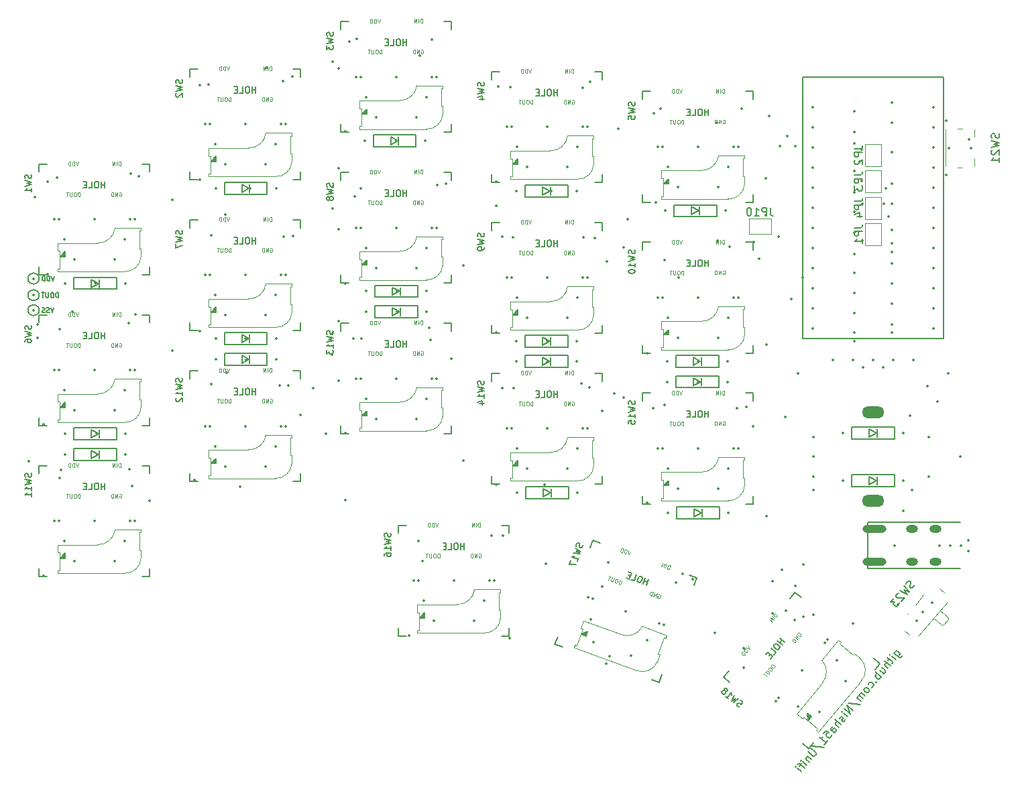
<source format=gbo>
%TF.GenerationSoftware,KiCad,Pcbnew,7.0.9*%
%TF.CreationDate,2024-06-13T00:59:38+05:30*%
%TF.ProjectId,UniFi,556e6946-692e-46b6-9963-61645f706362,rev?*%
%TF.SameCoordinates,Original*%
%TF.FileFunction,Legend,Bot*%
%TF.FilePolarity,Positive*%
%FSLAX46Y46*%
G04 Gerber Fmt 4.6, Leading zero omitted, Abs format (unit mm)*
G04 Created by KiCad (PCBNEW 7.0.9) date 2024-06-13 00:59:38*
%MOMM*%
%LPD*%
G01*
G04 APERTURE LIST*
%ADD10C,0.150000*%
%ADD11C,0.127000*%
%ADD12C,0.152400*%
%ADD13C,0.100000*%
%ADD14C,0.160000*%
%ADD15C,0.120000*%
%ADD16C,0.350000*%
%ADD17O,1.500000X1.000000*%
%ADD18O,3.000000X1.000000*%
%ADD19O,2.800000X1.500000*%
G04 APERTURE END LIST*
D10*
X173647621Y-131324088D02*
X174267752Y-131844440D01*
X174267752Y-131844440D02*
X174371318Y-131869180D01*
X174371318Y-131869180D02*
X174438405Y-131863310D01*
X174438405Y-131863310D02*
X174536101Y-131820963D01*
X174536101Y-131820963D02*
X174627928Y-131711528D01*
X174627928Y-131711528D02*
X174652667Y-131607962D01*
X174121839Y-131722004D02*
X174219535Y-131679657D01*
X174219535Y-131679657D02*
X174341971Y-131533744D01*
X174341971Y-131533744D02*
X174366710Y-131430178D01*
X174366710Y-131430178D02*
X174360841Y-131363091D01*
X174360841Y-131363091D02*
X174318493Y-131265395D01*
X174318493Y-131265395D02*
X174099623Y-131081741D01*
X174099623Y-131081741D02*
X173996058Y-131057001D01*
X173996058Y-131057001D02*
X173928971Y-131062871D01*
X173928971Y-131062871D02*
X173831274Y-131105219D01*
X173831274Y-131105219D02*
X173708839Y-131251132D01*
X173708839Y-131251132D02*
X173684099Y-131354697D01*
X173852228Y-132117397D02*
X173341531Y-131688871D01*
X173086183Y-131474609D02*
X173153271Y-131468740D01*
X173153271Y-131468740D02*
X173159140Y-131535827D01*
X173159140Y-131535827D02*
X173092053Y-131541696D01*
X173092053Y-131541696D02*
X173086183Y-131474609D01*
X173086183Y-131474609D02*
X173159140Y-131535827D01*
X173127269Y-131944219D02*
X172882398Y-132236046D01*
X172780094Y-131839392D02*
X173436704Y-132390352D01*
X173436704Y-132390352D02*
X173479052Y-132488049D01*
X173479052Y-132488049D02*
X173454312Y-132591614D01*
X173454312Y-132591614D02*
X173393094Y-132664571D01*
X173178831Y-132919919D02*
X172412787Y-132277132D01*
X172903351Y-133248224D02*
X172502089Y-132911526D01*
X172502089Y-132911526D02*
X172459742Y-132813830D01*
X172459742Y-132813830D02*
X172484481Y-132710264D01*
X172484481Y-132710264D02*
X172576308Y-132600829D01*
X172576308Y-132600829D02*
X172674004Y-132558481D01*
X172674004Y-132558481D02*
X172741092Y-132552612D01*
X171811085Y-133512787D02*
X172321781Y-133941312D01*
X172086565Y-133184482D02*
X172487827Y-133521180D01*
X172487827Y-133521180D02*
X172530174Y-133618877D01*
X172530174Y-133618877D02*
X172505435Y-133722442D01*
X172505435Y-133722442D02*
X172413608Y-133831877D01*
X172413608Y-133831877D02*
X172315912Y-133874225D01*
X172315912Y-133874225D02*
X172248824Y-133880094D01*
X172015692Y-134306095D02*
X171249647Y-133663307D01*
X171541474Y-133908179D02*
X171443777Y-133950527D01*
X171443777Y-133950527D02*
X171321342Y-134096440D01*
X171321342Y-134096440D02*
X171296602Y-134200005D01*
X171296602Y-134200005D02*
X171302472Y-134267093D01*
X171302472Y-134267093D02*
X171344819Y-134364789D01*
X171344819Y-134364789D02*
X171563689Y-134548442D01*
X171563689Y-134548442D02*
X171667255Y-134573182D01*
X171667255Y-134573182D02*
X171734342Y-134567313D01*
X171734342Y-134567313D02*
X171832038Y-134524965D01*
X171832038Y-134524965D02*
X171954474Y-134379052D01*
X171954474Y-134379052D02*
X171979213Y-134275486D01*
X171361165Y-134937965D02*
X171367035Y-135005052D01*
X171367035Y-135005052D02*
X171434122Y-134999183D01*
X171434122Y-134999183D02*
X171428252Y-134932096D01*
X171428252Y-134932096D02*
X171361165Y-134937965D01*
X171361165Y-134937965D02*
X171434122Y-134999183D01*
X170816074Y-135661662D02*
X170913770Y-135619314D01*
X170913770Y-135619314D02*
X171036206Y-135473401D01*
X171036206Y-135473401D02*
X171060946Y-135369835D01*
X171060946Y-135369835D02*
X171055076Y-135302748D01*
X171055076Y-135302748D02*
X171012729Y-135205052D01*
X171012729Y-135205052D02*
X170793859Y-135021398D01*
X170793859Y-135021398D02*
X170690293Y-134996658D01*
X170690293Y-134996658D02*
X170623206Y-135002528D01*
X170623206Y-135002528D02*
X170525510Y-135044876D01*
X170525510Y-135044876D02*
X170403074Y-135190789D01*
X170403074Y-135190789D02*
X170378334Y-135294354D01*
X170485245Y-136130010D02*
X170509985Y-136026445D01*
X170509985Y-136026445D02*
X170504115Y-135959357D01*
X170504115Y-135959357D02*
X170461768Y-135861661D01*
X170461768Y-135861661D02*
X170242898Y-135678008D01*
X170242898Y-135678008D02*
X170139332Y-135653268D01*
X170139332Y-135653268D02*
X170072245Y-135659137D01*
X170072245Y-135659137D02*
X169974549Y-135701485D01*
X169974549Y-135701485D02*
X169882722Y-135810920D01*
X169882722Y-135810920D02*
X169857982Y-135914486D01*
X169857982Y-135914486D02*
X169863852Y-135981573D01*
X169863852Y-135981573D02*
X169906200Y-136079269D01*
X169906200Y-136079269D02*
X170125069Y-136262923D01*
X170125069Y-136262923D02*
X170228635Y-136287662D01*
X170228635Y-136287662D02*
X170295722Y-136281793D01*
X170295722Y-136281793D02*
X170393418Y-136239445D01*
X170393418Y-136239445D02*
X170485245Y-136130010D01*
X169995502Y-136713663D02*
X169484806Y-136285138D01*
X169557762Y-136346356D02*
X169490675Y-136352225D01*
X169490675Y-136352225D02*
X169392979Y-136394573D01*
X169392979Y-136394573D02*
X169301152Y-136504008D01*
X169301152Y-136504008D02*
X169276413Y-136607574D01*
X169276413Y-136607574D02*
X169318760Y-136705270D01*
X169318760Y-136705270D02*
X169720022Y-137041968D01*
X169318760Y-136705270D02*
X169215195Y-136680530D01*
X169215195Y-136680530D02*
X169117499Y-136722878D01*
X169117499Y-136722878D02*
X169025672Y-136832313D01*
X169025672Y-136832313D02*
X169000932Y-136935878D01*
X169000932Y-136935878D02*
X169043280Y-137033574D01*
X169043280Y-137033574D02*
X169444541Y-137370273D01*
X167876795Y-137608834D02*
X169412671Y-137778665D01*
X168465056Y-138537578D02*
X167699011Y-137894791D01*
X167699011Y-137894791D02*
X168097748Y-138975318D01*
X168097748Y-138975318D02*
X167331704Y-138332530D01*
X167791659Y-139340101D02*
X167280963Y-138911576D01*
X167025615Y-138697313D02*
X167092702Y-138691444D01*
X167092702Y-138691444D02*
X167098571Y-138758531D01*
X167098571Y-138758531D02*
X167031484Y-138764401D01*
X167031484Y-138764401D02*
X167025615Y-138697313D01*
X167025615Y-138697313D02*
X167098571Y-138758531D01*
X167479701Y-139637796D02*
X167454961Y-139741362D01*
X167454961Y-139741362D02*
X167332525Y-139887275D01*
X167332525Y-139887275D02*
X167234829Y-139929623D01*
X167234829Y-139929623D02*
X167131264Y-139904883D01*
X167131264Y-139904883D02*
X167094785Y-139874274D01*
X167094785Y-139874274D02*
X167052438Y-139776578D01*
X167052438Y-139776578D02*
X167077177Y-139673013D01*
X167077177Y-139673013D02*
X167169004Y-139563578D01*
X167169004Y-139563578D02*
X167193744Y-139460012D01*
X167193744Y-139460012D02*
X167151396Y-139362316D01*
X167151396Y-139362316D02*
X167114918Y-139331707D01*
X167114918Y-139331707D02*
X167011352Y-139306968D01*
X167011352Y-139306968D02*
X166913656Y-139349315D01*
X166913656Y-139349315D02*
X166821829Y-139458750D01*
X166821829Y-139458750D02*
X166797090Y-139562316D01*
X166965218Y-140325015D02*
X166199174Y-139682227D01*
X166689738Y-140653320D02*
X166288476Y-140316622D01*
X166288476Y-140316622D02*
X166246129Y-140218925D01*
X166246129Y-140218925D02*
X166270868Y-140115360D01*
X166270868Y-140115360D02*
X166362695Y-140005925D01*
X166362695Y-140005925D02*
X166460391Y-139963577D01*
X166460391Y-139963577D02*
X166527478Y-139957708D01*
X166108168Y-141346408D02*
X165706907Y-141009709D01*
X165706907Y-141009709D02*
X165664559Y-140912013D01*
X165664559Y-140912013D02*
X165689298Y-140808448D01*
X165689298Y-140808448D02*
X165811734Y-140662534D01*
X165811734Y-140662534D02*
X165909430Y-140620187D01*
X166071690Y-141315799D02*
X166169386Y-141273451D01*
X166169386Y-141273451D02*
X166322430Y-141091060D01*
X166322430Y-141091060D02*
X166347170Y-140987494D01*
X166347170Y-140987494D02*
X166304822Y-140889798D01*
X166304822Y-140889798D02*
X166231866Y-140828580D01*
X166231866Y-140828580D02*
X166128300Y-140803840D01*
X166128300Y-140803840D02*
X166030604Y-140846188D01*
X166030604Y-140846188D02*
X165877559Y-141028580D01*
X165877559Y-141028580D02*
X165779863Y-141070927D01*
X164729945Y-141433186D02*
X165036034Y-141068403D01*
X165036034Y-141068403D02*
X165431426Y-141338014D01*
X165431426Y-141338014D02*
X165364339Y-141343884D01*
X165364339Y-141343884D02*
X165266643Y-141386231D01*
X165266643Y-141386231D02*
X165113598Y-141568623D01*
X165113598Y-141568623D02*
X165088858Y-141672188D01*
X165088858Y-141672188D02*
X165094728Y-141739276D01*
X165094728Y-141739276D02*
X165137075Y-141836972D01*
X165137075Y-141836972D02*
X165319467Y-141990016D01*
X165319467Y-141990016D02*
X165423033Y-142014756D01*
X165423033Y-142014756D02*
X165490120Y-142008887D01*
X165490120Y-142008887D02*
X165587816Y-141966539D01*
X165587816Y-141966539D02*
X165740861Y-141784147D01*
X165740861Y-141784147D02*
X165765600Y-141680582D01*
X165765600Y-141680582D02*
X165759731Y-141613495D01*
X164853202Y-142842018D02*
X165220509Y-142404279D01*
X165036855Y-142623149D02*
X164270811Y-141980361D01*
X164270811Y-141980361D02*
X164441463Y-141999231D01*
X164441463Y-141999231D02*
X164575638Y-141987492D01*
X164575638Y-141987492D02*
X164673334Y-141945145D01*
X163316064Y-143044101D02*
X164851939Y-143213933D01*
X163138280Y-143330058D02*
X163758411Y-143850410D01*
X163758411Y-143850410D02*
X163800759Y-143948106D01*
X163800759Y-143948106D02*
X163806628Y-144015194D01*
X163806628Y-144015194D02*
X163781889Y-144118759D01*
X163781889Y-144118759D02*
X163659453Y-144264672D01*
X163659453Y-144264672D02*
X163561757Y-144307020D01*
X163561757Y-144307020D02*
X163494670Y-144312889D01*
X163494670Y-144312889D02*
X163391104Y-144288150D01*
X163391104Y-144288150D02*
X162770973Y-143767798D01*
X162720232Y-144346844D02*
X163230928Y-144775369D01*
X162793188Y-144408061D02*
X162726101Y-144413931D01*
X162726101Y-144413931D02*
X162628405Y-144456278D01*
X162628405Y-144456278D02*
X162536578Y-144565713D01*
X162536578Y-144565713D02*
X162511839Y-144669279D01*
X162511839Y-144669279D02*
X162554186Y-144766975D01*
X162554186Y-144766975D02*
X162955448Y-145103673D01*
X162649358Y-145468457D02*
X162138662Y-145039931D01*
X161883314Y-144825669D02*
X161950401Y-144819800D01*
X161950401Y-144819800D02*
X161956270Y-144886887D01*
X161956270Y-144886887D02*
X161889183Y-144892756D01*
X161889183Y-144892756D02*
X161883314Y-144825669D01*
X161883314Y-144825669D02*
X161956270Y-144886887D01*
X161924400Y-145295279D02*
X161679528Y-145587106D01*
X162343269Y-145833239D02*
X161686660Y-145282278D01*
X161686660Y-145282278D02*
X161583094Y-145257539D01*
X161583094Y-145257539D02*
X161485398Y-145299887D01*
X161485398Y-145299887D02*
X161424180Y-145372843D01*
X161975962Y-146270979D02*
X161465265Y-145842454D01*
X161209917Y-145628192D02*
X161277005Y-145622322D01*
X161277005Y-145622322D02*
X161282874Y-145689410D01*
X161282874Y-145689410D02*
X161215787Y-145695279D01*
X161215787Y-145695279D02*
X161209917Y-145628192D01*
X161209917Y-145628192D02*
X161282874Y-145689410D01*
D11*
X67572750Y-87665808D02*
X67369550Y-88275408D01*
X67369550Y-88275408D02*
X67166350Y-87665808D01*
X66992179Y-88246380D02*
X66905094Y-88275408D01*
X66905094Y-88275408D02*
X66759951Y-88275408D01*
X66759951Y-88275408D02*
X66701894Y-88246380D01*
X66701894Y-88246380D02*
X66672865Y-88217351D01*
X66672865Y-88217351D02*
X66643836Y-88159294D01*
X66643836Y-88159294D02*
X66643836Y-88101237D01*
X66643836Y-88101237D02*
X66672865Y-88043180D01*
X66672865Y-88043180D02*
X66701894Y-88014151D01*
X66701894Y-88014151D02*
X66759951Y-87985122D01*
X66759951Y-87985122D02*
X66876065Y-87956094D01*
X66876065Y-87956094D02*
X66934122Y-87927065D01*
X66934122Y-87927065D02*
X66963151Y-87898037D01*
X66963151Y-87898037D02*
X66992179Y-87839980D01*
X66992179Y-87839980D02*
X66992179Y-87781922D01*
X66992179Y-87781922D02*
X66963151Y-87723865D01*
X66963151Y-87723865D02*
X66934122Y-87694837D01*
X66934122Y-87694837D02*
X66876065Y-87665808D01*
X66876065Y-87665808D02*
X66730922Y-87665808D01*
X66730922Y-87665808D02*
X66643836Y-87694837D01*
X66411608Y-88246380D02*
X66324523Y-88275408D01*
X66324523Y-88275408D02*
X66179380Y-88275408D01*
X66179380Y-88275408D02*
X66121323Y-88246380D01*
X66121323Y-88246380D02*
X66092294Y-88217351D01*
X66092294Y-88217351D02*
X66063265Y-88159294D01*
X66063265Y-88159294D02*
X66063265Y-88101237D01*
X66063265Y-88101237D02*
X66092294Y-88043180D01*
X66092294Y-88043180D02*
X66121323Y-88014151D01*
X66121323Y-88014151D02*
X66179380Y-87985122D01*
X66179380Y-87985122D02*
X66295494Y-87956094D01*
X66295494Y-87956094D02*
X66353551Y-87927065D01*
X66353551Y-87927065D02*
X66382580Y-87898037D01*
X66382580Y-87898037D02*
X66411608Y-87839980D01*
X66411608Y-87839980D02*
X66411608Y-87781922D01*
X66411608Y-87781922D02*
X66382580Y-87723865D01*
X66382580Y-87723865D02*
X66353551Y-87694837D01*
X66353551Y-87694837D02*
X66295494Y-87665808D01*
X66295494Y-87665808D02*
X66150351Y-87665808D01*
X66150351Y-87665808D02*
X66063265Y-87694837D01*
D12*
X140897987Y-61726267D02*
X140936691Y-61842381D01*
X140936691Y-61842381D02*
X140936691Y-62035905D01*
X140936691Y-62035905D02*
X140897987Y-62113314D01*
X140897987Y-62113314D02*
X140859282Y-62152019D01*
X140859282Y-62152019D02*
X140781872Y-62190724D01*
X140781872Y-62190724D02*
X140704463Y-62190724D01*
X140704463Y-62190724D02*
X140627053Y-62152019D01*
X140627053Y-62152019D02*
X140588348Y-62113314D01*
X140588348Y-62113314D02*
X140549644Y-62035905D01*
X140549644Y-62035905D02*
X140510939Y-61881086D01*
X140510939Y-61881086D02*
X140472234Y-61803676D01*
X140472234Y-61803676D02*
X140433529Y-61764971D01*
X140433529Y-61764971D02*
X140356120Y-61726267D01*
X140356120Y-61726267D02*
X140278710Y-61726267D01*
X140278710Y-61726267D02*
X140201301Y-61764971D01*
X140201301Y-61764971D02*
X140162596Y-61803676D01*
X140162596Y-61803676D02*
X140123891Y-61881086D01*
X140123891Y-61881086D02*
X140123891Y-62074609D01*
X140123891Y-62074609D02*
X140162596Y-62190724D01*
X140123891Y-62461657D02*
X140936691Y-62655181D01*
X140936691Y-62655181D02*
X140356120Y-62810000D01*
X140356120Y-62810000D02*
X140936691Y-62964819D01*
X140936691Y-62964819D02*
X140123891Y-63158343D01*
X140123891Y-63855028D02*
X140123891Y-63467980D01*
X140123891Y-63467980D02*
X140510939Y-63429276D01*
X140510939Y-63429276D02*
X140472234Y-63467980D01*
X140472234Y-63467980D02*
X140433529Y-63545390D01*
X140433529Y-63545390D02*
X140433529Y-63738914D01*
X140433529Y-63738914D02*
X140472234Y-63816323D01*
X140472234Y-63816323D02*
X140510939Y-63855028D01*
X140510939Y-63855028D02*
X140588348Y-63893733D01*
X140588348Y-63893733D02*
X140781872Y-63893733D01*
X140781872Y-63893733D02*
X140859282Y-63855028D01*
X140859282Y-63855028D02*
X140897987Y-63816323D01*
X140897987Y-63816323D02*
X140936691Y-63738914D01*
X140936691Y-63738914D02*
X140936691Y-63545390D01*
X140936691Y-63545390D02*
X140897987Y-63467980D01*
X140897987Y-63467980D02*
X140859282Y-63429276D01*
D10*
X150211932Y-63404295D02*
X150211932Y-62604295D01*
X150211932Y-62985247D02*
X149754789Y-62985247D01*
X149754789Y-63404295D02*
X149754789Y-62604295D01*
X149221456Y-62604295D02*
X149069075Y-62604295D01*
X149069075Y-62604295D02*
X148992885Y-62642390D01*
X148992885Y-62642390D02*
X148916694Y-62718580D01*
X148916694Y-62718580D02*
X148878599Y-62870961D01*
X148878599Y-62870961D02*
X148878599Y-63137628D01*
X148878599Y-63137628D02*
X148916694Y-63290009D01*
X148916694Y-63290009D02*
X148992885Y-63366200D01*
X148992885Y-63366200D02*
X149069075Y-63404295D01*
X149069075Y-63404295D02*
X149221456Y-63404295D01*
X149221456Y-63404295D02*
X149297647Y-63366200D01*
X149297647Y-63366200D02*
X149373837Y-63290009D01*
X149373837Y-63290009D02*
X149411933Y-63137628D01*
X149411933Y-63137628D02*
X149411933Y-62870961D01*
X149411933Y-62870961D02*
X149373837Y-62718580D01*
X149373837Y-62718580D02*
X149297647Y-62642390D01*
X149297647Y-62642390D02*
X149221456Y-62604295D01*
X148154790Y-63404295D02*
X148535742Y-63404295D01*
X148535742Y-63404295D02*
X148535742Y-62604295D01*
X147888123Y-62985247D02*
X147621457Y-62985247D01*
X147507171Y-63404295D02*
X147888123Y-63404295D01*
X147888123Y-63404295D02*
X147888123Y-62604295D01*
X147888123Y-62604295D02*
X147507171Y-62604295D01*
D13*
X146875265Y-60073609D02*
X146708599Y-60573609D01*
X146708599Y-60573609D02*
X146541932Y-60073609D01*
X146375266Y-60573609D02*
X146375266Y-60073609D01*
X146375266Y-60073609D02*
X146256218Y-60073609D01*
X146256218Y-60073609D02*
X146184790Y-60097419D01*
X146184790Y-60097419D02*
X146137171Y-60145038D01*
X146137171Y-60145038D02*
X146113361Y-60192657D01*
X146113361Y-60192657D02*
X146089552Y-60287895D01*
X146089552Y-60287895D02*
X146089552Y-60359323D01*
X146089552Y-60359323D02*
X146113361Y-60454561D01*
X146113361Y-60454561D02*
X146137171Y-60502180D01*
X146137171Y-60502180D02*
X146184790Y-60549800D01*
X146184790Y-60549800D02*
X146256218Y-60573609D01*
X146256218Y-60573609D02*
X146375266Y-60573609D01*
X145875266Y-60573609D02*
X145875266Y-60073609D01*
X145875266Y-60073609D02*
X145756218Y-60073609D01*
X145756218Y-60073609D02*
X145684790Y-60097419D01*
X145684790Y-60097419D02*
X145637171Y-60145038D01*
X145637171Y-60145038D02*
X145613361Y-60192657D01*
X145613361Y-60192657D02*
X145589552Y-60287895D01*
X145589552Y-60287895D02*
X145589552Y-60359323D01*
X145589552Y-60359323D02*
X145613361Y-60454561D01*
X145613361Y-60454561D02*
X145637171Y-60502180D01*
X145637171Y-60502180D02*
X145684790Y-60549800D01*
X145684790Y-60549800D02*
X145756218Y-60573609D01*
X145756218Y-60573609D02*
X145875266Y-60573609D01*
X152029552Y-63957419D02*
X152077171Y-63933609D01*
X152077171Y-63933609D02*
X152148600Y-63933609D01*
X152148600Y-63933609D02*
X152220028Y-63957419D01*
X152220028Y-63957419D02*
X152267647Y-64005038D01*
X152267647Y-64005038D02*
X152291457Y-64052657D01*
X152291457Y-64052657D02*
X152315266Y-64147895D01*
X152315266Y-64147895D02*
X152315266Y-64219323D01*
X152315266Y-64219323D02*
X152291457Y-64314561D01*
X152291457Y-64314561D02*
X152267647Y-64362180D01*
X152267647Y-64362180D02*
X152220028Y-64409800D01*
X152220028Y-64409800D02*
X152148600Y-64433609D01*
X152148600Y-64433609D02*
X152100981Y-64433609D01*
X152100981Y-64433609D02*
X152029552Y-64409800D01*
X152029552Y-64409800D02*
X152005743Y-64385990D01*
X152005743Y-64385990D02*
X152005743Y-64219323D01*
X152005743Y-64219323D02*
X152100981Y-64219323D01*
X151791457Y-64433609D02*
X151791457Y-63933609D01*
X151791457Y-63933609D02*
X151505743Y-64433609D01*
X151505743Y-64433609D02*
X151505743Y-63933609D01*
X151267647Y-64433609D02*
X151267647Y-63933609D01*
X151267647Y-63933609D02*
X151148599Y-63933609D01*
X151148599Y-63933609D02*
X151077171Y-63957419D01*
X151077171Y-63957419D02*
X151029552Y-64005038D01*
X151029552Y-64005038D02*
X151005742Y-64052657D01*
X151005742Y-64052657D02*
X150981933Y-64147895D01*
X150981933Y-64147895D02*
X150981933Y-64219323D01*
X150981933Y-64219323D02*
X151005742Y-64314561D01*
X151005742Y-64314561D02*
X151029552Y-64362180D01*
X151029552Y-64362180D02*
X151077171Y-64409800D01*
X151077171Y-64409800D02*
X151148599Y-64433609D01*
X151148599Y-64433609D02*
X151267647Y-64433609D01*
X152190504Y-60553609D02*
X152190504Y-60053609D01*
X152190504Y-60053609D02*
X152071456Y-60053609D01*
X152071456Y-60053609D02*
X152000028Y-60077419D01*
X152000028Y-60077419D02*
X151952409Y-60125038D01*
X151952409Y-60125038D02*
X151928599Y-60172657D01*
X151928599Y-60172657D02*
X151904790Y-60267895D01*
X151904790Y-60267895D02*
X151904790Y-60339323D01*
X151904790Y-60339323D02*
X151928599Y-60434561D01*
X151928599Y-60434561D02*
X151952409Y-60482180D01*
X151952409Y-60482180D02*
X152000028Y-60529800D01*
X152000028Y-60529800D02*
X152071456Y-60553609D01*
X152071456Y-60553609D02*
X152190504Y-60553609D01*
X151690504Y-60553609D02*
X151690504Y-60053609D01*
X151452409Y-60553609D02*
X151452409Y-60053609D01*
X151452409Y-60053609D02*
X151166695Y-60553609D01*
X151166695Y-60553609D02*
X151166695Y-60053609D01*
X147083838Y-64453609D02*
X147083838Y-63953609D01*
X147083838Y-63953609D02*
X146964790Y-63953609D01*
X146964790Y-63953609D02*
X146893362Y-63977419D01*
X146893362Y-63977419D02*
X146845743Y-64025038D01*
X146845743Y-64025038D02*
X146821933Y-64072657D01*
X146821933Y-64072657D02*
X146798124Y-64167895D01*
X146798124Y-64167895D02*
X146798124Y-64239323D01*
X146798124Y-64239323D02*
X146821933Y-64334561D01*
X146821933Y-64334561D02*
X146845743Y-64382180D01*
X146845743Y-64382180D02*
X146893362Y-64429800D01*
X146893362Y-64429800D02*
X146964790Y-64453609D01*
X146964790Y-64453609D02*
X147083838Y-64453609D01*
X146488600Y-63953609D02*
X146393362Y-63953609D01*
X146393362Y-63953609D02*
X146345743Y-63977419D01*
X146345743Y-63977419D02*
X146298124Y-64025038D01*
X146298124Y-64025038D02*
X146274314Y-64120276D01*
X146274314Y-64120276D02*
X146274314Y-64286942D01*
X146274314Y-64286942D02*
X146298124Y-64382180D01*
X146298124Y-64382180D02*
X146345743Y-64429800D01*
X146345743Y-64429800D02*
X146393362Y-64453609D01*
X146393362Y-64453609D02*
X146488600Y-64453609D01*
X146488600Y-64453609D02*
X146536219Y-64429800D01*
X146536219Y-64429800D02*
X146583838Y-64382180D01*
X146583838Y-64382180D02*
X146607647Y-64286942D01*
X146607647Y-64286942D02*
X146607647Y-64120276D01*
X146607647Y-64120276D02*
X146583838Y-64025038D01*
X146583838Y-64025038D02*
X146536219Y-63977419D01*
X146536219Y-63977419D02*
X146488600Y-63953609D01*
X146060028Y-63953609D02*
X146060028Y-64358371D01*
X146060028Y-64358371D02*
X146036218Y-64405990D01*
X146036218Y-64405990D02*
X146012409Y-64429800D01*
X146012409Y-64429800D02*
X145964790Y-64453609D01*
X145964790Y-64453609D02*
X145869552Y-64453609D01*
X145869552Y-64453609D02*
X145821933Y-64429800D01*
X145821933Y-64429800D02*
X145798123Y-64405990D01*
X145798123Y-64405990D02*
X145774314Y-64358371D01*
X145774314Y-64358371D02*
X145774314Y-63953609D01*
X145607646Y-63953609D02*
X145321932Y-63953609D01*
X145464789Y-64453609D02*
X145464789Y-63953609D01*
D11*
X67630808Y-83665808D02*
X67427608Y-84275408D01*
X67427608Y-84275408D02*
X67224408Y-83665808D01*
X67021209Y-84275408D02*
X67021209Y-83665808D01*
X67021209Y-83665808D02*
X66876066Y-83665808D01*
X66876066Y-83665808D02*
X66788980Y-83694837D01*
X66788980Y-83694837D02*
X66730923Y-83752894D01*
X66730923Y-83752894D02*
X66701894Y-83810951D01*
X66701894Y-83810951D02*
X66672866Y-83927065D01*
X66672866Y-83927065D02*
X66672866Y-84014151D01*
X66672866Y-84014151D02*
X66701894Y-84130265D01*
X66701894Y-84130265D02*
X66730923Y-84188322D01*
X66730923Y-84188322D02*
X66788980Y-84246380D01*
X66788980Y-84246380D02*
X66876066Y-84275408D01*
X66876066Y-84275408D02*
X67021209Y-84275408D01*
X66411609Y-84275408D02*
X66411609Y-83665808D01*
X66411609Y-83665808D02*
X66266466Y-83665808D01*
X66266466Y-83665808D02*
X66179380Y-83694837D01*
X66179380Y-83694837D02*
X66121323Y-83752894D01*
X66121323Y-83752894D02*
X66092294Y-83810951D01*
X66092294Y-83810951D02*
X66063266Y-83927065D01*
X66063266Y-83927065D02*
X66063266Y-84014151D01*
X66063266Y-84014151D02*
X66092294Y-84130265D01*
X66092294Y-84130265D02*
X66121323Y-84188322D01*
X66121323Y-84188322D02*
X66179380Y-84246380D01*
X66179380Y-84246380D02*
X66266466Y-84275408D01*
X66266466Y-84275408D02*
X66411609Y-84275408D01*
X68153324Y-86375408D02*
X68153324Y-85765808D01*
X68153324Y-85765808D02*
X68008181Y-85765808D01*
X68008181Y-85765808D02*
X67921095Y-85794837D01*
X67921095Y-85794837D02*
X67863038Y-85852894D01*
X67863038Y-85852894D02*
X67834009Y-85910951D01*
X67834009Y-85910951D02*
X67804981Y-86027065D01*
X67804981Y-86027065D02*
X67804981Y-86114151D01*
X67804981Y-86114151D02*
X67834009Y-86230265D01*
X67834009Y-86230265D02*
X67863038Y-86288322D01*
X67863038Y-86288322D02*
X67921095Y-86346380D01*
X67921095Y-86346380D02*
X68008181Y-86375408D01*
X68008181Y-86375408D02*
X68153324Y-86375408D01*
X67427609Y-85765808D02*
X67311495Y-85765808D01*
X67311495Y-85765808D02*
X67253438Y-85794837D01*
X67253438Y-85794837D02*
X67195381Y-85852894D01*
X67195381Y-85852894D02*
X67166352Y-85969008D01*
X67166352Y-85969008D02*
X67166352Y-86172208D01*
X67166352Y-86172208D02*
X67195381Y-86288322D01*
X67195381Y-86288322D02*
X67253438Y-86346380D01*
X67253438Y-86346380D02*
X67311495Y-86375408D01*
X67311495Y-86375408D02*
X67427609Y-86375408D01*
X67427609Y-86375408D02*
X67485667Y-86346380D01*
X67485667Y-86346380D02*
X67543724Y-86288322D01*
X67543724Y-86288322D02*
X67572752Y-86172208D01*
X67572752Y-86172208D02*
X67572752Y-85969008D01*
X67572752Y-85969008D02*
X67543724Y-85852894D01*
X67543724Y-85852894D02*
X67485667Y-85794837D01*
X67485667Y-85794837D02*
X67427609Y-85765808D01*
X66905095Y-85765808D02*
X66905095Y-86259294D01*
X66905095Y-86259294D02*
X66876066Y-86317351D01*
X66876066Y-86317351D02*
X66847038Y-86346380D01*
X66847038Y-86346380D02*
X66788980Y-86375408D01*
X66788980Y-86375408D02*
X66672866Y-86375408D01*
X66672866Y-86375408D02*
X66614809Y-86346380D01*
X66614809Y-86346380D02*
X66585780Y-86317351D01*
X66585780Y-86317351D02*
X66556752Y-86259294D01*
X66556752Y-86259294D02*
X66556752Y-85765808D01*
X66353551Y-85765808D02*
X66005209Y-85765808D01*
X66179380Y-86375408D02*
X66179380Y-85765808D01*
D13*
X127825265Y-95673609D02*
X127658599Y-96173609D01*
X127658599Y-96173609D02*
X127491932Y-95673609D01*
X127325266Y-96173609D02*
X127325266Y-95673609D01*
X127325266Y-95673609D02*
X127206218Y-95673609D01*
X127206218Y-95673609D02*
X127134790Y-95697419D01*
X127134790Y-95697419D02*
X127087171Y-95745038D01*
X127087171Y-95745038D02*
X127063361Y-95792657D01*
X127063361Y-95792657D02*
X127039552Y-95887895D01*
X127039552Y-95887895D02*
X127039552Y-95959323D01*
X127039552Y-95959323D02*
X127063361Y-96054561D01*
X127063361Y-96054561D02*
X127087171Y-96102180D01*
X127087171Y-96102180D02*
X127134790Y-96149800D01*
X127134790Y-96149800D02*
X127206218Y-96173609D01*
X127206218Y-96173609D02*
X127325266Y-96173609D01*
X126825266Y-96173609D02*
X126825266Y-95673609D01*
X126825266Y-95673609D02*
X126706218Y-95673609D01*
X126706218Y-95673609D02*
X126634790Y-95697419D01*
X126634790Y-95697419D02*
X126587171Y-95745038D01*
X126587171Y-95745038D02*
X126563361Y-95792657D01*
X126563361Y-95792657D02*
X126539552Y-95887895D01*
X126539552Y-95887895D02*
X126539552Y-95959323D01*
X126539552Y-95959323D02*
X126563361Y-96054561D01*
X126563361Y-96054561D02*
X126587171Y-96102180D01*
X126587171Y-96102180D02*
X126634790Y-96149800D01*
X126634790Y-96149800D02*
X126706218Y-96173609D01*
X126706218Y-96173609D02*
X126825266Y-96173609D01*
X133140504Y-96153609D02*
X133140504Y-95653609D01*
X133140504Y-95653609D02*
X133021456Y-95653609D01*
X133021456Y-95653609D02*
X132950028Y-95677419D01*
X132950028Y-95677419D02*
X132902409Y-95725038D01*
X132902409Y-95725038D02*
X132878599Y-95772657D01*
X132878599Y-95772657D02*
X132854790Y-95867895D01*
X132854790Y-95867895D02*
X132854790Y-95939323D01*
X132854790Y-95939323D02*
X132878599Y-96034561D01*
X132878599Y-96034561D02*
X132902409Y-96082180D01*
X132902409Y-96082180D02*
X132950028Y-96129800D01*
X132950028Y-96129800D02*
X133021456Y-96153609D01*
X133021456Y-96153609D02*
X133140504Y-96153609D01*
X132640504Y-96153609D02*
X132640504Y-95653609D01*
X132402409Y-96153609D02*
X132402409Y-95653609D01*
X132402409Y-95653609D02*
X132116695Y-96153609D01*
X132116695Y-96153609D02*
X132116695Y-95653609D01*
X132979552Y-99557419D02*
X133027171Y-99533609D01*
X133027171Y-99533609D02*
X133098600Y-99533609D01*
X133098600Y-99533609D02*
X133170028Y-99557419D01*
X133170028Y-99557419D02*
X133217647Y-99605038D01*
X133217647Y-99605038D02*
X133241457Y-99652657D01*
X133241457Y-99652657D02*
X133265266Y-99747895D01*
X133265266Y-99747895D02*
X133265266Y-99819323D01*
X133265266Y-99819323D02*
X133241457Y-99914561D01*
X133241457Y-99914561D02*
X133217647Y-99962180D01*
X133217647Y-99962180D02*
X133170028Y-100009800D01*
X133170028Y-100009800D02*
X133098600Y-100033609D01*
X133098600Y-100033609D02*
X133050981Y-100033609D01*
X133050981Y-100033609D02*
X132979552Y-100009800D01*
X132979552Y-100009800D02*
X132955743Y-99985990D01*
X132955743Y-99985990D02*
X132955743Y-99819323D01*
X132955743Y-99819323D02*
X133050981Y-99819323D01*
X132741457Y-100033609D02*
X132741457Y-99533609D01*
X132741457Y-99533609D02*
X132455743Y-100033609D01*
X132455743Y-100033609D02*
X132455743Y-99533609D01*
X132217647Y-100033609D02*
X132217647Y-99533609D01*
X132217647Y-99533609D02*
X132098599Y-99533609D01*
X132098599Y-99533609D02*
X132027171Y-99557419D01*
X132027171Y-99557419D02*
X131979552Y-99605038D01*
X131979552Y-99605038D02*
X131955742Y-99652657D01*
X131955742Y-99652657D02*
X131931933Y-99747895D01*
X131931933Y-99747895D02*
X131931933Y-99819323D01*
X131931933Y-99819323D02*
X131955742Y-99914561D01*
X131955742Y-99914561D02*
X131979552Y-99962180D01*
X131979552Y-99962180D02*
X132027171Y-100009800D01*
X132027171Y-100009800D02*
X132098599Y-100033609D01*
X132098599Y-100033609D02*
X132217647Y-100033609D01*
D12*
X121847987Y-96939220D02*
X121886691Y-97055334D01*
X121886691Y-97055334D02*
X121886691Y-97248858D01*
X121886691Y-97248858D02*
X121847987Y-97326267D01*
X121847987Y-97326267D02*
X121809282Y-97364972D01*
X121809282Y-97364972D02*
X121731872Y-97403677D01*
X121731872Y-97403677D02*
X121654463Y-97403677D01*
X121654463Y-97403677D02*
X121577053Y-97364972D01*
X121577053Y-97364972D02*
X121538348Y-97326267D01*
X121538348Y-97326267D02*
X121499644Y-97248858D01*
X121499644Y-97248858D02*
X121460939Y-97094039D01*
X121460939Y-97094039D02*
X121422234Y-97016629D01*
X121422234Y-97016629D02*
X121383529Y-96977924D01*
X121383529Y-96977924D02*
X121306120Y-96939220D01*
X121306120Y-96939220D02*
X121228710Y-96939220D01*
X121228710Y-96939220D02*
X121151301Y-96977924D01*
X121151301Y-96977924D02*
X121112596Y-97016629D01*
X121112596Y-97016629D02*
X121073891Y-97094039D01*
X121073891Y-97094039D02*
X121073891Y-97287562D01*
X121073891Y-97287562D02*
X121112596Y-97403677D01*
X121073891Y-97674610D02*
X121886691Y-97868134D01*
X121886691Y-97868134D02*
X121306120Y-98022953D01*
X121306120Y-98022953D02*
X121886691Y-98177772D01*
X121886691Y-98177772D02*
X121073891Y-98371296D01*
X121886691Y-99106686D02*
X121886691Y-98642229D01*
X121886691Y-98874457D02*
X121073891Y-98874457D01*
X121073891Y-98874457D02*
X121190006Y-98797048D01*
X121190006Y-98797048D02*
X121267415Y-98719638D01*
X121267415Y-98719638D02*
X121306120Y-98642229D01*
X121344825Y-99803371D02*
X121886691Y-99803371D01*
X121035187Y-99609847D02*
X121615758Y-99416324D01*
X121615758Y-99416324D02*
X121615758Y-99919485D01*
D10*
X131161932Y-99004295D02*
X131161932Y-98204295D01*
X131161932Y-98585247D02*
X130704789Y-98585247D01*
X130704789Y-99004295D02*
X130704789Y-98204295D01*
X130171456Y-98204295D02*
X130019075Y-98204295D01*
X130019075Y-98204295D02*
X129942885Y-98242390D01*
X129942885Y-98242390D02*
X129866694Y-98318580D01*
X129866694Y-98318580D02*
X129828599Y-98470961D01*
X129828599Y-98470961D02*
X129828599Y-98737628D01*
X129828599Y-98737628D02*
X129866694Y-98890009D01*
X129866694Y-98890009D02*
X129942885Y-98966200D01*
X129942885Y-98966200D02*
X130019075Y-99004295D01*
X130019075Y-99004295D02*
X130171456Y-99004295D01*
X130171456Y-99004295D02*
X130247647Y-98966200D01*
X130247647Y-98966200D02*
X130323837Y-98890009D01*
X130323837Y-98890009D02*
X130361933Y-98737628D01*
X130361933Y-98737628D02*
X130361933Y-98470961D01*
X130361933Y-98470961D02*
X130323837Y-98318580D01*
X130323837Y-98318580D02*
X130247647Y-98242390D01*
X130247647Y-98242390D02*
X130171456Y-98204295D01*
X129104790Y-99004295D02*
X129485742Y-99004295D01*
X129485742Y-99004295D02*
X129485742Y-98204295D01*
X128838123Y-98585247D02*
X128571457Y-98585247D01*
X128457171Y-99004295D02*
X128838123Y-99004295D01*
X128838123Y-99004295D02*
X128838123Y-98204295D01*
X128838123Y-98204295D02*
X128457171Y-98204295D01*
D13*
X128033838Y-100053609D02*
X128033838Y-99553609D01*
X128033838Y-99553609D02*
X127914790Y-99553609D01*
X127914790Y-99553609D02*
X127843362Y-99577419D01*
X127843362Y-99577419D02*
X127795743Y-99625038D01*
X127795743Y-99625038D02*
X127771933Y-99672657D01*
X127771933Y-99672657D02*
X127748124Y-99767895D01*
X127748124Y-99767895D02*
X127748124Y-99839323D01*
X127748124Y-99839323D02*
X127771933Y-99934561D01*
X127771933Y-99934561D02*
X127795743Y-99982180D01*
X127795743Y-99982180D02*
X127843362Y-100029800D01*
X127843362Y-100029800D02*
X127914790Y-100053609D01*
X127914790Y-100053609D02*
X128033838Y-100053609D01*
X127438600Y-99553609D02*
X127343362Y-99553609D01*
X127343362Y-99553609D02*
X127295743Y-99577419D01*
X127295743Y-99577419D02*
X127248124Y-99625038D01*
X127248124Y-99625038D02*
X127224314Y-99720276D01*
X127224314Y-99720276D02*
X127224314Y-99886942D01*
X127224314Y-99886942D02*
X127248124Y-99982180D01*
X127248124Y-99982180D02*
X127295743Y-100029800D01*
X127295743Y-100029800D02*
X127343362Y-100053609D01*
X127343362Y-100053609D02*
X127438600Y-100053609D01*
X127438600Y-100053609D02*
X127486219Y-100029800D01*
X127486219Y-100029800D02*
X127533838Y-99982180D01*
X127533838Y-99982180D02*
X127557647Y-99886942D01*
X127557647Y-99886942D02*
X127557647Y-99720276D01*
X127557647Y-99720276D02*
X127533838Y-99625038D01*
X127533838Y-99625038D02*
X127486219Y-99577419D01*
X127486219Y-99577419D02*
X127438600Y-99553609D01*
X127010028Y-99553609D02*
X127010028Y-99958371D01*
X127010028Y-99958371D02*
X126986218Y-100005990D01*
X126986218Y-100005990D02*
X126962409Y-100029800D01*
X126962409Y-100029800D02*
X126914790Y-100053609D01*
X126914790Y-100053609D02*
X126819552Y-100053609D01*
X126819552Y-100053609D02*
X126771933Y-100029800D01*
X126771933Y-100029800D02*
X126748123Y-100005990D01*
X126748123Y-100005990D02*
X126724314Y-99958371D01*
X126724314Y-99958371D02*
X126724314Y-99553609D01*
X126557646Y-99553609D02*
X126271932Y-99553609D01*
X126414789Y-100053609D02*
X126414789Y-99553609D01*
D12*
X154087889Y-138138870D02*
X153974062Y-138093882D01*
X153974062Y-138093882D02*
X153825814Y-137969488D01*
X153825814Y-137969488D02*
X153791394Y-137890080D01*
X153791394Y-137890080D02*
X153786623Y-137835552D01*
X153786623Y-137835552D02*
X153806731Y-137751374D01*
X153806731Y-137751374D02*
X153856489Y-137692075D01*
X153856489Y-137692075D02*
X153935897Y-137657654D01*
X153935897Y-137657654D02*
X153990425Y-137652884D01*
X153990425Y-137652884D02*
X154074603Y-137672992D01*
X154074603Y-137672992D02*
X154218081Y-137742858D01*
X154218081Y-137742858D02*
X154302259Y-137762967D01*
X154302259Y-137762967D02*
X154356787Y-137758196D01*
X154356787Y-137758196D02*
X154436195Y-137723776D01*
X154436195Y-137723776D02*
X154485952Y-137664477D01*
X154485952Y-137664477D02*
X154506061Y-137580299D01*
X154506061Y-137580299D02*
X154501290Y-137525770D01*
X154501290Y-137525770D02*
X154466870Y-137446363D01*
X154466870Y-137446363D02*
X154318622Y-137321968D01*
X154318622Y-137321968D02*
X154204795Y-137276981D01*
X154022127Y-137073179D02*
X153351421Y-137571425D01*
X153351421Y-137571425D02*
X153606007Y-137027166D01*
X153606007Y-137027166D02*
X153114224Y-137372393D01*
X153114224Y-137372393D02*
X153488434Y-136625358D01*
X152402635Y-136775299D02*
X152758430Y-137073846D01*
X152580532Y-136924573D02*
X153102990Y-136301932D01*
X153102990Y-136301932D02*
X153087653Y-136440638D01*
X153087653Y-136440638D02*
X153097194Y-136549695D01*
X153097194Y-136549695D02*
X153131614Y-136629103D01*
X152345388Y-136120957D02*
X152429566Y-136141065D01*
X152429566Y-136141065D02*
X152484094Y-136136295D01*
X152484094Y-136136295D02*
X152563502Y-136101874D01*
X152563502Y-136101874D02*
X152588381Y-136072225D01*
X152588381Y-136072225D02*
X152608489Y-135988047D01*
X152608489Y-135988047D02*
X152603718Y-135933518D01*
X152603718Y-135933518D02*
X152569298Y-135854111D01*
X152569298Y-135854111D02*
X152450700Y-135754595D01*
X152450700Y-135754595D02*
X152366522Y-135734487D01*
X152366522Y-135734487D02*
X152311993Y-135739257D01*
X152311993Y-135739257D02*
X152232586Y-135773678D01*
X152232586Y-135773678D02*
X152207707Y-135803327D01*
X152207707Y-135803327D02*
X152187599Y-135887505D01*
X152187599Y-135887505D02*
X152192369Y-135942034D01*
X152192369Y-135942034D02*
X152226789Y-136021441D01*
X152226789Y-136021441D02*
X152345388Y-136120957D01*
X152345388Y-136120957D02*
X152379808Y-136200364D01*
X152379808Y-136200364D02*
X152384579Y-136254893D01*
X152384579Y-136254893D02*
X152364470Y-136339071D01*
X152364470Y-136339071D02*
X152264954Y-136457669D01*
X152264954Y-136457669D02*
X152185547Y-136492089D01*
X152185547Y-136492089D02*
X152131019Y-136496860D01*
X152131019Y-136496860D02*
X152046840Y-136476752D01*
X152046840Y-136476752D02*
X151928242Y-136377236D01*
X151928242Y-136377236D02*
X151893822Y-136297829D01*
X151893822Y-136297829D02*
X151889051Y-136243300D01*
X151889051Y-136243300D02*
X151909160Y-136159122D01*
X151909160Y-136159122D02*
X152008675Y-136040524D01*
X152008675Y-136040524D02*
X152088083Y-136006103D01*
X152088083Y-136006103D02*
X152142611Y-136001333D01*
X152142611Y-136001333D02*
X152226789Y-136021441D01*
D13*
X155130582Y-130351041D02*
X155406473Y-130800109D01*
X155406473Y-130800109D02*
X154916319Y-130606389D01*
X155192211Y-131055457D02*
X154809188Y-130734063D01*
X154809188Y-130734063D02*
X154732666Y-130825259D01*
X154732666Y-130825259D02*
X154704992Y-130895281D01*
X154704992Y-130895281D02*
X154710861Y-130962368D01*
X154710861Y-130962368D02*
X154732035Y-131011216D01*
X154732035Y-131011216D02*
X154789687Y-131090673D01*
X154789687Y-131090673D02*
X154844405Y-131136586D01*
X154844405Y-131136586D02*
X154932666Y-131179565D01*
X154932666Y-131179565D02*
X154984448Y-131191935D01*
X154984448Y-131191935D02*
X155051536Y-131186065D01*
X155051536Y-131186065D02*
X155115688Y-131146652D01*
X155115688Y-131146652D02*
X155192211Y-131055457D01*
X154870817Y-131438479D02*
X154487795Y-131117085D01*
X154487795Y-131117085D02*
X154411272Y-131208281D01*
X154411272Y-131208281D02*
X154383598Y-131278303D01*
X154383598Y-131278303D02*
X154389467Y-131345390D01*
X154389467Y-131345390D02*
X154410641Y-131394238D01*
X154410641Y-131394238D02*
X154468293Y-131473695D01*
X154468293Y-131473695D02*
X154523011Y-131519609D01*
X154523011Y-131519609D02*
X154611272Y-131562587D01*
X154611272Y-131562587D02*
X154663055Y-131574957D01*
X154663055Y-131574957D02*
X154730142Y-131569088D01*
X154730142Y-131569088D02*
X154794294Y-131529675D01*
X154794294Y-131529675D02*
X154870817Y-131438479D01*
X158619924Y-133006675D02*
X158236902Y-132685282D01*
X158236902Y-132685282D02*
X158160380Y-132776477D01*
X158160380Y-132776477D02*
X158132705Y-132846499D01*
X158132705Y-132846499D02*
X158138575Y-132913586D01*
X158138575Y-132913586D02*
X158159749Y-132962435D01*
X158159749Y-132962435D02*
X158217401Y-133041892D01*
X158217401Y-133041892D02*
X158272118Y-133087805D01*
X158272118Y-133087805D02*
X158360379Y-133130784D01*
X158360379Y-133130784D02*
X158412162Y-133143153D01*
X158412162Y-133143153D02*
X158479249Y-133137284D01*
X158479249Y-133137284D02*
X158543402Y-133097871D01*
X158543402Y-133097871D02*
X158619924Y-133006675D01*
X157854290Y-133141260D02*
X157793072Y-133214217D01*
X157793072Y-133214217D02*
X157780703Y-133266000D01*
X157780703Y-133266000D02*
X157786572Y-133333087D01*
X157786572Y-133333087D02*
X157844224Y-133412544D01*
X157844224Y-133412544D02*
X157971898Y-133519675D01*
X157971898Y-133519675D02*
X158060159Y-133562654D01*
X158060159Y-133562654D02*
X158127247Y-133556785D01*
X158127247Y-133556785D02*
X158176095Y-133535611D01*
X158176095Y-133535611D02*
X158237313Y-133462654D01*
X158237313Y-133462654D02*
X158249682Y-133410871D01*
X158249682Y-133410871D02*
X158243813Y-133343784D01*
X158243813Y-133343784D02*
X158186161Y-133264327D01*
X158186161Y-133264327D02*
X158058487Y-133157196D01*
X158058487Y-133157196D02*
X157970226Y-133114217D01*
X157970226Y-133114217D02*
X157903138Y-133120087D01*
X157903138Y-133120087D02*
X157854290Y-133141260D01*
X157578810Y-133469566D02*
X157888875Y-133729741D01*
X157888875Y-133729741D02*
X157910049Y-133778590D01*
X157910049Y-133778590D02*
X157912984Y-133812133D01*
X157912984Y-133812133D02*
X157900614Y-133863916D01*
X157900614Y-133863916D02*
X157839396Y-133936873D01*
X157839396Y-133936873D02*
X157790548Y-133958046D01*
X157790548Y-133958046D02*
X157757004Y-133960981D01*
X157757004Y-133960981D02*
X157705222Y-133948611D01*
X157705222Y-133948611D02*
X157395156Y-133688435D01*
X157288024Y-133816110D02*
X157104371Y-134034980D01*
X157579220Y-134246939D02*
X157196198Y-133925545D01*
X161418865Y-128899093D02*
X161431235Y-128847310D01*
X161431235Y-128847310D02*
X161477148Y-128792592D01*
X161477148Y-128792592D02*
X161541301Y-128753179D01*
X161541301Y-128753179D02*
X161608388Y-128747310D01*
X161608388Y-128747310D02*
X161660171Y-128759680D01*
X161660171Y-128759680D02*
X161748432Y-128802658D01*
X161748432Y-128802658D02*
X161803149Y-128848572D01*
X161803149Y-128848572D02*
X161860801Y-128928029D01*
X161860801Y-128928029D02*
X161881975Y-128976877D01*
X161881975Y-128976877D02*
X161887845Y-129043964D01*
X161887845Y-129043964D02*
X161860170Y-129113986D01*
X161860170Y-129113986D02*
X161829561Y-129150464D01*
X161829561Y-129150464D02*
X161765409Y-129189877D01*
X161765409Y-129189877D02*
X161731865Y-129192812D01*
X161731865Y-129192812D02*
X161604191Y-129085681D01*
X161604191Y-129085681D02*
X161665409Y-129012724D01*
X161630603Y-129387573D02*
X161247581Y-129066180D01*
X161247581Y-129066180D02*
X161446950Y-129606443D01*
X161446950Y-129606443D02*
X161063928Y-129285049D01*
X161293905Y-129788835D02*
X160910883Y-129467441D01*
X160910883Y-129467441D02*
X160834360Y-129558637D01*
X160834360Y-129558637D02*
X160806686Y-129628659D01*
X160806686Y-129628659D02*
X160812555Y-129695746D01*
X160812555Y-129695746D02*
X160833729Y-129744594D01*
X160833729Y-129744594D02*
X160891381Y-129824051D01*
X160891381Y-129824051D02*
X160946099Y-129869965D01*
X160946099Y-129869965D02*
X161034360Y-129912944D01*
X161034360Y-129912944D02*
X161086143Y-129925313D01*
X161086143Y-129925313D02*
X161153230Y-129919444D01*
X161153230Y-129919444D02*
X161217382Y-129880031D01*
X161217382Y-129880031D02*
X161293905Y-129788835D01*
X158914853Y-126587870D02*
X158531831Y-126266476D01*
X158531831Y-126266476D02*
X158455309Y-126357672D01*
X158455309Y-126357672D02*
X158427634Y-126427694D01*
X158427634Y-126427694D02*
X158433504Y-126494781D01*
X158433504Y-126494781D02*
X158454678Y-126543629D01*
X158454678Y-126543629D02*
X158512330Y-126623086D01*
X158512330Y-126623086D02*
X158567047Y-126669000D01*
X158567047Y-126669000D02*
X158655308Y-126711978D01*
X158655308Y-126711978D02*
X158707091Y-126724348D01*
X158707091Y-126724348D02*
X158774178Y-126718479D01*
X158774178Y-126718479D02*
X158838331Y-126679066D01*
X158838331Y-126679066D02*
X158914853Y-126587870D01*
X158593459Y-126970892D02*
X158210437Y-126649498D01*
X158440415Y-127153284D02*
X158057393Y-126831890D01*
X158057393Y-126831890D02*
X158256761Y-127372153D01*
X158256761Y-127372153D02*
X157873739Y-127050760D01*
D10*
X159826804Y-129935929D02*
X159213968Y-129421699D01*
X159505794Y-129666571D02*
X159211949Y-130016762D01*
X159532958Y-130286121D02*
X158920122Y-129771891D01*
X158577302Y-130180448D02*
X158479354Y-130297178D01*
X158479354Y-130297178D02*
X158459562Y-130380031D01*
X158459562Y-130380031D02*
X158468953Y-130487370D01*
X158468953Y-130487370D02*
X158561197Y-130614502D01*
X158561197Y-130614502D02*
X158765475Y-130785912D01*
X158765475Y-130785912D02*
X158906693Y-130854678D01*
X158906693Y-130854678D02*
X159014032Y-130845287D01*
X159014032Y-130845287D02*
X159092189Y-130811408D01*
X159092189Y-130811408D02*
X159190138Y-130694678D01*
X159190138Y-130694678D02*
X159209930Y-130611825D01*
X159209930Y-130611825D02*
X159200539Y-130504486D01*
X159200539Y-130504486D02*
X159108295Y-130377355D01*
X159108295Y-130377355D02*
X158904017Y-130205945D01*
X158904017Y-130205945D02*
X158762799Y-130137179D01*
X158762799Y-130137179D02*
X158655459Y-130146570D01*
X158655459Y-130146570D02*
X158577302Y-130180448D01*
X158504498Y-131511792D02*
X158749369Y-131219965D01*
X158749369Y-131219965D02*
X158136534Y-130705735D01*
X158012079Y-131446712D02*
X157840669Y-131650990D01*
X158088216Y-132007897D02*
X158333088Y-131716070D01*
X158333088Y-131716070D02*
X157720252Y-131201840D01*
X157720252Y-131201840D02*
X157475381Y-131493667D01*
D13*
X121376504Y-115365009D02*
X121376504Y-114865009D01*
X121376504Y-114865009D02*
X121257456Y-114865009D01*
X121257456Y-114865009D02*
X121186028Y-114888819D01*
X121186028Y-114888819D02*
X121138409Y-114936438D01*
X121138409Y-114936438D02*
X121114599Y-114984057D01*
X121114599Y-114984057D02*
X121090790Y-115079295D01*
X121090790Y-115079295D02*
X121090790Y-115150723D01*
X121090790Y-115150723D02*
X121114599Y-115245961D01*
X121114599Y-115245961D02*
X121138409Y-115293580D01*
X121138409Y-115293580D02*
X121186028Y-115341200D01*
X121186028Y-115341200D02*
X121257456Y-115365009D01*
X121257456Y-115365009D02*
X121376504Y-115365009D01*
X120876504Y-115365009D02*
X120876504Y-114865009D01*
X120638409Y-115365009D02*
X120638409Y-114865009D01*
X120638409Y-114865009D02*
X120352695Y-115365009D01*
X120352695Y-115365009D02*
X120352695Y-114865009D01*
D12*
X110083987Y-116150620D02*
X110122691Y-116266734D01*
X110122691Y-116266734D02*
X110122691Y-116460258D01*
X110122691Y-116460258D02*
X110083987Y-116537667D01*
X110083987Y-116537667D02*
X110045282Y-116576372D01*
X110045282Y-116576372D02*
X109967872Y-116615077D01*
X109967872Y-116615077D02*
X109890463Y-116615077D01*
X109890463Y-116615077D02*
X109813053Y-116576372D01*
X109813053Y-116576372D02*
X109774348Y-116537667D01*
X109774348Y-116537667D02*
X109735644Y-116460258D01*
X109735644Y-116460258D02*
X109696939Y-116305439D01*
X109696939Y-116305439D02*
X109658234Y-116228029D01*
X109658234Y-116228029D02*
X109619529Y-116189324D01*
X109619529Y-116189324D02*
X109542120Y-116150620D01*
X109542120Y-116150620D02*
X109464710Y-116150620D01*
X109464710Y-116150620D02*
X109387301Y-116189324D01*
X109387301Y-116189324D02*
X109348596Y-116228029D01*
X109348596Y-116228029D02*
X109309891Y-116305439D01*
X109309891Y-116305439D02*
X109309891Y-116498962D01*
X109309891Y-116498962D02*
X109348596Y-116615077D01*
X109309891Y-116886010D02*
X110122691Y-117079534D01*
X110122691Y-117079534D02*
X109542120Y-117234353D01*
X109542120Y-117234353D02*
X110122691Y-117389172D01*
X110122691Y-117389172D02*
X109309891Y-117582696D01*
X110122691Y-118318086D02*
X110122691Y-117853629D01*
X110122691Y-118085857D02*
X109309891Y-118085857D01*
X109309891Y-118085857D02*
X109426006Y-118008448D01*
X109426006Y-118008448D02*
X109503415Y-117931038D01*
X109503415Y-117931038D02*
X109542120Y-117853629D01*
X109309891Y-119014771D02*
X109309891Y-118859952D01*
X109309891Y-118859952D02*
X109348596Y-118782543D01*
X109348596Y-118782543D02*
X109387301Y-118743838D01*
X109387301Y-118743838D02*
X109503415Y-118666428D01*
X109503415Y-118666428D02*
X109658234Y-118627724D01*
X109658234Y-118627724D02*
X109967872Y-118627724D01*
X109967872Y-118627724D02*
X110045282Y-118666428D01*
X110045282Y-118666428D02*
X110083987Y-118705133D01*
X110083987Y-118705133D02*
X110122691Y-118782543D01*
X110122691Y-118782543D02*
X110122691Y-118937362D01*
X110122691Y-118937362D02*
X110083987Y-119014771D01*
X110083987Y-119014771D02*
X110045282Y-119053476D01*
X110045282Y-119053476D02*
X109967872Y-119092181D01*
X109967872Y-119092181D02*
X109774348Y-119092181D01*
X109774348Y-119092181D02*
X109696939Y-119053476D01*
X109696939Y-119053476D02*
X109658234Y-119014771D01*
X109658234Y-119014771D02*
X109619529Y-118937362D01*
X109619529Y-118937362D02*
X109619529Y-118782543D01*
X109619529Y-118782543D02*
X109658234Y-118705133D01*
X109658234Y-118705133D02*
X109696939Y-118666428D01*
X109696939Y-118666428D02*
X109774348Y-118627724D01*
D13*
X116269838Y-119265009D02*
X116269838Y-118765009D01*
X116269838Y-118765009D02*
X116150790Y-118765009D01*
X116150790Y-118765009D02*
X116079362Y-118788819D01*
X116079362Y-118788819D02*
X116031743Y-118836438D01*
X116031743Y-118836438D02*
X116007933Y-118884057D01*
X116007933Y-118884057D02*
X115984124Y-118979295D01*
X115984124Y-118979295D02*
X115984124Y-119050723D01*
X115984124Y-119050723D02*
X116007933Y-119145961D01*
X116007933Y-119145961D02*
X116031743Y-119193580D01*
X116031743Y-119193580D02*
X116079362Y-119241200D01*
X116079362Y-119241200D02*
X116150790Y-119265009D01*
X116150790Y-119265009D02*
X116269838Y-119265009D01*
X115674600Y-118765009D02*
X115579362Y-118765009D01*
X115579362Y-118765009D02*
X115531743Y-118788819D01*
X115531743Y-118788819D02*
X115484124Y-118836438D01*
X115484124Y-118836438D02*
X115460314Y-118931676D01*
X115460314Y-118931676D02*
X115460314Y-119098342D01*
X115460314Y-119098342D02*
X115484124Y-119193580D01*
X115484124Y-119193580D02*
X115531743Y-119241200D01*
X115531743Y-119241200D02*
X115579362Y-119265009D01*
X115579362Y-119265009D02*
X115674600Y-119265009D01*
X115674600Y-119265009D02*
X115722219Y-119241200D01*
X115722219Y-119241200D02*
X115769838Y-119193580D01*
X115769838Y-119193580D02*
X115793647Y-119098342D01*
X115793647Y-119098342D02*
X115793647Y-118931676D01*
X115793647Y-118931676D02*
X115769838Y-118836438D01*
X115769838Y-118836438D02*
X115722219Y-118788819D01*
X115722219Y-118788819D02*
X115674600Y-118765009D01*
X115246028Y-118765009D02*
X115246028Y-119169771D01*
X115246028Y-119169771D02*
X115222218Y-119217390D01*
X115222218Y-119217390D02*
X115198409Y-119241200D01*
X115198409Y-119241200D02*
X115150790Y-119265009D01*
X115150790Y-119265009D02*
X115055552Y-119265009D01*
X115055552Y-119265009D02*
X115007933Y-119241200D01*
X115007933Y-119241200D02*
X114984123Y-119217390D01*
X114984123Y-119217390D02*
X114960314Y-119169771D01*
X114960314Y-119169771D02*
X114960314Y-118765009D01*
X114793646Y-118765009D02*
X114507932Y-118765009D01*
X114650789Y-119265009D02*
X114650789Y-118765009D01*
D10*
X119397932Y-118215695D02*
X119397932Y-117415695D01*
X119397932Y-117796647D02*
X118940789Y-117796647D01*
X118940789Y-118215695D02*
X118940789Y-117415695D01*
X118407456Y-117415695D02*
X118255075Y-117415695D01*
X118255075Y-117415695D02*
X118178885Y-117453790D01*
X118178885Y-117453790D02*
X118102694Y-117529980D01*
X118102694Y-117529980D02*
X118064599Y-117682361D01*
X118064599Y-117682361D02*
X118064599Y-117949028D01*
X118064599Y-117949028D02*
X118102694Y-118101409D01*
X118102694Y-118101409D02*
X118178885Y-118177600D01*
X118178885Y-118177600D02*
X118255075Y-118215695D01*
X118255075Y-118215695D02*
X118407456Y-118215695D01*
X118407456Y-118215695D02*
X118483647Y-118177600D01*
X118483647Y-118177600D02*
X118559837Y-118101409D01*
X118559837Y-118101409D02*
X118597933Y-117949028D01*
X118597933Y-117949028D02*
X118597933Y-117682361D01*
X118597933Y-117682361D02*
X118559837Y-117529980D01*
X118559837Y-117529980D02*
X118483647Y-117453790D01*
X118483647Y-117453790D02*
X118407456Y-117415695D01*
X117340790Y-118215695D02*
X117721742Y-118215695D01*
X117721742Y-118215695D02*
X117721742Y-117415695D01*
X117074123Y-117796647D02*
X116807457Y-117796647D01*
X116693171Y-118215695D02*
X117074123Y-118215695D01*
X117074123Y-118215695D02*
X117074123Y-117415695D01*
X117074123Y-117415695D02*
X116693171Y-117415695D01*
D13*
X116061265Y-114885009D02*
X115894599Y-115385009D01*
X115894599Y-115385009D02*
X115727932Y-114885009D01*
X115561266Y-115385009D02*
X115561266Y-114885009D01*
X115561266Y-114885009D02*
X115442218Y-114885009D01*
X115442218Y-114885009D02*
X115370790Y-114908819D01*
X115370790Y-114908819D02*
X115323171Y-114956438D01*
X115323171Y-114956438D02*
X115299361Y-115004057D01*
X115299361Y-115004057D02*
X115275552Y-115099295D01*
X115275552Y-115099295D02*
X115275552Y-115170723D01*
X115275552Y-115170723D02*
X115299361Y-115265961D01*
X115299361Y-115265961D02*
X115323171Y-115313580D01*
X115323171Y-115313580D02*
X115370790Y-115361200D01*
X115370790Y-115361200D02*
X115442218Y-115385009D01*
X115442218Y-115385009D02*
X115561266Y-115385009D01*
X115061266Y-115385009D02*
X115061266Y-114885009D01*
X115061266Y-114885009D02*
X114942218Y-114885009D01*
X114942218Y-114885009D02*
X114870790Y-114908819D01*
X114870790Y-114908819D02*
X114823171Y-114956438D01*
X114823171Y-114956438D02*
X114799361Y-115004057D01*
X114799361Y-115004057D02*
X114775552Y-115099295D01*
X114775552Y-115099295D02*
X114775552Y-115170723D01*
X114775552Y-115170723D02*
X114799361Y-115265961D01*
X114799361Y-115265961D02*
X114823171Y-115313580D01*
X114823171Y-115313580D02*
X114870790Y-115361200D01*
X114870790Y-115361200D02*
X114942218Y-115385009D01*
X114942218Y-115385009D02*
X115061266Y-115385009D01*
X121215552Y-118768819D02*
X121263171Y-118745009D01*
X121263171Y-118745009D02*
X121334600Y-118745009D01*
X121334600Y-118745009D02*
X121406028Y-118768819D01*
X121406028Y-118768819D02*
X121453647Y-118816438D01*
X121453647Y-118816438D02*
X121477457Y-118864057D01*
X121477457Y-118864057D02*
X121501266Y-118959295D01*
X121501266Y-118959295D02*
X121501266Y-119030723D01*
X121501266Y-119030723D02*
X121477457Y-119125961D01*
X121477457Y-119125961D02*
X121453647Y-119173580D01*
X121453647Y-119173580D02*
X121406028Y-119221200D01*
X121406028Y-119221200D02*
X121334600Y-119245009D01*
X121334600Y-119245009D02*
X121286981Y-119245009D01*
X121286981Y-119245009D02*
X121215552Y-119221200D01*
X121215552Y-119221200D02*
X121191743Y-119197390D01*
X121191743Y-119197390D02*
X121191743Y-119030723D01*
X121191743Y-119030723D02*
X121286981Y-119030723D01*
X120977457Y-119245009D02*
X120977457Y-118745009D01*
X120977457Y-118745009D02*
X120691743Y-119245009D01*
X120691743Y-119245009D02*
X120691743Y-118745009D01*
X120453647Y-119245009D02*
X120453647Y-118745009D01*
X120453647Y-118745009D02*
X120334599Y-118745009D01*
X120334599Y-118745009D02*
X120263171Y-118768819D01*
X120263171Y-118768819D02*
X120215552Y-118816438D01*
X120215552Y-118816438D02*
X120191742Y-118864057D01*
X120191742Y-118864057D02*
X120167933Y-118959295D01*
X120167933Y-118959295D02*
X120167933Y-119030723D01*
X120167933Y-119030723D02*
X120191742Y-119125961D01*
X120191742Y-119125961D02*
X120215552Y-119173580D01*
X120215552Y-119173580D02*
X120263171Y-119221200D01*
X120263171Y-119221200D02*
X120334599Y-119245009D01*
X120334599Y-119245009D02*
X120453647Y-119245009D01*
X70675265Y-107335009D02*
X70508599Y-107835009D01*
X70508599Y-107835009D02*
X70341932Y-107335009D01*
X70175266Y-107835009D02*
X70175266Y-107335009D01*
X70175266Y-107335009D02*
X70056218Y-107335009D01*
X70056218Y-107335009D02*
X69984790Y-107358819D01*
X69984790Y-107358819D02*
X69937171Y-107406438D01*
X69937171Y-107406438D02*
X69913361Y-107454057D01*
X69913361Y-107454057D02*
X69889552Y-107549295D01*
X69889552Y-107549295D02*
X69889552Y-107620723D01*
X69889552Y-107620723D02*
X69913361Y-107715961D01*
X69913361Y-107715961D02*
X69937171Y-107763580D01*
X69937171Y-107763580D02*
X69984790Y-107811200D01*
X69984790Y-107811200D02*
X70056218Y-107835009D01*
X70056218Y-107835009D02*
X70175266Y-107835009D01*
X69675266Y-107835009D02*
X69675266Y-107335009D01*
X69675266Y-107335009D02*
X69556218Y-107335009D01*
X69556218Y-107335009D02*
X69484790Y-107358819D01*
X69484790Y-107358819D02*
X69437171Y-107406438D01*
X69437171Y-107406438D02*
X69413361Y-107454057D01*
X69413361Y-107454057D02*
X69389552Y-107549295D01*
X69389552Y-107549295D02*
X69389552Y-107620723D01*
X69389552Y-107620723D02*
X69413361Y-107715961D01*
X69413361Y-107715961D02*
X69437171Y-107763580D01*
X69437171Y-107763580D02*
X69484790Y-107811200D01*
X69484790Y-107811200D02*
X69556218Y-107835009D01*
X69556218Y-107835009D02*
X69675266Y-107835009D01*
D12*
X64697987Y-108600620D02*
X64736691Y-108716734D01*
X64736691Y-108716734D02*
X64736691Y-108910258D01*
X64736691Y-108910258D02*
X64697987Y-108987667D01*
X64697987Y-108987667D02*
X64659282Y-109026372D01*
X64659282Y-109026372D02*
X64581872Y-109065077D01*
X64581872Y-109065077D02*
X64504463Y-109065077D01*
X64504463Y-109065077D02*
X64427053Y-109026372D01*
X64427053Y-109026372D02*
X64388348Y-108987667D01*
X64388348Y-108987667D02*
X64349644Y-108910258D01*
X64349644Y-108910258D02*
X64310939Y-108755439D01*
X64310939Y-108755439D02*
X64272234Y-108678029D01*
X64272234Y-108678029D02*
X64233529Y-108639324D01*
X64233529Y-108639324D02*
X64156120Y-108600620D01*
X64156120Y-108600620D02*
X64078710Y-108600620D01*
X64078710Y-108600620D02*
X64001301Y-108639324D01*
X64001301Y-108639324D02*
X63962596Y-108678029D01*
X63962596Y-108678029D02*
X63923891Y-108755439D01*
X63923891Y-108755439D02*
X63923891Y-108948962D01*
X63923891Y-108948962D02*
X63962596Y-109065077D01*
X63923891Y-109336010D02*
X64736691Y-109529534D01*
X64736691Y-109529534D02*
X64156120Y-109684353D01*
X64156120Y-109684353D02*
X64736691Y-109839172D01*
X64736691Y-109839172D02*
X63923891Y-110032696D01*
X64736691Y-110768086D02*
X64736691Y-110303629D01*
X64736691Y-110535857D02*
X63923891Y-110535857D01*
X63923891Y-110535857D02*
X64040006Y-110458448D01*
X64040006Y-110458448D02*
X64117415Y-110381038D01*
X64117415Y-110381038D02*
X64156120Y-110303629D01*
X64736691Y-111542181D02*
X64736691Y-111077724D01*
X64736691Y-111309952D02*
X63923891Y-111309952D01*
X63923891Y-111309952D02*
X64040006Y-111232543D01*
X64040006Y-111232543D02*
X64117415Y-111155133D01*
X64117415Y-111155133D02*
X64156120Y-111077724D01*
D13*
X70883838Y-111715009D02*
X70883838Y-111215009D01*
X70883838Y-111215009D02*
X70764790Y-111215009D01*
X70764790Y-111215009D02*
X70693362Y-111238819D01*
X70693362Y-111238819D02*
X70645743Y-111286438D01*
X70645743Y-111286438D02*
X70621933Y-111334057D01*
X70621933Y-111334057D02*
X70598124Y-111429295D01*
X70598124Y-111429295D02*
X70598124Y-111500723D01*
X70598124Y-111500723D02*
X70621933Y-111595961D01*
X70621933Y-111595961D02*
X70645743Y-111643580D01*
X70645743Y-111643580D02*
X70693362Y-111691200D01*
X70693362Y-111691200D02*
X70764790Y-111715009D01*
X70764790Y-111715009D02*
X70883838Y-111715009D01*
X70288600Y-111215009D02*
X70193362Y-111215009D01*
X70193362Y-111215009D02*
X70145743Y-111238819D01*
X70145743Y-111238819D02*
X70098124Y-111286438D01*
X70098124Y-111286438D02*
X70074314Y-111381676D01*
X70074314Y-111381676D02*
X70074314Y-111548342D01*
X70074314Y-111548342D02*
X70098124Y-111643580D01*
X70098124Y-111643580D02*
X70145743Y-111691200D01*
X70145743Y-111691200D02*
X70193362Y-111715009D01*
X70193362Y-111715009D02*
X70288600Y-111715009D01*
X70288600Y-111715009D02*
X70336219Y-111691200D01*
X70336219Y-111691200D02*
X70383838Y-111643580D01*
X70383838Y-111643580D02*
X70407647Y-111548342D01*
X70407647Y-111548342D02*
X70407647Y-111381676D01*
X70407647Y-111381676D02*
X70383838Y-111286438D01*
X70383838Y-111286438D02*
X70336219Y-111238819D01*
X70336219Y-111238819D02*
X70288600Y-111215009D01*
X69860028Y-111215009D02*
X69860028Y-111619771D01*
X69860028Y-111619771D02*
X69836218Y-111667390D01*
X69836218Y-111667390D02*
X69812409Y-111691200D01*
X69812409Y-111691200D02*
X69764790Y-111715009D01*
X69764790Y-111715009D02*
X69669552Y-111715009D01*
X69669552Y-111715009D02*
X69621933Y-111691200D01*
X69621933Y-111691200D02*
X69598123Y-111667390D01*
X69598123Y-111667390D02*
X69574314Y-111619771D01*
X69574314Y-111619771D02*
X69574314Y-111215009D01*
X69407646Y-111215009D02*
X69121932Y-111215009D01*
X69264789Y-111715009D02*
X69264789Y-111215009D01*
X75990504Y-107815009D02*
X75990504Y-107315009D01*
X75990504Y-107315009D02*
X75871456Y-107315009D01*
X75871456Y-107315009D02*
X75800028Y-107338819D01*
X75800028Y-107338819D02*
X75752409Y-107386438D01*
X75752409Y-107386438D02*
X75728599Y-107434057D01*
X75728599Y-107434057D02*
X75704790Y-107529295D01*
X75704790Y-107529295D02*
X75704790Y-107600723D01*
X75704790Y-107600723D02*
X75728599Y-107695961D01*
X75728599Y-107695961D02*
X75752409Y-107743580D01*
X75752409Y-107743580D02*
X75800028Y-107791200D01*
X75800028Y-107791200D02*
X75871456Y-107815009D01*
X75871456Y-107815009D02*
X75990504Y-107815009D01*
X75490504Y-107815009D02*
X75490504Y-107315009D01*
X75252409Y-107815009D02*
X75252409Y-107315009D01*
X75252409Y-107315009D02*
X74966695Y-107815009D01*
X74966695Y-107815009D02*
X74966695Y-107315009D01*
D10*
X74011932Y-110665695D02*
X74011932Y-109865695D01*
X74011932Y-110246647D02*
X73554789Y-110246647D01*
X73554789Y-110665695D02*
X73554789Y-109865695D01*
X73021456Y-109865695D02*
X72869075Y-109865695D01*
X72869075Y-109865695D02*
X72792885Y-109903790D01*
X72792885Y-109903790D02*
X72716694Y-109979980D01*
X72716694Y-109979980D02*
X72678599Y-110132361D01*
X72678599Y-110132361D02*
X72678599Y-110399028D01*
X72678599Y-110399028D02*
X72716694Y-110551409D01*
X72716694Y-110551409D02*
X72792885Y-110627600D01*
X72792885Y-110627600D02*
X72869075Y-110665695D01*
X72869075Y-110665695D02*
X73021456Y-110665695D01*
X73021456Y-110665695D02*
X73097647Y-110627600D01*
X73097647Y-110627600D02*
X73173837Y-110551409D01*
X73173837Y-110551409D02*
X73211933Y-110399028D01*
X73211933Y-110399028D02*
X73211933Y-110132361D01*
X73211933Y-110132361D02*
X73173837Y-109979980D01*
X73173837Y-109979980D02*
X73097647Y-109903790D01*
X73097647Y-109903790D02*
X73021456Y-109865695D01*
X71954790Y-110665695D02*
X72335742Y-110665695D01*
X72335742Y-110665695D02*
X72335742Y-109865695D01*
X71688123Y-110246647D02*
X71421457Y-110246647D01*
X71307171Y-110665695D02*
X71688123Y-110665695D01*
X71688123Y-110665695D02*
X71688123Y-109865695D01*
X71688123Y-109865695D02*
X71307171Y-109865695D01*
D13*
X75829552Y-111218819D02*
X75877171Y-111195009D01*
X75877171Y-111195009D02*
X75948600Y-111195009D01*
X75948600Y-111195009D02*
X76020028Y-111218819D01*
X76020028Y-111218819D02*
X76067647Y-111266438D01*
X76067647Y-111266438D02*
X76091457Y-111314057D01*
X76091457Y-111314057D02*
X76115266Y-111409295D01*
X76115266Y-111409295D02*
X76115266Y-111480723D01*
X76115266Y-111480723D02*
X76091457Y-111575961D01*
X76091457Y-111575961D02*
X76067647Y-111623580D01*
X76067647Y-111623580D02*
X76020028Y-111671200D01*
X76020028Y-111671200D02*
X75948600Y-111695009D01*
X75948600Y-111695009D02*
X75900981Y-111695009D01*
X75900981Y-111695009D02*
X75829552Y-111671200D01*
X75829552Y-111671200D02*
X75805743Y-111647390D01*
X75805743Y-111647390D02*
X75805743Y-111480723D01*
X75805743Y-111480723D02*
X75900981Y-111480723D01*
X75591457Y-111695009D02*
X75591457Y-111195009D01*
X75591457Y-111195009D02*
X75305743Y-111695009D01*
X75305743Y-111695009D02*
X75305743Y-111195009D01*
X75067647Y-111695009D02*
X75067647Y-111195009D01*
X75067647Y-111195009D02*
X74948599Y-111195009D01*
X74948599Y-111195009D02*
X74877171Y-111218819D01*
X74877171Y-111218819D02*
X74829552Y-111266438D01*
X74829552Y-111266438D02*
X74805742Y-111314057D01*
X74805742Y-111314057D02*
X74781933Y-111409295D01*
X74781933Y-111409295D02*
X74781933Y-111480723D01*
X74781933Y-111480723D02*
X74805742Y-111575961D01*
X74805742Y-111575961D02*
X74829552Y-111623580D01*
X74829552Y-111623580D02*
X74877171Y-111671200D01*
X74877171Y-111671200D02*
X74948599Y-111695009D01*
X74948599Y-111695009D02*
X75067647Y-111695009D01*
D12*
X102797987Y-71937667D02*
X102836691Y-72053781D01*
X102836691Y-72053781D02*
X102836691Y-72247305D01*
X102836691Y-72247305D02*
X102797987Y-72324714D01*
X102797987Y-72324714D02*
X102759282Y-72363419D01*
X102759282Y-72363419D02*
X102681872Y-72402124D01*
X102681872Y-72402124D02*
X102604463Y-72402124D01*
X102604463Y-72402124D02*
X102527053Y-72363419D01*
X102527053Y-72363419D02*
X102488348Y-72324714D01*
X102488348Y-72324714D02*
X102449644Y-72247305D01*
X102449644Y-72247305D02*
X102410939Y-72092486D01*
X102410939Y-72092486D02*
X102372234Y-72015076D01*
X102372234Y-72015076D02*
X102333529Y-71976371D01*
X102333529Y-71976371D02*
X102256120Y-71937667D01*
X102256120Y-71937667D02*
X102178710Y-71937667D01*
X102178710Y-71937667D02*
X102101301Y-71976371D01*
X102101301Y-71976371D02*
X102062596Y-72015076D01*
X102062596Y-72015076D02*
X102023891Y-72092486D01*
X102023891Y-72092486D02*
X102023891Y-72286009D01*
X102023891Y-72286009D02*
X102062596Y-72402124D01*
X102023891Y-72673057D02*
X102836691Y-72866581D01*
X102836691Y-72866581D02*
X102256120Y-73021400D01*
X102256120Y-73021400D02*
X102836691Y-73176219D01*
X102836691Y-73176219D02*
X102023891Y-73369743D01*
X102372234Y-73795495D02*
X102333529Y-73718085D01*
X102333529Y-73718085D02*
X102294825Y-73679380D01*
X102294825Y-73679380D02*
X102217415Y-73640676D01*
X102217415Y-73640676D02*
X102178710Y-73640676D01*
X102178710Y-73640676D02*
X102101301Y-73679380D01*
X102101301Y-73679380D02*
X102062596Y-73718085D01*
X102062596Y-73718085D02*
X102023891Y-73795495D01*
X102023891Y-73795495D02*
X102023891Y-73950314D01*
X102023891Y-73950314D02*
X102062596Y-74027723D01*
X102062596Y-74027723D02*
X102101301Y-74066428D01*
X102101301Y-74066428D02*
X102178710Y-74105133D01*
X102178710Y-74105133D02*
X102217415Y-74105133D01*
X102217415Y-74105133D02*
X102294825Y-74066428D01*
X102294825Y-74066428D02*
X102333529Y-74027723D01*
X102333529Y-74027723D02*
X102372234Y-73950314D01*
X102372234Y-73950314D02*
X102372234Y-73795495D01*
X102372234Y-73795495D02*
X102410939Y-73718085D01*
X102410939Y-73718085D02*
X102449644Y-73679380D01*
X102449644Y-73679380D02*
X102527053Y-73640676D01*
X102527053Y-73640676D02*
X102681872Y-73640676D01*
X102681872Y-73640676D02*
X102759282Y-73679380D01*
X102759282Y-73679380D02*
X102797987Y-73718085D01*
X102797987Y-73718085D02*
X102836691Y-73795495D01*
X102836691Y-73795495D02*
X102836691Y-73950314D01*
X102836691Y-73950314D02*
X102797987Y-74027723D01*
X102797987Y-74027723D02*
X102759282Y-74066428D01*
X102759282Y-74066428D02*
X102681872Y-74105133D01*
X102681872Y-74105133D02*
X102527053Y-74105133D01*
X102527053Y-74105133D02*
X102449644Y-74066428D01*
X102449644Y-74066428D02*
X102410939Y-74027723D01*
X102410939Y-74027723D02*
X102372234Y-73950314D01*
D10*
X112111932Y-73615695D02*
X112111932Y-72815695D01*
X112111932Y-73196647D02*
X111654789Y-73196647D01*
X111654789Y-73615695D02*
X111654789Y-72815695D01*
X111121456Y-72815695D02*
X110969075Y-72815695D01*
X110969075Y-72815695D02*
X110892885Y-72853790D01*
X110892885Y-72853790D02*
X110816694Y-72929980D01*
X110816694Y-72929980D02*
X110778599Y-73082361D01*
X110778599Y-73082361D02*
X110778599Y-73349028D01*
X110778599Y-73349028D02*
X110816694Y-73501409D01*
X110816694Y-73501409D02*
X110892885Y-73577600D01*
X110892885Y-73577600D02*
X110969075Y-73615695D01*
X110969075Y-73615695D02*
X111121456Y-73615695D01*
X111121456Y-73615695D02*
X111197647Y-73577600D01*
X111197647Y-73577600D02*
X111273837Y-73501409D01*
X111273837Y-73501409D02*
X111311933Y-73349028D01*
X111311933Y-73349028D02*
X111311933Y-73082361D01*
X111311933Y-73082361D02*
X111273837Y-72929980D01*
X111273837Y-72929980D02*
X111197647Y-72853790D01*
X111197647Y-72853790D02*
X111121456Y-72815695D01*
X110054790Y-73615695D02*
X110435742Y-73615695D01*
X110435742Y-73615695D02*
X110435742Y-72815695D01*
X109788123Y-73196647D02*
X109521457Y-73196647D01*
X109407171Y-73615695D02*
X109788123Y-73615695D01*
X109788123Y-73615695D02*
X109788123Y-72815695D01*
X109788123Y-72815695D02*
X109407171Y-72815695D01*
D13*
X113929552Y-74168819D02*
X113977171Y-74145009D01*
X113977171Y-74145009D02*
X114048600Y-74145009D01*
X114048600Y-74145009D02*
X114120028Y-74168819D01*
X114120028Y-74168819D02*
X114167647Y-74216438D01*
X114167647Y-74216438D02*
X114191457Y-74264057D01*
X114191457Y-74264057D02*
X114215266Y-74359295D01*
X114215266Y-74359295D02*
X114215266Y-74430723D01*
X114215266Y-74430723D02*
X114191457Y-74525961D01*
X114191457Y-74525961D02*
X114167647Y-74573580D01*
X114167647Y-74573580D02*
X114120028Y-74621200D01*
X114120028Y-74621200D02*
X114048600Y-74645009D01*
X114048600Y-74645009D02*
X114000981Y-74645009D01*
X114000981Y-74645009D02*
X113929552Y-74621200D01*
X113929552Y-74621200D02*
X113905743Y-74597390D01*
X113905743Y-74597390D02*
X113905743Y-74430723D01*
X113905743Y-74430723D02*
X114000981Y-74430723D01*
X113691457Y-74645009D02*
X113691457Y-74145009D01*
X113691457Y-74145009D02*
X113405743Y-74645009D01*
X113405743Y-74645009D02*
X113405743Y-74145009D01*
X113167647Y-74645009D02*
X113167647Y-74145009D01*
X113167647Y-74145009D02*
X113048599Y-74145009D01*
X113048599Y-74145009D02*
X112977171Y-74168819D01*
X112977171Y-74168819D02*
X112929552Y-74216438D01*
X112929552Y-74216438D02*
X112905742Y-74264057D01*
X112905742Y-74264057D02*
X112881933Y-74359295D01*
X112881933Y-74359295D02*
X112881933Y-74430723D01*
X112881933Y-74430723D02*
X112905742Y-74525961D01*
X112905742Y-74525961D02*
X112929552Y-74573580D01*
X112929552Y-74573580D02*
X112977171Y-74621200D01*
X112977171Y-74621200D02*
X113048599Y-74645009D01*
X113048599Y-74645009D02*
X113167647Y-74645009D01*
X108983838Y-74665009D02*
X108983838Y-74165009D01*
X108983838Y-74165009D02*
X108864790Y-74165009D01*
X108864790Y-74165009D02*
X108793362Y-74188819D01*
X108793362Y-74188819D02*
X108745743Y-74236438D01*
X108745743Y-74236438D02*
X108721933Y-74284057D01*
X108721933Y-74284057D02*
X108698124Y-74379295D01*
X108698124Y-74379295D02*
X108698124Y-74450723D01*
X108698124Y-74450723D02*
X108721933Y-74545961D01*
X108721933Y-74545961D02*
X108745743Y-74593580D01*
X108745743Y-74593580D02*
X108793362Y-74641200D01*
X108793362Y-74641200D02*
X108864790Y-74665009D01*
X108864790Y-74665009D02*
X108983838Y-74665009D01*
X108388600Y-74165009D02*
X108293362Y-74165009D01*
X108293362Y-74165009D02*
X108245743Y-74188819D01*
X108245743Y-74188819D02*
X108198124Y-74236438D01*
X108198124Y-74236438D02*
X108174314Y-74331676D01*
X108174314Y-74331676D02*
X108174314Y-74498342D01*
X108174314Y-74498342D02*
X108198124Y-74593580D01*
X108198124Y-74593580D02*
X108245743Y-74641200D01*
X108245743Y-74641200D02*
X108293362Y-74665009D01*
X108293362Y-74665009D02*
X108388600Y-74665009D01*
X108388600Y-74665009D02*
X108436219Y-74641200D01*
X108436219Y-74641200D02*
X108483838Y-74593580D01*
X108483838Y-74593580D02*
X108507647Y-74498342D01*
X108507647Y-74498342D02*
X108507647Y-74331676D01*
X108507647Y-74331676D02*
X108483838Y-74236438D01*
X108483838Y-74236438D02*
X108436219Y-74188819D01*
X108436219Y-74188819D02*
X108388600Y-74165009D01*
X107960028Y-74165009D02*
X107960028Y-74569771D01*
X107960028Y-74569771D02*
X107936218Y-74617390D01*
X107936218Y-74617390D02*
X107912409Y-74641200D01*
X107912409Y-74641200D02*
X107864790Y-74665009D01*
X107864790Y-74665009D02*
X107769552Y-74665009D01*
X107769552Y-74665009D02*
X107721933Y-74641200D01*
X107721933Y-74641200D02*
X107698123Y-74617390D01*
X107698123Y-74617390D02*
X107674314Y-74569771D01*
X107674314Y-74569771D02*
X107674314Y-74165009D01*
X107507646Y-74165009D02*
X107221932Y-74165009D01*
X107364789Y-74665009D02*
X107364789Y-74165009D01*
X108775265Y-70285009D02*
X108608599Y-70785009D01*
X108608599Y-70785009D02*
X108441932Y-70285009D01*
X108275266Y-70785009D02*
X108275266Y-70285009D01*
X108275266Y-70285009D02*
X108156218Y-70285009D01*
X108156218Y-70285009D02*
X108084790Y-70308819D01*
X108084790Y-70308819D02*
X108037171Y-70356438D01*
X108037171Y-70356438D02*
X108013361Y-70404057D01*
X108013361Y-70404057D02*
X107989552Y-70499295D01*
X107989552Y-70499295D02*
X107989552Y-70570723D01*
X107989552Y-70570723D02*
X108013361Y-70665961D01*
X108013361Y-70665961D02*
X108037171Y-70713580D01*
X108037171Y-70713580D02*
X108084790Y-70761200D01*
X108084790Y-70761200D02*
X108156218Y-70785009D01*
X108156218Y-70785009D02*
X108275266Y-70785009D01*
X107775266Y-70785009D02*
X107775266Y-70285009D01*
X107775266Y-70285009D02*
X107656218Y-70285009D01*
X107656218Y-70285009D02*
X107584790Y-70308819D01*
X107584790Y-70308819D02*
X107537171Y-70356438D01*
X107537171Y-70356438D02*
X107513361Y-70404057D01*
X107513361Y-70404057D02*
X107489552Y-70499295D01*
X107489552Y-70499295D02*
X107489552Y-70570723D01*
X107489552Y-70570723D02*
X107513361Y-70665961D01*
X107513361Y-70665961D02*
X107537171Y-70713580D01*
X107537171Y-70713580D02*
X107584790Y-70761200D01*
X107584790Y-70761200D02*
X107656218Y-70785009D01*
X107656218Y-70785009D02*
X107775266Y-70785009D01*
X114090504Y-70765009D02*
X114090504Y-70265009D01*
X114090504Y-70265009D02*
X113971456Y-70265009D01*
X113971456Y-70265009D02*
X113900028Y-70288819D01*
X113900028Y-70288819D02*
X113852409Y-70336438D01*
X113852409Y-70336438D02*
X113828599Y-70384057D01*
X113828599Y-70384057D02*
X113804790Y-70479295D01*
X113804790Y-70479295D02*
X113804790Y-70550723D01*
X113804790Y-70550723D02*
X113828599Y-70645961D01*
X113828599Y-70645961D02*
X113852409Y-70693580D01*
X113852409Y-70693580D02*
X113900028Y-70741200D01*
X113900028Y-70741200D02*
X113971456Y-70765009D01*
X113971456Y-70765009D02*
X114090504Y-70765009D01*
X113590504Y-70765009D02*
X113590504Y-70265009D01*
X113352409Y-70765009D02*
X113352409Y-70265009D01*
X113352409Y-70265009D02*
X113066695Y-70765009D01*
X113066695Y-70765009D02*
X113066695Y-70265009D01*
D10*
X74011932Y-72565695D02*
X74011932Y-71765695D01*
X74011932Y-72146647D02*
X73554789Y-72146647D01*
X73554789Y-72565695D02*
X73554789Y-71765695D01*
X73021456Y-71765695D02*
X72869075Y-71765695D01*
X72869075Y-71765695D02*
X72792885Y-71803790D01*
X72792885Y-71803790D02*
X72716694Y-71879980D01*
X72716694Y-71879980D02*
X72678599Y-72032361D01*
X72678599Y-72032361D02*
X72678599Y-72299028D01*
X72678599Y-72299028D02*
X72716694Y-72451409D01*
X72716694Y-72451409D02*
X72792885Y-72527600D01*
X72792885Y-72527600D02*
X72869075Y-72565695D01*
X72869075Y-72565695D02*
X73021456Y-72565695D01*
X73021456Y-72565695D02*
X73097647Y-72527600D01*
X73097647Y-72527600D02*
X73173837Y-72451409D01*
X73173837Y-72451409D02*
X73211933Y-72299028D01*
X73211933Y-72299028D02*
X73211933Y-72032361D01*
X73211933Y-72032361D02*
X73173837Y-71879980D01*
X73173837Y-71879980D02*
X73097647Y-71803790D01*
X73097647Y-71803790D02*
X73021456Y-71765695D01*
X71954790Y-72565695D02*
X72335742Y-72565695D01*
X72335742Y-72565695D02*
X72335742Y-71765695D01*
X71688123Y-72146647D02*
X71421457Y-72146647D01*
X71307171Y-72565695D02*
X71688123Y-72565695D01*
X71688123Y-72565695D02*
X71688123Y-71765695D01*
X71688123Y-71765695D02*
X71307171Y-71765695D01*
D12*
X64697987Y-70887667D02*
X64736691Y-71003781D01*
X64736691Y-71003781D02*
X64736691Y-71197305D01*
X64736691Y-71197305D02*
X64697987Y-71274714D01*
X64697987Y-71274714D02*
X64659282Y-71313419D01*
X64659282Y-71313419D02*
X64581872Y-71352124D01*
X64581872Y-71352124D02*
X64504463Y-71352124D01*
X64504463Y-71352124D02*
X64427053Y-71313419D01*
X64427053Y-71313419D02*
X64388348Y-71274714D01*
X64388348Y-71274714D02*
X64349644Y-71197305D01*
X64349644Y-71197305D02*
X64310939Y-71042486D01*
X64310939Y-71042486D02*
X64272234Y-70965076D01*
X64272234Y-70965076D02*
X64233529Y-70926371D01*
X64233529Y-70926371D02*
X64156120Y-70887667D01*
X64156120Y-70887667D02*
X64078710Y-70887667D01*
X64078710Y-70887667D02*
X64001301Y-70926371D01*
X64001301Y-70926371D02*
X63962596Y-70965076D01*
X63962596Y-70965076D02*
X63923891Y-71042486D01*
X63923891Y-71042486D02*
X63923891Y-71236009D01*
X63923891Y-71236009D02*
X63962596Y-71352124D01*
X63923891Y-71623057D02*
X64736691Y-71816581D01*
X64736691Y-71816581D02*
X64156120Y-71971400D01*
X64156120Y-71971400D02*
X64736691Y-72126219D01*
X64736691Y-72126219D02*
X63923891Y-72319743D01*
X64736691Y-73055133D02*
X64736691Y-72590676D01*
X64736691Y-72822904D02*
X63923891Y-72822904D01*
X63923891Y-72822904D02*
X64040006Y-72745495D01*
X64040006Y-72745495D02*
X64117415Y-72668085D01*
X64117415Y-72668085D02*
X64156120Y-72590676D01*
D13*
X75990504Y-69715009D02*
X75990504Y-69215009D01*
X75990504Y-69215009D02*
X75871456Y-69215009D01*
X75871456Y-69215009D02*
X75800028Y-69238819D01*
X75800028Y-69238819D02*
X75752409Y-69286438D01*
X75752409Y-69286438D02*
X75728599Y-69334057D01*
X75728599Y-69334057D02*
X75704790Y-69429295D01*
X75704790Y-69429295D02*
X75704790Y-69500723D01*
X75704790Y-69500723D02*
X75728599Y-69595961D01*
X75728599Y-69595961D02*
X75752409Y-69643580D01*
X75752409Y-69643580D02*
X75800028Y-69691200D01*
X75800028Y-69691200D02*
X75871456Y-69715009D01*
X75871456Y-69715009D02*
X75990504Y-69715009D01*
X75490504Y-69715009D02*
X75490504Y-69215009D01*
X75252409Y-69715009D02*
X75252409Y-69215009D01*
X75252409Y-69215009D02*
X74966695Y-69715009D01*
X74966695Y-69715009D02*
X74966695Y-69215009D01*
X75829552Y-73118819D02*
X75877171Y-73095009D01*
X75877171Y-73095009D02*
X75948600Y-73095009D01*
X75948600Y-73095009D02*
X76020028Y-73118819D01*
X76020028Y-73118819D02*
X76067647Y-73166438D01*
X76067647Y-73166438D02*
X76091457Y-73214057D01*
X76091457Y-73214057D02*
X76115266Y-73309295D01*
X76115266Y-73309295D02*
X76115266Y-73380723D01*
X76115266Y-73380723D02*
X76091457Y-73475961D01*
X76091457Y-73475961D02*
X76067647Y-73523580D01*
X76067647Y-73523580D02*
X76020028Y-73571200D01*
X76020028Y-73571200D02*
X75948600Y-73595009D01*
X75948600Y-73595009D02*
X75900981Y-73595009D01*
X75900981Y-73595009D02*
X75829552Y-73571200D01*
X75829552Y-73571200D02*
X75805743Y-73547390D01*
X75805743Y-73547390D02*
X75805743Y-73380723D01*
X75805743Y-73380723D02*
X75900981Y-73380723D01*
X75591457Y-73595009D02*
X75591457Y-73095009D01*
X75591457Y-73095009D02*
X75305743Y-73595009D01*
X75305743Y-73595009D02*
X75305743Y-73095009D01*
X75067647Y-73595009D02*
X75067647Y-73095009D01*
X75067647Y-73095009D02*
X74948599Y-73095009D01*
X74948599Y-73095009D02*
X74877171Y-73118819D01*
X74877171Y-73118819D02*
X74829552Y-73166438D01*
X74829552Y-73166438D02*
X74805742Y-73214057D01*
X74805742Y-73214057D02*
X74781933Y-73309295D01*
X74781933Y-73309295D02*
X74781933Y-73380723D01*
X74781933Y-73380723D02*
X74805742Y-73475961D01*
X74805742Y-73475961D02*
X74829552Y-73523580D01*
X74829552Y-73523580D02*
X74877171Y-73571200D01*
X74877171Y-73571200D02*
X74948599Y-73595009D01*
X74948599Y-73595009D02*
X75067647Y-73595009D01*
X70883838Y-73615009D02*
X70883838Y-73115009D01*
X70883838Y-73115009D02*
X70764790Y-73115009D01*
X70764790Y-73115009D02*
X70693362Y-73138819D01*
X70693362Y-73138819D02*
X70645743Y-73186438D01*
X70645743Y-73186438D02*
X70621933Y-73234057D01*
X70621933Y-73234057D02*
X70598124Y-73329295D01*
X70598124Y-73329295D02*
X70598124Y-73400723D01*
X70598124Y-73400723D02*
X70621933Y-73495961D01*
X70621933Y-73495961D02*
X70645743Y-73543580D01*
X70645743Y-73543580D02*
X70693362Y-73591200D01*
X70693362Y-73591200D02*
X70764790Y-73615009D01*
X70764790Y-73615009D02*
X70883838Y-73615009D01*
X70288600Y-73115009D02*
X70193362Y-73115009D01*
X70193362Y-73115009D02*
X70145743Y-73138819D01*
X70145743Y-73138819D02*
X70098124Y-73186438D01*
X70098124Y-73186438D02*
X70074314Y-73281676D01*
X70074314Y-73281676D02*
X70074314Y-73448342D01*
X70074314Y-73448342D02*
X70098124Y-73543580D01*
X70098124Y-73543580D02*
X70145743Y-73591200D01*
X70145743Y-73591200D02*
X70193362Y-73615009D01*
X70193362Y-73615009D02*
X70288600Y-73615009D01*
X70288600Y-73615009D02*
X70336219Y-73591200D01*
X70336219Y-73591200D02*
X70383838Y-73543580D01*
X70383838Y-73543580D02*
X70407647Y-73448342D01*
X70407647Y-73448342D02*
X70407647Y-73281676D01*
X70407647Y-73281676D02*
X70383838Y-73186438D01*
X70383838Y-73186438D02*
X70336219Y-73138819D01*
X70336219Y-73138819D02*
X70288600Y-73115009D01*
X69860028Y-73115009D02*
X69860028Y-73519771D01*
X69860028Y-73519771D02*
X69836218Y-73567390D01*
X69836218Y-73567390D02*
X69812409Y-73591200D01*
X69812409Y-73591200D02*
X69764790Y-73615009D01*
X69764790Y-73615009D02*
X69669552Y-73615009D01*
X69669552Y-73615009D02*
X69621933Y-73591200D01*
X69621933Y-73591200D02*
X69598123Y-73567390D01*
X69598123Y-73567390D02*
X69574314Y-73519771D01*
X69574314Y-73519771D02*
X69574314Y-73115009D01*
X69407646Y-73115009D02*
X69121932Y-73115009D01*
X69264789Y-73615009D02*
X69264789Y-73115009D01*
X70675265Y-69235009D02*
X70508599Y-69735009D01*
X70508599Y-69735009D02*
X70341932Y-69235009D01*
X70175266Y-69735009D02*
X70175266Y-69235009D01*
X70175266Y-69235009D02*
X70056218Y-69235009D01*
X70056218Y-69235009D02*
X69984790Y-69258819D01*
X69984790Y-69258819D02*
X69937171Y-69306438D01*
X69937171Y-69306438D02*
X69913361Y-69354057D01*
X69913361Y-69354057D02*
X69889552Y-69449295D01*
X69889552Y-69449295D02*
X69889552Y-69520723D01*
X69889552Y-69520723D02*
X69913361Y-69615961D01*
X69913361Y-69615961D02*
X69937171Y-69663580D01*
X69937171Y-69663580D02*
X69984790Y-69711200D01*
X69984790Y-69711200D02*
X70056218Y-69735009D01*
X70056218Y-69735009D02*
X70175266Y-69735009D01*
X69675266Y-69735009D02*
X69675266Y-69235009D01*
X69675266Y-69235009D02*
X69556218Y-69235009D01*
X69556218Y-69235009D02*
X69484790Y-69258819D01*
X69484790Y-69258819D02*
X69437171Y-69306438D01*
X69437171Y-69306438D02*
X69413361Y-69354057D01*
X69413361Y-69354057D02*
X69389552Y-69449295D01*
X69389552Y-69449295D02*
X69389552Y-69520723D01*
X69389552Y-69520723D02*
X69413361Y-69615961D01*
X69413361Y-69615961D02*
X69437171Y-69663580D01*
X69437171Y-69663580D02*
X69484790Y-69711200D01*
X69484790Y-69711200D02*
X69556218Y-69735009D01*
X69556218Y-69735009D02*
X69675266Y-69735009D01*
X152190504Y-79603609D02*
X152190504Y-79103609D01*
X152190504Y-79103609D02*
X152071456Y-79103609D01*
X152071456Y-79103609D02*
X152000028Y-79127419D01*
X152000028Y-79127419D02*
X151952409Y-79175038D01*
X151952409Y-79175038D02*
X151928599Y-79222657D01*
X151928599Y-79222657D02*
X151904790Y-79317895D01*
X151904790Y-79317895D02*
X151904790Y-79389323D01*
X151904790Y-79389323D02*
X151928599Y-79484561D01*
X151928599Y-79484561D02*
X151952409Y-79532180D01*
X151952409Y-79532180D02*
X152000028Y-79579800D01*
X152000028Y-79579800D02*
X152071456Y-79603609D01*
X152071456Y-79603609D02*
X152190504Y-79603609D01*
X151690504Y-79603609D02*
X151690504Y-79103609D01*
X151452409Y-79603609D02*
X151452409Y-79103609D01*
X151452409Y-79103609D02*
X151166695Y-79603609D01*
X151166695Y-79603609D02*
X151166695Y-79103609D01*
D12*
X140897987Y-80389220D02*
X140936691Y-80505334D01*
X140936691Y-80505334D02*
X140936691Y-80698858D01*
X140936691Y-80698858D02*
X140897987Y-80776267D01*
X140897987Y-80776267D02*
X140859282Y-80814972D01*
X140859282Y-80814972D02*
X140781872Y-80853677D01*
X140781872Y-80853677D02*
X140704463Y-80853677D01*
X140704463Y-80853677D02*
X140627053Y-80814972D01*
X140627053Y-80814972D02*
X140588348Y-80776267D01*
X140588348Y-80776267D02*
X140549644Y-80698858D01*
X140549644Y-80698858D02*
X140510939Y-80544039D01*
X140510939Y-80544039D02*
X140472234Y-80466629D01*
X140472234Y-80466629D02*
X140433529Y-80427924D01*
X140433529Y-80427924D02*
X140356120Y-80389220D01*
X140356120Y-80389220D02*
X140278710Y-80389220D01*
X140278710Y-80389220D02*
X140201301Y-80427924D01*
X140201301Y-80427924D02*
X140162596Y-80466629D01*
X140162596Y-80466629D02*
X140123891Y-80544039D01*
X140123891Y-80544039D02*
X140123891Y-80737562D01*
X140123891Y-80737562D02*
X140162596Y-80853677D01*
X140123891Y-81124610D02*
X140936691Y-81318134D01*
X140936691Y-81318134D02*
X140356120Y-81472953D01*
X140356120Y-81472953D02*
X140936691Y-81627772D01*
X140936691Y-81627772D02*
X140123891Y-81821296D01*
X140936691Y-82556686D02*
X140936691Y-82092229D01*
X140936691Y-82324457D02*
X140123891Y-82324457D01*
X140123891Y-82324457D02*
X140240006Y-82247048D01*
X140240006Y-82247048D02*
X140317415Y-82169638D01*
X140317415Y-82169638D02*
X140356120Y-82092229D01*
X140123891Y-83059847D02*
X140123891Y-83137257D01*
X140123891Y-83137257D02*
X140162596Y-83214666D01*
X140162596Y-83214666D02*
X140201301Y-83253371D01*
X140201301Y-83253371D02*
X140278710Y-83292076D01*
X140278710Y-83292076D02*
X140433529Y-83330781D01*
X140433529Y-83330781D02*
X140627053Y-83330781D01*
X140627053Y-83330781D02*
X140781872Y-83292076D01*
X140781872Y-83292076D02*
X140859282Y-83253371D01*
X140859282Y-83253371D02*
X140897987Y-83214666D01*
X140897987Y-83214666D02*
X140936691Y-83137257D01*
X140936691Y-83137257D02*
X140936691Y-83059847D01*
X140936691Y-83059847D02*
X140897987Y-82982438D01*
X140897987Y-82982438D02*
X140859282Y-82943733D01*
X140859282Y-82943733D02*
X140781872Y-82905028D01*
X140781872Y-82905028D02*
X140627053Y-82866324D01*
X140627053Y-82866324D02*
X140433529Y-82866324D01*
X140433529Y-82866324D02*
X140278710Y-82905028D01*
X140278710Y-82905028D02*
X140201301Y-82943733D01*
X140201301Y-82943733D02*
X140162596Y-82982438D01*
X140162596Y-82982438D02*
X140123891Y-83059847D01*
D13*
X152029552Y-83007419D02*
X152077171Y-82983609D01*
X152077171Y-82983609D02*
X152148600Y-82983609D01*
X152148600Y-82983609D02*
X152220028Y-83007419D01*
X152220028Y-83007419D02*
X152267647Y-83055038D01*
X152267647Y-83055038D02*
X152291457Y-83102657D01*
X152291457Y-83102657D02*
X152315266Y-83197895D01*
X152315266Y-83197895D02*
X152315266Y-83269323D01*
X152315266Y-83269323D02*
X152291457Y-83364561D01*
X152291457Y-83364561D02*
X152267647Y-83412180D01*
X152267647Y-83412180D02*
X152220028Y-83459800D01*
X152220028Y-83459800D02*
X152148600Y-83483609D01*
X152148600Y-83483609D02*
X152100981Y-83483609D01*
X152100981Y-83483609D02*
X152029552Y-83459800D01*
X152029552Y-83459800D02*
X152005743Y-83435990D01*
X152005743Y-83435990D02*
X152005743Y-83269323D01*
X152005743Y-83269323D02*
X152100981Y-83269323D01*
X151791457Y-83483609D02*
X151791457Y-82983609D01*
X151791457Y-82983609D02*
X151505743Y-83483609D01*
X151505743Y-83483609D02*
X151505743Y-82983609D01*
X151267647Y-83483609D02*
X151267647Y-82983609D01*
X151267647Y-82983609D02*
X151148599Y-82983609D01*
X151148599Y-82983609D02*
X151077171Y-83007419D01*
X151077171Y-83007419D02*
X151029552Y-83055038D01*
X151029552Y-83055038D02*
X151005742Y-83102657D01*
X151005742Y-83102657D02*
X150981933Y-83197895D01*
X150981933Y-83197895D02*
X150981933Y-83269323D01*
X150981933Y-83269323D02*
X151005742Y-83364561D01*
X151005742Y-83364561D02*
X151029552Y-83412180D01*
X151029552Y-83412180D02*
X151077171Y-83459800D01*
X151077171Y-83459800D02*
X151148599Y-83483609D01*
X151148599Y-83483609D02*
X151267647Y-83483609D01*
X147083838Y-83503609D02*
X147083838Y-83003609D01*
X147083838Y-83003609D02*
X146964790Y-83003609D01*
X146964790Y-83003609D02*
X146893362Y-83027419D01*
X146893362Y-83027419D02*
X146845743Y-83075038D01*
X146845743Y-83075038D02*
X146821933Y-83122657D01*
X146821933Y-83122657D02*
X146798124Y-83217895D01*
X146798124Y-83217895D02*
X146798124Y-83289323D01*
X146798124Y-83289323D02*
X146821933Y-83384561D01*
X146821933Y-83384561D02*
X146845743Y-83432180D01*
X146845743Y-83432180D02*
X146893362Y-83479800D01*
X146893362Y-83479800D02*
X146964790Y-83503609D01*
X146964790Y-83503609D02*
X147083838Y-83503609D01*
X146488600Y-83003609D02*
X146393362Y-83003609D01*
X146393362Y-83003609D02*
X146345743Y-83027419D01*
X146345743Y-83027419D02*
X146298124Y-83075038D01*
X146298124Y-83075038D02*
X146274314Y-83170276D01*
X146274314Y-83170276D02*
X146274314Y-83336942D01*
X146274314Y-83336942D02*
X146298124Y-83432180D01*
X146298124Y-83432180D02*
X146345743Y-83479800D01*
X146345743Y-83479800D02*
X146393362Y-83503609D01*
X146393362Y-83503609D02*
X146488600Y-83503609D01*
X146488600Y-83503609D02*
X146536219Y-83479800D01*
X146536219Y-83479800D02*
X146583838Y-83432180D01*
X146583838Y-83432180D02*
X146607647Y-83336942D01*
X146607647Y-83336942D02*
X146607647Y-83170276D01*
X146607647Y-83170276D02*
X146583838Y-83075038D01*
X146583838Y-83075038D02*
X146536219Y-83027419D01*
X146536219Y-83027419D02*
X146488600Y-83003609D01*
X146060028Y-83003609D02*
X146060028Y-83408371D01*
X146060028Y-83408371D02*
X146036218Y-83455990D01*
X146036218Y-83455990D02*
X146012409Y-83479800D01*
X146012409Y-83479800D02*
X145964790Y-83503609D01*
X145964790Y-83503609D02*
X145869552Y-83503609D01*
X145869552Y-83503609D02*
X145821933Y-83479800D01*
X145821933Y-83479800D02*
X145798123Y-83455990D01*
X145798123Y-83455990D02*
X145774314Y-83408371D01*
X145774314Y-83408371D02*
X145774314Y-83003609D01*
X145607646Y-83003609D02*
X145321932Y-83003609D01*
X145464789Y-83503609D02*
X145464789Y-83003609D01*
D10*
X150211932Y-82454295D02*
X150211932Y-81654295D01*
X150211932Y-82035247D02*
X149754789Y-82035247D01*
X149754789Y-82454295D02*
X149754789Y-81654295D01*
X149221456Y-81654295D02*
X149069075Y-81654295D01*
X149069075Y-81654295D02*
X148992885Y-81692390D01*
X148992885Y-81692390D02*
X148916694Y-81768580D01*
X148916694Y-81768580D02*
X148878599Y-81920961D01*
X148878599Y-81920961D02*
X148878599Y-82187628D01*
X148878599Y-82187628D02*
X148916694Y-82340009D01*
X148916694Y-82340009D02*
X148992885Y-82416200D01*
X148992885Y-82416200D02*
X149069075Y-82454295D01*
X149069075Y-82454295D02*
X149221456Y-82454295D01*
X149221456Y-82454295D02*
X149297647Y-82416200D01*
X149297647Y-82416200D02*
X149373837Y-82340009D01*
X149373837Y-82340009D02*
X149411933Y-82187628D01*
X149411933Y-82187628D02*
X149411933Y-81920961D01*
X149411933Y-81920961D02*
X149373837Y-81768580D01*
X149373837Y-81768580D02*
X149297647Y-81692390D01*
X149297647Y-81692390D02*
X149221456Y-81654295D01*
X148154790Y-82454295D02*
X148535742Y-82454295D01*
X148535742Y-82454295D02*
X148535742Y-81654295D01*
X147888123Y-82035247D02*
X147621457Y-82035247D01*
X147507171Y-82454295D02*
X147888123Y-82454295D01*
X147888123Y-82454295D02*
X147888123Y-81654295D01*
X147888123Y-81654295D02*
X147507171Y-81654295D01*
D13*
X146875265Y-79123609D02*
X146708599Y-79623609D01*
X146708599Y-79623609D02*
X146541932Y-79123609D01*
X146375266Y-79623609D02*
X146375266Y-79123609D01*
X146375266Y-79123609D02*
X146256218Y-79123609D01*
X146256218Y-79123609D02*
X146184790Y-79147419D01*
X146184790Y-79147419D02*
X146137171Y-79195038D01*
X146137171Y-79195038D02*
X146113361Y-79242657D01*
X146113361Y-79242657D02*
X146089552Y-79337895D01*
X146089552Y-79337895D02*
X146089552Y-79409323D01*
X146089552Y-79409323D02*
X146113361Y-79504561D01*
X146113361Y-79504561D02*
X146137171Y-79552180D01*
X146137171Y-79552180D02*
X146184790Y-79599800D01*
X146184790Y-79599800D02*
X146256218Y-79623609D01*
X146256218Y-79623609D02*
X146375266Y-79623609D01*
X145875266Y-79623609D02*
X145875266Y-79123609D01*
X145875266Y-79123609D02*
X145756218Y-79123609D01*
X145756218Y-79123609D02*
X145684790Y-79147419D01*
X145684790Y-79147419D02*
X145637171Y-79195038D01*
X145637171Y-79195038D02*
X145613361Y-79242657D01*
X145613361Y-79242657D02*
X145589552Y-79337895D01*
X145589552Y-79337895D02*
X145589552Y-79409323D01*
X145589552Y-79409323D02*
X145613361Y-79504561D01*
X145613361Y-79504561D02*
X145637171Y-79552180D01*
X145637171Y-79552180D02*
X145684790Y-79599800D01*
X145684790Y-79599800D02*
X145756218Y-79623609D01*
X145756218Y-79623609D02*
X145875266Y-79623609D01*
X70675265Y-88285009D02*
X70508599Y-88785009D01*
X70508599Y-88785009D02*
X70341932Y-88285009D01*
X70175266Y-88785009D02*
X70175266Y-88285009D01*
X70175266Y-88285009D02*
X70056218Y-88285009D01*
X70056218Y-88285009D02*
X69984790Y-88308819D01*
X69984790Y-88308819D02*
X69937171Y-88356438D01*
X69937171Y-88356438D02*
X69913361Y-88404057D01*
X69913361Y-88404057D02*
X69889552Y-88499295D01*
X69889552Y-88499295D02*
X69889552Y-88570723D01*
X69889552Y-88570723D02*
X69913361Y-88665961D01*
X69913361Y-88665961D02*
X69937171Y-88713580D01*
X69937171Y-88713580D02*
X69984790Y-88761200D01*
X69984790Y-88761200D02*
X70056218Y-88785009D01*
X70056218Y-88785009D02*
X70175266Y-88785009D01*
X69675266Y-88785009D02*
X69675266Y-88285009D01*
X69675266Y-88285009D02*
X69556218Y-88285009D01*
X69556218Y-88285009D02*
X69484790Y-88308819D01*
X69484790Y-88308819D02*
X69437171Y-88356438D01*
X69437171Y-88356438D02*
X69413361Y-88404057D01*
X69413361Y-88404057D02*
X69389552Y-88499295D01*
X69389552Y-88499295D02*
X69389552Y-88570723D01*
X69389552Y-88570723D02*
X69413361Y-88665961D01*
X69413361Y-88665961D02*
X69437171Y-88713580D01*
X69437171Y-88713580D02*
X69484790Y-88761200D01*
X69484790Y-88761200D02*
X69556218Y-88785009D01*
X69556218Y-88785009D02*
X69675266Y-88785009D01*
X75990504Y-88765009D02*
X75990504Y-88265009D01*
X75990504Y-88265009D02*
X75871456Y-88265009D01*
X75871456Y-88265009D02*
X75800028Y-88288819D01*
X75800028Y-88288819D02*
X75752409Y-88336438D01*
X75752409Y-88336438D02*
X75728599Y-88384057D01*
X75728599Y-88384057D02*
X75704790Y-88479295D01*
X75704790Y-88479295D02*
X75704790Y-88550723D01*
X75704790Y-88550723D02*
X75728599Y-88645961D01*
X75728599Y-88645961D02*
X75752409Y-88693580D01*
X75752409Y-88693580D02*
X75800028Y-88741200D01*
X75800028Y-88741200D02*
X75871456Y-88765009D01*
X75871456Y-88765009D02*
X75990504Y-88765009D01*
X75490504Y-88765009D02*
X75490504Y-88265009D01*
X75252409Y-88765009D02*
X75252409Y-88265009D01*
X75252409Y-88265009D02*
X74966695Y-88765009D01*
X74966695Y-88765009D02*
X74966695Y-88265009D01*
D12*
X64697987Y-89937667D02*
X64736691Y-90053781D01*
X64736691Y-90053781D02*
X64736691Y-90247305D01*
X64736691Y-90247305D02*
X64697987Y-90324714D01*
X64697987Y-90324714D02*
X64659282Y-90363419D01*
X64659282Y-90363419D02*
X64581872Y-90402124D01*
X64581872Y-90402124D02*
X64504463Y-90402124D01*
X64504463Y-90402124D02*
X64427053Y-90363419D01*
X64427053Y-90363419D02*
X64388348Y-90324714D01*
X64388348Y-90324714D02*
X64349644Y-90247305D01*
X64349644Y-90247305D02*
X64310939Y-90092486D01*
X64310939Y-90092486D02*
X64272234Y-90015076D01*
X64272234Y-90015076D02*
X64233529Y-89976371D01*
X64233529Y-89976371D02*
X64156120Y-89937667D01*
X64156120Y-89937667D02*
X64078710Y-89937667D01*
X64078710Y-89937667D02*
X64001301Y-89976371D01*
X64001301Y-89976371D02*
X63962596Y-90015076D01*
X63962596Y-90015076D02*
X63923891Y-90092486D01*
X63923891Y-90092486D02*
X63923891Y-90286009D01*
X63923891Y-90286009D02*
X63962596Y-90402124D01*
X63923891Y-90673057D02*
X64736691Y-90866581D01*
X64736691Y-90866581D02*
X64156120Y-91021400D01*
X64156120Y-91021400D02*
X64736691Y-91176219D01*
X64736691Y-91176219D02*
X63923891Y-91369743D01*
X63923891Y-92027723D02*
X63923891Y-91872904D01*
X63923891Y-91872904D02*
X63962596Y-91795495D01*
X63962596Y-91795495D02*
X64001301Y-91756790D01*
X64001301Y-91756790D02*
X64117415Y-91679380D01*
X64117415Y-91679380D02*
X64272234Y-91640676D01*
X64272234Y-91640676D02*
X64581872Y-91640676D01*
X64581872Y-91640676D02*
X64659282Y-91679380D01*
X64659282Y-91679380D02*
X64697987Y-91718085D01*
X64697987Y-91718085D02*
X64736691Y-91795495D01*
X64736691Y-91795495D02*
X64736691Y-91950314D01*
X64736691Y-91950314D02*
X64697987Y-92027723D01*
X64697987Y-92027723D02*
X64659282Y-92066428D01*
X64659282Y-92066428D02*
X64581872Y-92105133D01*
X64581872Y-92105133D02*
X64388348Y-92105133D01*
X64388348Y-92105133D02*
X64310939Y-92066428D01*
X64310939Y-92066428D02*
X64272234Y-92027723D01*
X64272234Y-92027723D02*
X64233529Y-91950314D01*
X64233529Y-91950314D02*
X64233529Y-91795495D01*
X64233529Y-91795495D02*
X64272234Y-91718085D01*
X64272234Y-91718085D02*
X64310939Y-91679380D01*
X64310939Y-91679380D02*
X64388348Y-91640676D01*
D10*
X74011932Y-91615695D02*
X74011932Y-90815695D01*
X74011932Y-91196647D02*
X73554789Y-91196647D01*
X73554789Y-91615695D02*
X73554789Y-90815695D01*
X73021456Y-90815695D02*
X72869075Y-90815695D01*
X72869075Y-90815695D02*
X72792885Y-90853790D01*
X72792885Y-90853790D02*
X72716694Y-90929980D01*
X72716694Y-90929980D02*
X72678599Y-91082361D01*
X72678599Y-91082361D02*
X72678599Y-91349028D01*
X72678599Y-91349028D02*
X72716694Y-91501409D01*
X72716694Y-91501409D02*
X72792885Y-91577600D01*
X72792885Y-91577600D02*
X72869075Y-91615695D01*
X72869075Y-91615695D02*
X73021456Y-91615695D01*
X73021456Y-91615695D02*
X73097647Y-91577600D01*
X73097647Y-91577600D02*
X73173837Y-91501409D01*
X73173837Y-91501409D02*
X73211933Y-91349028D01*
X73211933Y-91349028D02*
X73211933Y-91082361D01*
X73211933Y-91082361D02*
X73173837Y-90929980D01*
X73173837Y-90929980D02*
X73097647Y-90853790D01*
X73097647Y-90853790D02*
X73021456Y-90815695D01*
X71954790Y-91615695D02*
X72335742Y-91615695D01*
X72335742Y-91615695D02*
X72335742Y-90815695D01*
X71688123Y-91196647D02*
X71421457Y-91196647D01*
X71307171Y-91615695D02*
X71688123Y-91615695D01*
X71688123Y-91615695D02*
X71688123Y-90815695D01*
X71688123Y-90815695D02*
X71307171Y-90815695D01*
D13*
X75829552Y-92168819D02*
X75877171Y-92145009D01*
X75877171Y-92145009D02*
X75948600Y-92145009D01*
X75948600Y-92145009D02*
X76020028Y-92168819D01*
X76020028Y-92168819D02*
X76067647Y-92216438D01*
X76067647Y-92216438D02*
X76091457Y-92264057D01*
X76091457Y-92264057D02*
X76115266Y-92359295D01*
X76115266Y-92359295D02*
X76115266Y-92430723D01*
X76115266Y-92430723D02*
X76091457Y-92525961D01*
X76091457Y-92525961D02*
X76067647Y-92573580D01*
X76067647Y-92573580D02*
X76020028Y-92621200D01*
X76020028Y-92621200D02*
X75948600Y-92645009D01*
X75948600Y-92645009D02*
X75900981Y-92645009D01*
X75900981Y-92645009D02*
X75829552Y-92621200D01*
X75829552Y-92621200D02*
X75805743Y-92597390D01*
X75805743Y-92597390D02*
X75805743Y-92430723D01*
X75805743Y-92430723D02*
X75900981Y-92430723D01*
X75591457Y-92645009D02*
X75591457Y-92145009D01*
X75591457Y-92145009D02*
X75305743Y-92645009D01*
X75305743Y-92645009D02*
X75305743Y-92145009D01*
X75067647Y-92645009D02*
X75067647Y-92145009D01*
X75067647Y-92145009D02*
X74948599Y-92145009D01*
X74948599Y-92145009D02*
X74877171Y-92168819D01*
X74877171Y-92168819D02*
X74829552Y-92216438D01*
X74829552Y-92216438D02*
X74805742Y-92264057D01*
X74805742Y-92264057D02*
X74781933Y-92359295D01*
X74781933Y-92359295D02*
X74781933Y-92430723D01*
X74781933Y-92430723D02*
X74805742Y-92525961D01*
X74805742Y-92525961D02*
X74829552Y-92573580D01*
X74829552Y-92573580D02*
X74877171Y-92621200D01*
X74877171Y-92621200D02*
X74948599Y-92645009D01*
X74948599Y-92645009D02*
X75067647Y-92645009D01*
X70883838Y-92665009D02*
X70883838Y-92165009D01*
X70883838Y-92165009D02*
X70764790Y-92165009D01*
X70764790Y-92165009D02*
X70693362Y-92188819D01*
X70693362Y-92188819D02*
X70645743Y-92236438D01*
X70645743Y-92236438D02*
X70621933Y-92284057D01*
X70621933Y-92284057D02*
X70598124Y-92379295D01*
X70598124Y-92379295D02*
X70598124Y-92450723D01*
X70598124Y-92450723D02*
X70621933Y-92545961D01*
X70621933Y-92545961D02*
X70645743Y-92593580D01*
X70645743Y-92593580D02*
X70693362Y-92641200D01*
X70693362Y-92641200D02*
X70764790Y-92665009D01*
X70764790Y-92665009D02*
X70883838Y-92665009D01*
X70288600Y-92165009D02*
X70193362Y-92165009D01*
X70193362Y-92165009D02*
X70145743Y-92188819D01*
X70145743Y-92188819D02*
X70098124Y-92236438D01*
X70098124Y-92236438D02*
X70074314Y-92331676D01*
X70074314Y-92331676D02*
X70074314Y-92498342D01*
X70074314Y-92498342D02*
X70098124Y-92593580D01*
X70098124Y-92593580D02*
X70145743Y-92641200D01*
X70145743Y-92641200D02*
X70193362Y-92665009D01*
X70193362Y-92665009D02*
X70288600Y-92665009D01*
X70288600Y-92665009D02*
X70336219Y-92641200D01*
X70336219Y-92641200D02*
X70383838Y-92593580D01*
X70383838Y-92593580D02*
X70407647Y-92498342D01*
X70407647Y-92498342D02*
X70407647Y-92331676D01*
X70407647Y-92331676D02*
X70383838Y-92236438D01*
X70383838Y-92236438D02*
X70336219Y-92188819D01*
X70336219Y-92188819D02*
X70288600Y-92165009D01*
X69860028Y-92165009D02*
X69860028Y-92569771D01*
X69860028Y-92569771D02*
X69836218Y-92617390D01*
X69836218Y-92617390D02*
X69812409Y-92641200D01*
X69812409Y-92641200D02*
X69764790Y-92665009D01*
X69764790Y-92665009D02*
X69669552Y-92665009D01*
X69669552Y-92665009D02*
X69621933Y-92641200D01*
X69621933Y-92641200D02*
X69598123Y-92617390D01*
X69598123Y-92617390D02*
X69574314Y-92569771D01*
X69574314Y-92569771D02*
X69574314Y-92165009D01*
X69407646Y-92165009D02*
X69121932Y-92165009D01*
X69264789Y-92665009D02*
X69264789Y-92165009D01*
X95040504Y-95825009D02*
X95040504Y-95325009D01*
X95040504Y-95325009D02*
X94921456Y-95325009D01*
X94921456Y-95325009D02*
X94850028Y-95348819D01*
X94850028Y-95348819D02*
X94802409Y-95396438D01*
X94802409Y-95396438D02*
X94778599Y-95444057D01*
X94778599Y-95444057D02*
X94754790Y-95539295D01*
X94754790Y-95539295D02*
X94754790Y-95610723D01*
X94754790Y-95610723D02*
X94778599Y-95705961D01*
X94778599Y-95705961D02*
X94802409Y-95753580D01*
X94802409Y-95753580D02*
X94850028Y-95801200D01*
X94850028Y-95801200D02*
X94921456Y-95825009D01*
X94921456Y-95825009D02*
X95040504Y-95825009D01*
X94540504Y-95825009D02*
X94540504Y-95325009D01*
X94302409Y-95825009D02*
X94302409Y-95325009D01*
X94302409Y-95325009D02*
X94016695Y-95825009D01*
X94016695Y-95825009D02*
X94016695Y-95325009D01*
D12*
X83747987Y-96610620D02*
X83786691Y-96726734D01*
X83786691Y-96726734D02*
X83786691Y-96920258D01*
X83786691Y-96920258D02*
X83747987Y-96997667D01*
X83747987Y-96997667D02*
X83709282Y-97036372D01*
X83709282Y-97036372D02*
X83631872Y-97075077D01*
X83631872Y-97075077D02*
X83554463Y-97075077D01*
X83554463Y-97075077D02*
X83477053Y-97036372D01*
X83477053Y-97036372D02*
X83438348Y-96997667D01*
X83438348Y-96997667D02*
X83399644Y-96920258D01*
X83399644Y-96920258D02*
X83360939Y-96765439D01*
X83360939Y-96765439D02*
X83322234Y-96688029D01*
X83322234Y-96688029D02*
X83283529Y-96649324D01*
X83283529Y-96649324D02*
X83206120Y-96610620D01*
X83206120Y-96610620D02*
X83128710Y-96610620D01*
X83128710Y-96610620D02*
X83051301Y-96649324D01*
X83051301Y-96649324D02*
X83012596Y-96688029D01*
X83012596Y-96688029D02*
X82973891Y-96765439D01*
X82973891Y-96765439D02*
X82973891Y-96958962D01*
X82973891Y-96958962D02*
X83012596Y-97075077D01*
X82973891Y-97346010D02*
X83786691Y-97539534D01*
X83786691Y-97539534D02*
X83206120Y-97694353D01*
X83206120Y-97694353D02*
X83786691Y-97849172D01*
X83786691Y-97849172D02*
X82973891Y-98042696D01*
X83786691Y-98778086D02*
X83786691Y-98313629D01*
X83786691Y-98545857D02*
X82973891Y-98545857D01*
X82973891Y-98545857D02*
X83090006Y-98468448D01*
X83090006Y-98468448D02*
X83167415Y-98391038D01*
X83167415Y-98391038D02*
X83206120Y-98313629D01*
X83051301Y-99087724D02*
X83012596Y-99126428D01*
X83012596Y-99126428D02*
X82973891Y-99203838D01*
X82973891Y-99203838D02*
X82973891Y-99397362D01*
X82973891Y-99397362D02*
X83012596Y-99474771D01*
X83012596Y-99474771D02*
X83051301Y-99513476D01*
X83051301Y-99513476D02*
X83128710Y-99552181D01*
X83128710Y-99552181D02*
X83206120Y-99552181D01*
X83206120Y-99552181D02*
X83322234Y-99513476D01*
X83322234Y-99513476D02*
X83786691Y-99049019D01*
X83786691Y-99049019D02*
X83786691Y-99552181D01*
D13*
X89725265Y-95345009D02*
X89558599Y-95845009D01*
X89558599Y-95845009D02*
X89391932Y-95345009D01*
X89225266Y-95845009D02*
X89225266Y-95345009D01*
X89225266Y-95345009D02*
X89106218Y-95345009D01*
X89106218Y-95345009D02*
X89034790Y-95368819D01*
X89034790Y-95368819D02*
X88987171Y-95416438D01*
X88987171Y-95416438D02*
X88963361Y-95464057D01*
X88963361Y-95464057D02*
X88939552Y-95559295D01*
X88939552Y-95559295D02*
X88939552Y-95630723D01*
X88939552Y-95630723D02*
X88963361Y-95725961D01*
X88963361Y-95725961D02*
X88987171Y-95773580D01*
X88987171Y-95773580D02*
X89034790Y-95821200D01*
X89034790Y-95821200D02*
X89106218Y-95845009D01*
X89106218Y-95845009D02*
X89225266Y-95845009D01*
X88725266Y-95845009D02*
X88725266Y-95345009D01*
X88725266Y-95345009D02*
X88606218Y-95345009D01*
X88606218Y-95345009D02*
X88534790Y-95368819D01*
X88534790Y-95368819D02*
X88487171Y-95416438D01*
X88487171Y-95416438D02*
X88463361Y-95464057D01*
X88463361Y-95464057D02*
X88439552Y-95559295D01*
X88439552Y-95559295D02*
X88439552Y-95630723D01*
X88439552Y-95630723D02*
X88463361Y-95725961D01*
X88463361Y-95725961D02*
X88487171Y-95773580D01*
X88487171Y-95773580D02*
X88534790Y-95821200D01*
X88534790Y-95821200D02*
X88606218Y-95845009D01*
X88606218Y-95845009D02*
X88725266Y-95845009D01*
X94879552Y-99228819D02*
X94927171Y-99205009D01*
X94927171Y-99205009D02*
X94998600Y-99205009D01*
X94998600Y-99205009D02*
X95070028Y-99228819D01*
X95070028Y-99228819D02*
X95117647Y-99276438D01*
X95117647Y-99276438D02*
X95141457Y-99324057D01*
X95141457Y-99324057D02*
X95165266Y-99419295D01*
X95165266Y-99419295D02*
X95165266Y-99490723D01*
X95165266Y-99490723D02*
X95141457Y-99585961D01*
X95141457Y-99585961D02*
X95117647Y-99633580D01*
X95117647Y-99633580D02*
X95070028Y-99681200D01*
X95070028Y-99681200D02*
X94998600Y-99705009D01*
X94998600Y-99705009D02*
X94950981Y-99705009D01*
X94950981Y-99705009D02*
X94879552Y-99681200D01*
X94879552Y-99681200D02*
X94855743Y-99657390D01*
X94855743Y-99657390D02*
X94855743Y-99490723D01*
X94855743Y-99490723D02*
X94950981Y-99490723D01*
X94641457Y-99705009D02*
X94641457Y-99205009D01*
X94641457Y-99205009D02*
X94355743Y-99705009D01*
X94355743Y-99705009D02*
X94355743Y-99205009D01*
X94117647Y-99705009D02*
X94117647Y-99205009D01*
X94117647Y-99205009D02*
X93998599Y-99205009D01*
X93998599Y-99205009D02*
X93927171Y-99228819D01*
X93927171Y-99228819D02*
X93879552Y-99276438D01*
X93879552Y-99276438D02*
X93855742Y-99324057D01*
X93855742Y-99324057D02*
X93831933Y-99419295D01*
X93831933Y-99419295D02*
X93831933Y-99490723D01*
X93831933Y-99490723D02*
X93855742Y-99585961D01*
X93855742Y-99585961D02*
X93879552Y-99633580D01*
X93879552Y-99633580D02*
X93927171Y-99681200D01*
X93927171Y-99681200D02*
X93998599Y-99705009D01*
X93998599Y-99705009D02*
X94117647Y-99705009D01*
X89933838Y-99725009D02*
X89933838Y-99225009D01*
X89933838Y-99225009D02*
X89814790Y-99225009D01*
X89814790Y-99225009D02*
X89743362Y-99248819D01*
X89743362Y-99248819D02*
X89695743Y-99296438D01*
X89695743Y-99296438D02*
X89671933Y-99344057D01*
X89671933Y-99344057D02*
X89648124Y-99439295D01*
X89648124Y-99439295D02*
X89648124Y-99510723D01*
X89648124Y-99510723D02*
X89671933Y-99605961D01*
X89671933Y-99605961D02*
X89695743Y-99653580D01*
X89695743Y-99653580D02*
X89743362Y-99701200D01*
X89743362Y-99701200D02*
X89814790Y-99725009D01*
X89814790Y-99725009D02*
X89933838Y-99725009D01*
X89338600Y-99225009D02*
X89243362Y-99225009D01*
X89243362Y-99225009D02*
X89195743Y-99248819D01*
X89195743Y-99248819D02*
X89148124Y-99296438D01*
X89148124Y-99296438D02*
X89124314Y-99391676D01*
X89124314Y-99391676D02*
X89124314Y-99558342D01*
X89124314Y-99558342D02*
X89148124Y-99653580D01*
X89148124Y-99653580D02*
X89195743Y-99701200D01*
X89195743Y-99701200D02*
X89243362Y-99725009D01*
X89243362Y-99725009D02*
X89338600Y-99725009D01*
X89338600Y-99725009D02*
X89386219Y-99701200D01*
X89386219Y-99701200D02*
X89433838Y-99653580D01*
X89433838Y-99653580D02*
X89457647Y-99558342D01*
X89457647Y-99558342D02*
X89457647Y-99391676D01*
X89457647Y-99391676D02*
X89433838Y-99296438D01*
X89433838Y-99296438D02*
X89386219Y-99248819D01*
X89386219Y-99248819D02*
X89338600Y-99225009D01*
X88910028Y-99225009D02*
X88910028Y-99629771D01*
X88910028Y-99629771D02*
X88886218Y-99677390D01*
X88886218Y-99677390D02*
X88862409Y-99701200D01*
X88862409Y-99701200D02*
X88814790Y-99725009D01*
X88814790Y-99725009D02*
X88719552Y-99725009D01*
X88719552Y-99725009D02*
X88671933Y-99701200D01*
X88671933Y-99701200D02*
X88648123Y-99677390D01*
X88648123Y-99677390D02*
X88624314Y-99629771D01*
X88624314Y-99629771D02*
X88624314Y-99225009D01*
X88457646Y-99225009D02*
X88171932Y-99225009D01*
X88314789Y-99725009D02*
X88314789Y-99225009D01*
D10*
X93061932Y-98675695D02*
X93061932Y-97875695D01*
X93061932Y-98256647D02*
X92604789Y-98256647D01*
X92604789Y-98675695D02*
X92604789Y-97875695D01*
X92071456Y-97875695D02*
X91919075Y-97875695D01*
X91919075Y-97875695D02*
X91842885Y-97913790D01*
X91842885Y-97913790D02*
X91766694Y-97989980D01*
X91766694Y-97989980D02*
X91728599Y-98142361D01*
X91728599Y-98142361D02*
X91728599Y-98409028D01*
X91728599Y-98409028D02*
X91766694Y-98561409D01*
X91766694Y-98561409D02*
X91842885Y-98637600D01*
X91842885Y-98637600D02*
X91919075Y-98675695D01*
X91919075Y-98675695D02*
X92071456Y-98675695D01*
X92071456Y-98675695D02*
X92147647Y-98637600D01*
X92147647Y-98637600D02*
X92223837Y-98561409D01*
X92223837Y-98561409D02*
X92261933Y-98409028D01*
X92261933Y-98409028D02*
X92261933Y-98142361D01*
X92261933Y-98142361D02*
X92223837Y-97989980D01*
X92223837Y-97989980D02*
X92147647Y-97913790D01*
X92147647Y-97913790D02*
X92071456Y-97875695D01*
X91004790Y-98675695D02*
X91385742Y-98675695D01*
X91385742Y-98675695D02*
X91385742Y-97875695D01*
X90738123Y-98256647D02*
X90471457Y-98256647D01*
X90357171Y-98675695D02*
X90738123Y-98675695D01*
X90738123Y-98675695D02*
X90738123Y-97875695D01*
X90738123Y-97875695D02*
X90357171Y-97875695D01*
X112111932Y-92665695D02*
X112111932Y-91865695D01*
X112111932Y-92246647D02*
X111654789Y-92246647D01*
X111654789Y-92665695D02*
X111654789Y-91865695D01*
X111121456Y-91865695D02*
X110969075Y-91865695D01*
X110969075Y-91865695D02*
X110892885Y-91903790D01*
X110892885Y-91903790D02*
X110816694Y-91979980D01*
X110816694Y-91979980D02*
X110778599Y-92132361D01*
X110778599Y-92132361D02*
X110778599Y-92399028D01*
X110778599Y-92399028D02*
X110816694Y-92551409D01*
X110816694Y-92551409D02*
X110892885Y-92627600D01*
X110892885Y-92627600D02*
X110969075Y-92665695D01*
X110969075Y-92665695D02*
X111121456Y-92665695D01*
X111121456Y-92665695D02*
X111197647Y-92627600D01*
X111197647Y-92627600D02*
X111273837Y-92551409D01*
X111273837Y-92551409D02*
X111311933Y-92399028D01*
X111311933Y-92399028D02*
X111311933Y-92132361D01*
X111311933Y-92132361D02*
X111273837Y-91979980D01*
X111273837Y-91979980D02*
X111197647Y-91903790D01*
X111197647Y-91903790D02*
X111121456Y-91865695D01*
X110054790Y-92665695D02*
X110435742Y-92665695D01*
X110435742Y-92665695D02*
X110435742Y-91865695D01*
X109788123Y-92246647D02*
X109521457Y-92246647D01*
X109407171Y-92665695D02*
X109788123Y-92665695D01*
X109788123Y-92665695D02*
X109788123Y-91865695D01*
X109788123Y-91865695D02*
X109407171Y-91865695D01*
D13*
X113929552Y-93218819D02*
X113977171Y-93195009D01*
X113977171Y-93195009D02*
X114048600Y-93195009D01*
X114048600Y-93195009D02*
X114120028Y-93218819D01*
X114120028Y-93218819D02*
X114167647Y-93266438D01*
X114167647Y-93266438D02*
X114191457Y-93314057D01*
X114191457Y-93314057D02*
X114215266Y-93409295D01*
X114215266Y-93409295D02*
X114215266Y-93480723D01*
X114215266Y-93480723D02*
X114191457Y-93575961D01*
X114191457Y-93575961D02*
X114167647Y-93623580D01*
X114167647Y-93623580D02*
X114120028Y-93671200D01*
X114120028Y-93671200D02*
X114048600Y-93695009D01*
X114048600Y-93695009D02*
X114000981Y-93695009D01*
X114000981Y-93695009D02*
X113929552Y-93671200D01*
X113929552Y-93671200D02*
X113905743Y-93647390D01*
X113905743Y-93647390D02*
X113905743Y-93480723D01*
X113905743Y-93480723D02*
X114000981Y-93480723D01*
X113691457Y-93695009D02*
X113691457Y-93195009D01*
X113691457Y-93195009D02*
X113405743Y-93695009D01*
X113405743Y-93695009D02*
X113405743Y-93195009D01*
X113167647Y-93695009D02*
X113167647Y-93195009D01*
X113167647Y-93195009D02*
X113048599Y-93195009D01*
X113048599Y-93195009D02*
X112977171Y-93218819D01*
X112977171Y-93218819D02*
X112929552Y-93266438D01*
X112929552Y-93266438D02*
X112905742Y-93314057D01*
X112905742Y-93314057D02*
X112881933Y-93409295D01*
X112881933Y-93409295D02*
X112881933Y-93480723D01*
X112881933Y-93480723D02*
X112905742Y-93575961D01*
X112905742Y-93575961D02*
X112929552Y-93623580D01*
X112929552Y-93623580D02*
X112977171Y-93671200D01*
X112977171Y-93671200D02*
X113048599Y-93695009D01*
X113048599Y-93695009D02*
X113167647Y-93695009D01*
X114090504Y-89815009D02*
X114090504Y-89315009D01*
X114090504Y-89315009D02*
X113971456Y-89315009D01*
X113971456Y-89315009D02*
X113900028Y-89338819D01*
X113900028Y-89338819D02*
X113852409Y-89386438D01*
X113852409Y-89386438D02*
X113828599Y-89434057D01*
X113828599Y-89434057D02*
X113804790Y-89529295D01*
X113804790Y-89529295D02*
X113804790Y-89600723D01*
X113804790Y-89600723D02*
X113828599Y-89695961D01*
X113828599Y-89695961D02*
X113852409Y-89743580D01*
X113852409Y-89743580D02*
X113900028Y-89791200D01*
X113900028Y-89791200D02*
X113971456Y-89815009D01*
X113971456Y-89815009D02*
X114090504Y-89815009D01*
X113590504Y-89815009D02*
X113590504Y-89315009D01*
X113352409Y-89815009D02*
X113352409Y-89315009D01*
X113352409Y-89315009D02*
X113066695Y-89815009D01*
X113066695Y-89815009D02*
X113066695Y-89315009D01*
X108983838Y-93715009D02*
X108983838Y-93215009D01*
X108983838Y-93215009D02*
X108864790Y-93215009D01*
X108864790Y-93215009D02*
X108793362Y-93238819D01*
X108793362Y-93238819D02*
X108745743Y-93286438D01*
X108745743Y-93286438D02*
X108721933Y-93334057D01*
X108721933Y-93334057D02*
X108698124Y-93429295D01*
X108698124Y-93429295D02*
X108698124Y-93500723D01*
X108698124Y-93500723D02*
X108721933Y-93595961D01*
X108721933Y-93595961D02*
X108745743Y-93643580D01*
X108745743Y-93643580D02*
X108793362Y-93691200D01*
X108793362Y-93691200D02*
X108864790Y-93715009D01*
X108864790Y-93715009D02*
X108983838Y-93715009D01*
X108388600Y-93215009D02*
X108293362Y-93215009D01*
X108293362Y-93215009D02*
X108245743Y-93238819D01*
X108245743Y-93238819D02*
X108198124Y-93286438D01*
X108198124Y-93286438D02*
X108174314Y-93381676D01*
X108174314Y-93381676D02*
X108174314Y-93548342D01*
X108174314Y-93548342D02*
X108198124Y-93643580D01*
X108198124Y-93643580D02*
X108245743Y-93691200D01*
X108245743Y-93691200D02*
X108293362Y-93715009D01*
X108293362Y-93715009D02*
X108388600Y-93715009D01*
X108388600Y-93715009D02*
X108436219Y-93691200D01*
X108436219Y-93691200D02*
X108483838Y-93643580D01*
X108483838Y-93643580D02*
X108507647Y-93548342D01*
X108507647Y-93548342D02*
X108507647Y-93381676D01*
X108507647Y-93381676D02*
X108483838Y-93286438D01*
X108483838Y-93286438D02*
X108436219Y-93238819D01*
X108436219Y-93238819D02*
X108388600Y-93215009D01*
X107960028Y-93215009D02*
X107960028Y-93619771D01*
X107960028Y-93619771D02*
X107936218Y-93667390D01*
X107936218Y-93667390D02*
X107912409Y-93691200D01*
X107912409Y-93691200D02*
X107864790Y-93715009D01*
X107864790Y-93715009D02*
X107769552Y-93715009D01*
X107769552Y-93715009D02*
X107721933Y-93691200D01*
X107721933Y-93691200D02*
X107698123Y-93667390D01*
X107698123Y-93667390D02*
X107674314Y-93619771D01*
X107674314Y-93619771D02*
X107674314Y-93215009D01*
X107507646Y-93215009D02*
X107221932Y-93215009D01*
X107364789Y-93715009D02*
X107364789Y-93215009D01*
X108775265Y-89335009D02*
X108608599Y-89835009D01*
X108608599Y-89835009D02*
X108441932Y-89335009D01*
X108275266Y-89835009D02*
X108275266Y-89335009D01*
X108275266Y-89335009D02*
X108156218Y-89335009D01*
X108156218Y-89335009D02*
X108084790Y-89358819D01*
X108084790Y-89358819D02*
X108037171Y-89406438D01*
X108037171Y-89406438D02*
X108013361Y-89454057D01*
X108013361Y-89454057D02*
X107989552Y-89549295D01*
X107989552Y-89549295D02*
X107989552Y-89620723D01*
X107989552Y-89620723D02*
X108013361Y-89715961D01*
X108013361Y-89715961D02*
X108037171Y-89763580D01*
X108037171Y-89763580D02*
X108084790Y-89811200D01*
X108084790Y-89811200D02*
X108156218Y-89835009D01*
X108156218Y-89835009D02*
X108275266Y-89835009D01*
X107775266Y-89835009D02*
X107775266Y-89335009D01*
X107775266Y-89335009D02*
X107656218Y-89335009D01*
X107656218Y-89335009D02*
X107584790Y-89358819D01*
X107584790Y-89358819D02*
X107537171Y-89406438D01*
X107537171Y-89406438D02*
X107513361Y-89454057D01*
X107513361Y-89454057D02*
X107489552Y-89549295D01*
X107489552Y-89549295D02*
X107489552Y-89620723D01*
X107489552Y-89620723D02*
X107513361Y-89715961D01*
X107513361Y-89715961D02*
X107537171Y-89763580D01*
X107537171Y-89763580D02*
X107584790Y-89811200D01*
X107584790Y-89811200D02*
X107656218Y-89835009D01*
X107656218Y-89835009D02*
X107775266Y-89835009D01*
D12*
X102797987Y-90600620D02*
X102836691Y-90716734D01*
X102836691Y-90716734D02*
X102836691Y-90910258D01*
X102836691Y-90910258D02*
X102797987Y-90987667D01*
X102797987Y-90987667D02*
X102759282Y-91026372D01*
X102759282Y-91026372D02*
X102681872Y-91065077D01*
X102681872Y-91065077D02*
X102604463Y-91065077D01*
X102604463Y-91065077D02*
X102527053Y-91026372D01*
X102527053Y-91026372D02*
X102488348Y-90987667D01*
X102488348Y-90987667D02*
X102449644Y-90910258D01*
X102449644Y-90910258D02*
X102410939Y-90755439D01*
X102410939Y-90755439D02*
X102372234Y-90678029D01*
X102372234Y-90678029D02*
X102333529Y-90639324D01*
X102333529Y-90639324D02*
X102256120Y-90600620D01*
X102256120Y-90600620D02*
X102178710Y-90600620D01*
X102178710Y-90600620D02*
X102101301Y-90639324D01*
X102101301Y-90639324D02*
X102062596Y-90678029D01*
X102062596Y-90678029D02*
X102023891Y-90755439D01*
X102023891Y-90755439D02*
X102023891Y-90948962D01*
X102023891Y-90948962D02*
X102062596Y-91065077D01*
X102023891Y-91336010D02*
X102836691Y-91529534D01*
X102836691Y-91529534D02*
X102256120Y-91684353D01*
X102256120Y-91684353D02*
X102836691Y-91839172D01*
X102836691Y-91839172D02*
X102023891Y-92032696D01*
X102836691Y-92768086D02*
X102836691Y-92303629D01*
X102836691Y-92535857D02*
X102023891Y-92535857D01*
X102023891Y-92535857D02*
X102140006Y-92458448D01*
X102140006Y-92458448D02*
X102217415Y-92381038D01*
X102217415Y-92381038D02*
X102256120Y-92303629D01*
X102023891Y-93039019D02*
X102023891Y-93542181D01*
X102023891Y-93542181D02*
X102333529Y-93271247D01*
X102333529Y-93271247D02*
X102333529Y-93387362D01*
X102333529Y-93387362D02*
X102372234Y-93464771D01*
X102372234Y-93464771D02*
X102410939Y-93503476D01*
X102410939Y-93503476D02*
X102488348Y-93542181D01*
X102488348Y-93542181D02*
X102681872Y-93542181D01*
X102681872Y-93542181D02*
X102759282Y-93503476D01*
X102759282Y-93503476D02*
X102797987Y-93464771D01*
X102797987Y-93464771D02*
X102836691Y-93387362D01*
X102836691Y-93387362D02*
X102836691Y-93155133D01*
X102836691Y-93155133D02*
X102797987Y-93077724D01*
X102797987Y-93077724D02*
X102759282Y-93039019D01*
D13*
X89725265Y-57235009D02*
X89558599Y-57735009D01*
X89558599Y-57735009D02*
X89391932Y-57235009D01*
X89225266Y-57735009D02*
X89225266Y-57235009D01*
X89225266Y-57235009D02*
X89106218Y-57235009D01*
X89106218Y-57235009D02*
X89034790Y-57258819D01*
X89034790Y-57258819D02*
X88987171Y-57306438D01*
X88987171Y-57306438D02*
X88963361Y-57354057D01*
X88963361Y-57354057D02*
X88939552Y-57449295D01*
X88939552Y-57449295D02*
X88939552Y-57520723D01*
X88939552Y-57520723D02*
X88963361Y-57615961D01*
X88963361Y-57615961D02*
X88987171Y-57663580D01*
X88987171Y-57663580D02*
X89034790Y-57711200D01*
X89034790Y-57711200D02*
X89106218Y-57735009D01*
X89106218Y-57735009D02*
X89225266Y-57735009D01*
X88725266Y-57735009D02*
X88725266Y-57235009D01*
X88725266Y-57235009D02*
X88606218Y-57235009D01*
X88606218Y-57235009D02*
X88534790Y-57258819D01*
X88534790Y-57258819D02*
X88487171Y-57306438D01*
X88487171Y-57306438D02*
X88463361Y-57354057D01*
X88463361Y-57354057D02*
X88439552Y-57449295D01*
X88439552Y-57449295D02*
X88439552Y-57520723D01*
X88439552Y-57520723D02*
X88463361Y-57615961D01*
X88463361Y-57615961D02*
X88487171Y-57663580D01*
X88487171Y-57663580D02*
X88534790Y-57711200D01*
X88534790Y-57711200D02*
X88606218Y-57735009D01*
X88606218Y-57735009D02*
X88725266Y-57735009D01*
X95040504Y-57715009D02*
X95040504Y-57215009D01*
X95040504Y-57215009D02*
X94921456Y-57215009D01*
X94921456Y-57215009D02*
X94850028Y-57238819D01*
X94850028Y-57238819D02*
X94802409Y-57286438D01*
X94802409Y-57286438D02*
X94778599Y-57334057D01*
X94778599Y-57334057D02*
X94754790Y-57429295D01*
X94754790Y-57429295D02*
X94754790Y-57500723D01*
X94754790Y-57500723D02*
X94778599Y-57595961D01*
X94778599Y-57595961D02*
X94802409Y-57643580D01*
X94802409Y-57643580D02*
X94850028Y-57691200D01*
X94850028Y-57691200D02*
X94921456Y-57715009D01*
X94921456Y-57715009D02*
X95040504Y-57715009D01*
X94540504Y-57715009D02*
X94540504Y-57215009D01*
X94302409Y-57715009D02*
X94302409Y-57215009D01*
X94302409Y-57215009D02*
X94016695Y-57715009D01*
X94016695Y-57715009D02*
X94016695Y-57215009D01*
X89933838Y-61615009D02*
X89933838Y-61115009D01*
X89933838Y-61115009D02*
X89814790Y-61115009D01*
X89814790Y-61115009D02*
X89743362Y-61138819D01*
X89743362Y-61138819D02*
X89695743Y-61186438D01*
X89695743Y-61186438D02*
X89671933Y-61234057D01*
X89671933Y-61234057D02*
X89648124Y-61329295D01*
X89648124Y-61329295D02*
X89648124Y-61400723D01*
X89648124Y-61400723D02*
X89671933Y-61495961D01*
X89671933Y-61495961D02*
X89695743Y-61543580D01*
X89695743Y-61543580D02*
X89743362Y-61591200D01*
X89743362Y-61591200D02*
X89814790Y-61615009D01*
X89814790Y-61615009D02*
X89933838Y-61615009D01*
X89338600Y-61115009D02*
X89243362Y-61115009D01*
X89243362Y-61115009D02*
X89195743Y-61138819D01*
X89195743Y-61138819D02*
X89148124Y-61186438D01*
X89148124Y-61186438D02*
X89124314Y-61281676D01*
X89124314Y-61281676D02*
X89124314Y-61448342D01*
X89124314Y-61448342D02*
X89148124Y-61543580D01*
X89148124Y-61543580D02*
X89195743Y-61591200D01*
X89195743Y-61591200D02*
X89243362Y-61615009D01*
X89243362Y-61615009D02*
X89338600Y-61615009D01*
X89338600Y-61615009D02*
X89386219Y-61591200D01*
X89386219Y-61591200D02*
X89433838Y-61543580D01*
X89433838Y-61543580D02*
X89457647Y-61448342D01*
X89457647Y-61448342D02*
X89457647Y-61281676D01*
X89457647Y-61281676D02*
X89433838Y-61186438D01*
X89433838Y-61186438D02*
X89386219Y-61138819D01*
X89386219Y-61138819D02*
X89338600Y-61115009D01*
X88910028Y-61115009D02*
X88910028Y-61519771D01*
X88910028Y-61519771D02*
X88886218Y-61567390D01*
X88886218Y-61567390D02*
X88862409Y-61591200D01*
X88862409Y-61591200D02*
X88814790Y-61615009D01*
X88814790Y-61615009D02*
X88719552Y-61615009D01*
X88719552Y-61615009D02*
X88671933Y-61591200D01*
X88671933Y-61591200D02*
X88648123Y-61567390D01*
X88648123Y-61567390D02*
X88624314Y-61519771D01*
X88624314Y-61519771D02*
X88624314Y-61115009D01*
X88457646Y-61115009D02*
X88171932Y-61115009D01*
X88314789Y-61615009D02*
X88314789Y-61115009D01*
X94879552Y-61118819D02*
X94927171Y-61095009D01*
X94927171Y-61095009D02*
X94998600Y-61095009D01*
X94998600Y-61095009D02*
X95070028Y-61118819D01*
X95070028Y-61118819D02*
X95117647Y-61166438D01*
X95117647Y-61166438D02*
X95141457Y-61214057D01*
X95141457Y-61214057D02*
X95165266Y-61309295D01*
X95165266Y-61309295D02*
X95165266Y-61380723D01*
X95165266Y-61380723D02*
X95141457Y-61475961D01*
X95141457Y-61475961D02*
X95117647Y-61523580D01*
X95117647Y-61523580D02*
X95070028Y-61571200D01*
X95070028Y-61571200D02*
X94998600Y-61595009D01*
X94998600Y-61595009D02*
X94950981Y-61595009D01*
X94950981Y-61595009D02*
X94879552Y-61571200D01*
X94879552Y-61571200D02*
X94855743Y-61547390D01*
X94855743Y-61547390D02*
X94855743Y-61380723D01*
X94855743Y-61380723D02*
X94950981Y-61380723D01*
X94641457Y-61595009D02*
X94641457Y-61095009D01*
X94641457Y-61095009D02*
X94355743Y-61595009D01*
X94355743Y-61595009D02*
X94355743Y-61095009D01*
X94117647Y-61595009D02*
X94117647Y-61095009D01*
X94117647Y-61095009D02*
X93998599Y-61095009D01*
X93998599Y-61095009D02*
X93927171Y-61118819D01*
X93927171Y-61118819D02*
X93879552Y-61166438D01*
X93879552Y-61166438D02*
X93855742Y-61214057D01*
X93855742Y-61214057D02*
X93831933Y-61309295D01*
X93831933Y-61309295D02*
X93831933Y-61380723D01*
X93831933Y-61380723D02*
X93855742Y-61475961D01*
X93855742Y-61475961D02*
X93879552Y-61523580D01*
X93879552Y-61523580D02*
X93927171Y-61571200D01*
X93927171Y-61571200D02*
X93998599Y-61595009D01*
X93998599Y-61595009D02*
X94117647Y-61595009D01*
D10*
X93061932Y-60565695D02*
X93061932Y-59765695D01*
X93061932Y-60146647D02*
X92604789Y-60146647D01*
X92604789Y-60565695D02*
X92604789Y-59765695D01*
X92071456Y-59765695D02*
X91919075Y-59765695D01*
X91919075Y-59765695D02*
X91842885Y-59803790D01*
X91842885Y-59803790D02*
X91766694Y-59879980D01*
X91766694Y-59879980D02*
X91728599Y-60032361D01*
X91728599Y-60032361D02*
X91728599Y-60299028D01*
X91728599Y-60299028D02*
X91766694Y-60451409D01*
X91766694Y-60451409D02*
X91842885Y-60527600D01*
X91842885Y-60527600D02*
X91919075Y-60565695D01*
X91919075Y-60565695D02*
X92071456Y-60565695D01*
X92071456Y-60565695D02*
X92147647Y-60527600D01*
X92147647Y-60527600D02*
X92223837Y-60451409D01*
X92223837Y-60451409D02*
X92261933Y-60299028D01*
X92261933Y-60299028D02*
X92261933Y-60032361D01*
X92261933Y-60032361D02*
X92223837Y-59879980D01*
X92223837Y-59879980D02*
X92147647Y-59803790D01*
X92147647Y-59803790D02*
X92071456Y-59765695D01*
X91004790Y-60565695D02*
X91385742Y-60565695D01*
X91385742Y-60565695D02*
X91385742Y-59765695D01*
X90738123Y-60146647D02*
X90471457Y-60146647D01*
X90357171Y-60565695D02*
X90738123Y-60565695D01*
X90738123Y-60565695D02*
X90738123Y-59765695D01*
X90738123Y-59765695D02*
X90357171Y-59765695D01*
D12*
X83747987Y-58887667D02*
X83786691Y-59003781D01*
X83786691Y-59003781D02*
X83786691Y-59197305D01*
X83786691Y-59197305D02*
X83747987Y-59274714D01*
X83747987Y-59274714D02*
X83709282Y-59313419D01*
X83709282Y-59313419D02*
X83631872Y-59352124D01*
X83631872Y-59352124D02*
X83554463Y-59352124D01*
X83554463Y-59352124D02*
X83477053Y-59313419D01*
X83477053Y-59313419D02*
X83438348Y-59274714D01*
X83438348Y-59274714D02*
X83399644Y-59197305D01*
X83399644Y-59197305D02*
X83360939Y-59042486D01*
X83360939Y-59042486D02*
X83322234Y-58965076D01*
X83322234Y-58965076D02*
X83283529Y-58926371D01*
X83283529Y-58926371D02*
X83206120Y-58887667D01*
X83206120Y-58887667D02*
X83128710Y-58887667D01*
X83128710Y-58887667D02*
X83051301Y-58926371D01*
X83051301Y-58926371D02*
X83012596Y-58965076D01*
X83012596Y-58965076D02*
X82973891Y-59042486D01*
X82973891Y-59042486D02*
X82973891Y-59236009D01*
X82973891Y-59236009D02*
X83012596Y-59352124D01*
X82973891Y-59623057D02*
X83786691Y-59816581D01*
X83786691Y-59816581D02*
X83206120Y-59971400D01*
X83206120Y-59971400D02*
X83786691Y-60126219D01*
X83786691Y-60126219D02*
X82973891Y-60319743D01*
X83051301Y-60590676D02*
X83012596Y-60629380D01*
X83012596Y-60629380D02*
X82973891Y-60706790D01*
X82973891Y-60706790D02*
X82973891Y-60900314D01*
X82973891Y-60900314D02*
X83012596Y-60977723D01*
X83012596Y-60977723D02*
X83051301Y-61016428D01*
X83051301Y-61016428D02*
X83128710Y-61055133D01*
X83128710Y-61055133D02*
X83206120Y-61055133D01*
X83206120Y-61055133D02*
X83322234Y-61016428D01*
X83322234Y-61016428D02*
X83786691Y-60551971D01*
X83786691Y-60551971D02*
X83786691Y-61055133D01*
D13*
X146875265Y-98173609D02*
X146708599Y-98673609D01*
X146708599Y-98673609D02*
X146541932Y-98173609D01*
X146375266Y-98673609D02*
X146375266Y-98173609D01*
X146375266Y-98173609D02*
X146256218Y-98173609D01*
X146256218Y-98173609D02*
X146184790Y-98197419D01*
X146184790Y-98197419D02*
X146137171Y-98245038D01*
X146137171Y-98245038D02*
X146113361Y-98292657D01*
X146113361Y-98292657D02*
X146089552Y-98387895D01*
X146089552Y-98387895D02*
X146089552Y-98459323D01*
X146089552Y-98459323D02*
X146113361Y-98554561D01*
X146113361Y-98554561D02*
X146137171Y-98602180D01*
X146137171Y-98602180D02*
X146184790Y-98649800D01*
X146184790Y-98649800D02*
X146256218Y-98673609D01*
X146256218Y-98673609D02*
X146375266Y-98673609D01*
X145875266Y-98673609D02*
X145875266Y-98173609D01*
X145875266Y-98173609D02*
X145756218Y-98173609D01*
X145756218Y-98173609D02*
X145684790Y-98197419D01*
X145684790Y-98197419D02*
X145637171Y-98245038D01*
X145637171Y-98245038D02*
X145613361Y-98292657D01*
X145613361Y-98292657D02*
X145589552Y-98387895D01*
X145589552Y-98387895D02*
X145589552Y-98459323D01*
X145589552Y-98459323D02*
X145613361Y-98554561D01*
X145613361Y-98554561D02*
X145637171Y-98602180D01*
X145637171Y-98602180D02*
X145684790Y-98649800D01*
X145684790Y-98649800D02*
X145756218Y-98673609D01*
X145756218Y-98673609D02*
X145875266Y-98673609D01*
X147083838Y-102553609D02*
X147083838Y-102053609D01*
X147083838Y-102053609D02*
X146964790Y-102053609D01*
X146964790Y-102053609D02*
X146893362Y-102077419D01*
X146893362Y-102077419D02*
X146845743Y-102125038D01*
X146845743Y-102125038D02*
X146821933Y-102172657D01*
X146821933Y-102172657D02*
X146798124Y-102267895D01*
X146798124Y-102267895D02*
X146798124Y-102339323D01*
X146798124Y-102339323D02*
X146821933Y-102434561D01*
X146821933Y-102434561D02*
X146845743Y-102482180D01*
X146845743Y-102482180D02*
X146893362Y-102529800D01*
X146893362Y-102529800D02*
X146964790Y-102553609D01*
X146964790Y-102553609D02*
X147083838Y-102553609D01*
X146488600Y-102053609D02*
X146393362Y-102053609D01*
X146393362Y-102053609D02*
X146345743Y-102077419D01*
X146345743Y-102077419D02*
X146298124Y-102125038D01*
X146298124Y-102125038D02*
X146274314Y-102220276D01*
X146274314Y-102220276D02*
X146274314Y-102386942D01*
X146274314Y-102386942D02*
X146298124Y-102482180D01*
X146298124Y-102482180D02*
X146345743Y-102529800D01*
X146345743Y-102529800D02*
X146393362Y-102553609D01*
X146393362Y-102553609D02*
X146488600Y-102553609D01*
X146488600Y-102553609D02*
X146536219Y-102529800D01*
X146536219Y-102529800D02*
X146583838Y-102482180D01*
X146583838Y-102482180D02*
X146607647Y-102386942D01*
X146607647Y-102386942D02*
X146607647Y-102220276D01*
X146607647Y-102220276D02*
X146583838Y-102125038D01*
X146583838Y-102125038D02*
X146536219Y-102077419D01*
X146536219Y-102077419D02*
X146488600Y-102053609D01*
X146060028Y-102053609D02*
X146060028Y-102458371D01*
X146060028Y-102458371D02*
X146036218Y-102505990D01*
X146036218Y-102505990D02*
X146012409Y-102529800D01*
X146012409Y-102529800D02*
X145964790Y-102553609D01*
X145964790Y-102553609D02*
X145869552Y-102553609D01*
X145869552Y-102553609D02*
X145821933Y-102529800D01*
X145821933Y-102529800D02*
X145798123Y-102505990D01*
X145798123Y-102505990D02*
X145774314Y-102458371D01*
X145774314Y-102458371D02*
X145774314Y-102053609D01*
X145607646Y-102053609D02*
X145321932Y-102053609D01*
X145464789Y-102553609D02*
X145464789Y-102053609D01*
X152190504Y-98653609D02*
X152190504Y-98153609D01*
X152190504Y-98153609D02*
X152071456Y-98153609D01*
X152071456Y-98153609D02*
X152000028Y-98177419D01*
X152000028Y-98177419D02*
X151952409Y-98225038D01*
X151952409Y-98225038D02*
X151928599Y-98272657D01*
X151928599Y-98272657D02*
X151904790Y-98367895D01*
X151904790Y-98367895D02*
X151904790Y-98439323D01*
X151904790Y-98439323D02*
X151928599Y-98534561D01*
X151928599Y-98534561D02*
X151952409Y-98582180D01*
X151952409Y-98582180D02*
X152000028Y-98629800D01*
X152000028Y-98629800D02*
X152071456Y-98653609D01*
X152071456Y-98653609D02*
X152190504Y-98653609D01*
X151690504Y-98653609D02*
X151690504Y-98153609D01*
X151452409Y-98653609D02*
X151452409Y-98153609D01*
X151452409Y-98153609D02*
X151166695Y-98653609D01*
X151166695Y-98653609D02*
X151166695Y-98153609D01*
D10*
X150211932Y-101504295D02*
X150211932Y-100704295D01*
X150211932Y-101085247D02*
X149754789Y-101085247D01*
X149754789Y-101504295D02*
X149754789Y-100704295D01*
X149221456Y-100704295D02*
X149069075Y-100704295D01*
X149069075Y-100704295D02*
X148992885Y-100742390D01*
X148992885Y-100742390D02*
X148916694Y-100818580D01*
X148916694Y-100818580D02*
X148878599Y-100970961D01*
X148878599Y-100970961D02*
X148878599Y-101237628D01*
X148878599Y-101237628D02*
X148916694Y-101390009D01*
X148916694Y-101390009D02*
X148992885Y-101466200D01*
X148992885Y-101466200D02*
X149069075Y-101504295D01*
X149069075Y-101504295D02*
X149221456Y-101504295D01*
X149221456Y-101504295D02*
X149297647Y-101466200D01*
X149297647Y-101466200D02*
X149373837Y-101390009D01*
X149373837Y-101390009D02*
X149411933Y-101237628D01*
X149411933Y-101237628D02*
X149411933Y-100970961D01*
X149411933Y-100970961D02*
X149373837Y-100818580D01*
X149373837Y-100818580D02*
X149297647Y-100742390D01*
X149297647Y-100742390D02*
X149221456Y-100704295D01*
X148154790Y-101504295D02*
X148535742Y-101504295D01*
X148535742Y-101504295D02*
X148535742Y-100704295D01*
X147888123Y-101085247D02*
X147621457Y-101085247D01*
X147507171Y-101504295D02*
X147888123Y-101504295D01*
X147888123Y-101504295D02*
X147888123Y-100704295D01*
X147888123Y-100704295D02*
X147507171Y-100704295D01*
D12*
X140897987Y-99439220D02*
X140936691Y-99555334D01*
X140936691Y-99555334D02*
X140936691Y-99748858D01*
X140936691Y-99748858D02*
X140897987Y-99826267D01*
X140897987Y-99826267D02*
X140859282Y-99864972D01*
X140859282Y-99864972D02*
X140781872Y-99903677D01*
X140781872Y-99903677D02*
X140704463Y-99903677D01*
X140704463Y-99903677D02*
X140627053Y-99864972D01*
X140627053Y-99864972D02*
X140588348Y-99826267D01*
X140588348Y-99826267D02*
X140549644Y-99748858D01*
X140549644Y-99748858D02*
X140510939Y-99594039D01*
X140510939Y-99594039D02*
X140472234Y-99516629D01*
X140472234Y-99516629D02*
X140433529Y-99477924D01*
X140433529Y-99477924D02*
X140356120Y-99439220D01*
X140356120Y-99439220D02*
X140278710Y-99439220D01*
X140278710Y-99439220D02*
X140201301Y-99477924D01*
X140201301Y-99477924D02*
X140162596Y-99516629D01*
X140162596Y-99516629D02*
X140123891Y-99594039D01*
X140123891Y-99594039D02*
X140123891Y-99787562D01*
X140123891Y-99787562D02*
X140162596Y-99903677D01*
X140123891Y-100174610D02*
X140936691Y-100368134D01*
X140936691Y-100368134D02*
X140356120Y-100522953D01*
X140356120Y-100522953D02*
X140936691Y-100677772D01*
X140936691Y-100677772D02*
X140123891Y-100871296D01*
X140936691Y-101606686D02*
X140936691Y-101142229D01*
X140936691Y-101374457D02*
X140123891Y-101374457D01*
X140123891Y-101374457D02*
X140240006Y-101297048D01*
X140240006Y-101297048D02*
X140317415Y-101219638D01*
X140317415Y-101219638D02*
X140356120Y-101142229D01*
X140123891Y-102342076D02*
X140123891Y-101955028D01*
X140123891Y-101955028D02*
X140510939Y-101916324D01*
X140510939Y-101916324D02*
X140472234Y-101955028D01*
X140472234Y-101955028D02*
X140433529Y-102032438D01*
X140433529Y-102032438D02*
X140433529Y-102225962D01*
X140433529Y-102225962D02*
X140472234Y-102303371D01*
X140472234Y-102303371D02*
X140510939Y-102342076D01*
X140510939Y-102342076D02*
X140588348Y-102380781D01*
X140588348Y-102380781D02*
X140781872Y-102380781D01*
X140781872Y-102380781D02*
X140859282Y-102342076D01*
X140859282Y-102342076D02*
X140897987Y-102303371D01*
X140897987Y-102303371D02*
X140936691Y-102225962D01*
X140936691Y-102225962D02*
X140936691Y-102032438D01*
X140936691Y-102032438D02*
X140897987Y-101955028D01*
X140897987Y-101955028D02*
X140859282Y-101916324D01*
D13*
X152029552Y-102057419D02*
X152077171Y-102033609D01*
X152077171Y-102033609D02*
X152148600Y-102033609D01*
X152148600Y-102033609D02*
X152220028Y-102057419D01*
X152220028Y-102057419D02*
X152267647Y-102105038D01*
X152267647Y-102105038D02*
X152291457Y-102152657D01*
X152291457Y-102152657D02*
X152315266Y-102247895D01*
X152315266Y-102247895D02*
X152315266Y-102319323D01*
X152315266Y-102319323D02*
X152291457Y-102414561D01*
X152291457Y-102414561D02*
X152267647Y-102462180D01*
X152267647Y-102462180D02*
X152220028Y-102509800D01*
X152220028Y-102509800D02*
X152148600Y-102533609D01*
X152148600Y-102533609D02*
X152100981Y-102533609D01*
X152100981Y-102533609D02*
X152029552Y-102509800D01*
X152029552Y-102509800D02*
X152005743Y-102485990D01*
X152005743Y-102485990D02*
X152005743Y-102319323D01*
X152005743Y-102319323D02*
X152100981Y-102319323D01*
X151791457Y-102533609D02*
X151791457Y-102033609D01*
X151791457Y-102033609D02*
X151505743Y-102533609D01*
X151505743Y-102533609D02*
X151505743Y-102033609D01*
X151267647Y-102533609D02*
X151267647Y-102033609D01*
X151267647Y-102033609D02*
X151148599Y-102033609D01*
X151148599Y-102033609D02*
X151077171Y-102057419D01*
X151077171Y-102057419D02*
X151029552Y-102105038D01*
X151029552Y-102105038D02*
X151005742Y-102152657D01*
X151005742Y-102152657D02*
X150981933Y-102247895D01*
X150981933Y-102247895D02*
X150981933Y-102319323D01*
X150981933Y-102319323D02*
X151005742Y-102414561D01*
X151005742Y-102414561D02*
X151029552Y-102462180D01*
X151029552Y-102462180D02*
X151077171Y-102509800D01*
X151077171Y-102509800D02*
X151148599Y-102533609D01*
X151148599Y-102533609D02*
X151267647Y-102533609D01*
X127825265Y-76623609D02*
X127658599Y-77123609D01*
X127658599Y-77123609D02*
X127491932Y-76623609D01*
X127325266Y-77123609D02*
X127325266Y-76623609D01*
X127325266Y-76623609D02*
X127206218Y-76623609D01*
X127206218Y-76623609D02*
X127134790Y-76647419D01*
X127134790Y-76647419D02*
X127087171Y-76695038D01*
X127087171Y-76695038D02*
X127063361Y-76742657D01*
X127063361Y-76742657D02*
X127039552Y-76837895D01*
X127039552Y-76837895D02*
X127039552Y-76909323D01*
X127039552Y-76909323D02*
X127063361Y-77004561D01*
X127063361Y-77004561D02*
X127087171Y-77052180D01*
X127087171Y-77052180D02*
X127134790Y-77099800D01*
X127134790Y-77099800D02*
X127206218Y-77123609D01*
X127206218Y-77123609D02*
X127325266Y-77123609D01*
X126825266Y-77123609D02*
X126825266Y-76623609D01*
X126825266Y-76623609D02*
X126706218Y-76623609D01*
X126706218Y-76623609D02*
X126634790Y-76647419D01*
X126634790Y-76647419D02*
X126587171Y-76695038D01*
X126587171Y-76695038D02*
X126563361Y-76742657D01*
X126563361Y-76742657D02*
X126539552Y-76837895D01*
X126539552Y-76837895D02*
X126539552Y-76909323D01*
X126539552Y-76909323D02*
X126563361Y-77004561D01*
X126563361Y-77004561D02*
X126587171Y-77052180D01*
X126587171Y-77052180D02*
X126634790Y-77099800D01*
X126634790Y-77099800D02*
X126706218Y-77123609D01*
X126706218Y-77123609D02*
X126825266Y-77123609D01*
D12*
X121847987Y-78276267D02*
X121886691Y-78392381D01*
X121886691Y-78392381D02*
X121886691Y-78585905D01*
X121886691Y-78585905D02*
X121847987Y-78663314D01*
X121847987Y-78663314D02*
X121809282Y-78702019D01*
X121809282Y-78702019D02*
X121731872Y-78740724D01*
X121731872Y-78740724D02*
X121654463Y-78740724D01*
X121654463Y-78740724D02*
X121577053Y-78702019D01*
X121577053Y-78702019D02*
X121538348Y-78663314D01*
X121538348Y-78663314D02*
X121499644Y-78585905D01*
X121499644Y-78585905D02*
X121460939Y-78431086D01*
X121460939Y-78431086D02*
X121422234Y-78353676D01*
X121422234Y-78353676D02*
X121383529Y-78314971D01*
X121383529Y-78314971D02*
X121306120Y-78276267D01*
X121306120Y-78276267D02*
X121228710Y-78276267D01*
X121228710Y-78276267D02*
X121151301Y-78314971D01*
X121151301Y-78314971D02*
X121112596Y-78353676D01*
X121112596Y-78353676D02*
X121073891Y-78431086D01*
X121073891Y-78431086D02*
X121073891Y-78624609D01*
X121073891Y-78624609D02*
X121112596Y-78740724D01*
X121073891Y-79011657D02*
X121886691Y-79205181D01*
X121886691Y-79205181D02*
X121306120Y-79360000D01*
X121306120Y-79360000D02*
X121886691Y-79514819D01*
X121886691Y-79514819D02*
X121073891Y-79708343D01*
X121886691Y-80056685D02*
X121886691Y-80211504D01*
X121886691Y-80211504D02*
X121847987Y-80288914D01*
X121847987Y-80288914D02*
X121809282Y-80327618D01*
X121809282Y-80327618D02*
X121693167Y-80405028D01*
X121693167Y-80405028D02*
X121538348Y-80443733D01*
X121538348Y-80443733D02*
X121228710Y-80443733D01*
X121228710Y-80443733D02*
X121151301Y-80405028D01*
X121151301Y-80405028D02*
X121112596Y-80366323D01*
X121112596Y-80366323D02*
X121073891Y-80288914D01*
X121073891Y-80288914D02*
X121073891Y-80134095D01*
X121073891Y-80134095D02*
X121112596Y-80056685D01*
X121112596Y-80056685D02*
X121151301Y-80017980D01*
X121151301Y-80017980D02*
X121228710Y-79979276D01*
X121228710Y-79979276D02*
X121422234Y-79979276D01*
X121422234Y-79979276D02*
X121499644Y-80017980D01*
X121499644Y-80017980D02*
X121538348Y-80056685D01*
X121538348Y-80056685D02*
X121577053Y-80134095D01*
X121577053Y-80134095D02*
X121577053Y-80288914D01*
X121577053Y-80288914D02*
X121538348Y-80366323D01*
X121538348Y-80366323D02*
X121499644Y-80405028D01*
X121499644Y-80405028D02*
X121422234Y-80443733D01*
D13*
X133140504Y-77103609D02*
X133140504Y-76603609D01*
X133140504Y-76603609D02*
X133021456Y-76603609D01*
X133021456Y-76603609D02*
X132950028Y-76627419D01*
X132950028Y-76627419D02*
X132902409Y-76675038D01*
X132902409Y-76675038D02*
X132878599Y-76722657D01*
X132878599Y-76722657D02*
X132854790Y-76817895D01*
X132854790Y-76817895D02*
X132854790Y-76889323D01*
X132854790Y-76889323D02*
X132878599Y-76984561D01*
X132878599Y-76984561D02*
X132902409Y-77032180D01*
X132902409Y-77032180D02*
X132950028Y-77079800D01*
X132950028Y-77079800D02*
X133021456Y-77103609D01*
X133021456Y-77103609D02*
X133140504Y-77103609D01*
X132640504Y-77103609D02*
X132640504Y-76603609D01*
X132402409Y-77103609D02*
X132402409Y-76603609D01*
X132402409Y-76603609D02*
X132116695Y-77103609D01*
X132116695Y-77103609D02*
X132116695Y-76603609D01*
X132979552Y-80507419D02*
X133027171Y-80483609D01*
X133027171Y-80483609D02*
X133098600Y-80483609D01*
X133098600Y-80483609D02*
X133170028Y-80507419D01*
X133170028Y-80507419D02*
X133217647Y-80555038D01*
X133217647Y-80555038D02*
X133241457Y-80602657D01*
X133241457Y-80602657D02*
X133265266Y-80697895D01*
X133265266Y-80697895D02*
X133265266Y-80769323D01*
X133265266Y-80769323D02*
X133241457Y-80864561D01*
X133241457Y-80864561D02*
X133217647Y-80912180D01*
X133217647Y-80912180D02*
X133170028Y-80959800D01*
X133170028Y-80959800D02*
X133098600Y-80983609D01*
X133098600Y-80983609D02*
X133050981Y-80983609D01*
X133050981Y-80983609D02*
X132979552Y-80959800D01*
X132979552Y-80959800D02*
X132955743Y-80935990D01*
X132955743Y-80935990D02*
X132955743Y-80769323D01*
X132955743Y-80769323D02*
X133050981Y-80769323D01*
X132741457Y-80983609D02*
X132741457Y-80483609D01*
X132741457Y-80483609D02*
X132455743Y-80983609D01*
X132455743Y-80983609D02*
X132455743Y-80483609D01*
X132217647Y-80983609D02*
X132217647Y-80483609D01*
X132217647Y-80483609D02*
X132098599Y-80483609D01*
X132098599Y-80483609D02*
X132027171Y-80507419D01*
X132027171Y-80507419D02*
X131979552Y-80555038D01*
X131979552Y-80555038D02*
X131955742Y-80602657D01*
X131955742Y-80602657D02*
X131931933Y-80697895D01*
X131931933Y-80697895D02*
X131931933Y-80769323D01*
X131931933Y-80769323D02*
X131955742Y-80864561D01*
X131955742Y-80864561D02*
X131979552Y-80912180D01*
X131979552Y-80912180D02*
X132027171Y-80959800D01*
X132027171Y-80959800D02*
X132098599Y-80983609D01*
X132098599Y-80983609D02*
X132217647Y-80983609D01*
X128033838Y-81003609D02*
X128033838Y-80503609D01*
X128033838Y-80503609D02*
X127914790Y-80503609D01*
X127914790Y-80503609D02*
X127843362Y-80527419D01*
X127843362Y-80527419D02*
X127795743Y-80575038D01*
X127795743Y-80575038D02*
X127771933Y-80622657D01*
X127771933Y-80622657D02*
X127748124Y-80717895D01*
X127748124Y-80717895D02*
X127748124Y-80789323D01*
X127748124Y-80789323D02*
X127771933Y-80884561D01*
X127771933Y-80884561D02*
X127795743Y-80932180D01*
X127795743Y-80932180D02*
X127843362Y-80979800D01*
X127843362Y-80979800D02*
X127914790Y-81003609D01*
X127914790Y-81003609D02*
X128033838Y-81003609D01*
X127438600Y-80503609D02*
X127343362Y-80503609D01*
X127343362Y-80503609D02*
X127295743Y-80527419D01*
X127295743Y-80527419D02*
X127248124Y-80575038D01*
X127248124Y-80575038D02*
X127224314Y-80670276D01*
X127224314Y-80670276D02*
X127224314Y-80836942D01*
X127224314Y-80836942D02*
X127248124Y-80932180D01*
X127248124Y-80932180D02*
X127295743Y-80979800D01*
X127295743Y-80979800D02*
X127343362Y-81003609D01*
X127343362Y-81003609D02*
X127438600Y-81003609D01*
X127438600Y-81003609D02*
X127486219Y-80979800D01*
X127486219Y-80979800D02*
X127533838Y-80932180D01*
X127533838Y-80932180D02*
X127557647Y-80836942D01*
X127557647Y-80836942D02*
X127557647Y-80670276D01*
X127557647Y-80670276D02*
X127533838Y-80575038D01*
X127533838Y-80575038D02*
X127486219Y-80527419D01*
X127486219Y-80527419D02*
X127438600Y-80503609D01*
X127010028Y-80503609D02*
X127010028Y-80908371D01*
X127010028Y-80908371D02*
X126986218Y-80955990D01*
X126986218Y-80955990D02*
X126962409Y-80979800D01*
X126962409Y-80979800D02*
X126914790Y-81003609D01*
X126914790Y-81003609D02*
X126819552Y-81003609D01*
X126819552Y-81003609D02*
X126771933Y-80979800D01*
X126771933Y-80979800D02*
X126748123Y-80955990D01*
X126748123Y-80955990D02*
X126724314Y-80908371D01*
X126724314Y-80908371D02*
X126724314Y-80503609D01*
X126557646Y-80503609D02*
X126271932Y-80503609D01*
X126414789Y-81003609D02*
X126414789Y-80503609D01*
D10*
X131161932Y-79954295D02*
X131161932Y-79154295D01*
X131161932Y-79535247D02*
X130704789Y-79535247D01*
X130704789Y-79954295D02*
X130704789Y-79154295D01*
X130171456Y-79154295D02*
X130019075Y-79154295D01*
X130019075Y-79154295D02*
X129942885Y-79192390D01*
X129942885Y-79192390D02*
X129866694Y-79268580D01*
X129866694Y-79268580D02*
X129828599Y-79420961D01*
X129828599Y-79420961D02*
X129828599Y-79687628D01*
X129828599Y-79687628D02*
X129866694Y-79840009D01*
X129866694Y-79840009D02*
X129942885Y-79916200D01*
X129942885Y-79916200D02*
X130019075Y-79954295D01*
X130019075Y-79954295D02*
X130171456Y-79954295D01*
X130171456Y-79954295D02*
X130247647Y-79916200D01*
X130247647Y-79916200D02*
X130323837Y-79840009D01*
X130323837Y-79840009D02*
X130361933Y-79687628D01*
X130361933Y-79687628D02*
X130361933Y-79420961D01*
X130361933Y-79420961D02*
X130323837Y-79268580D01*
X130323837Y-79268580D02*
X130247647Y-79192390D01*
X130247647Y-79192390D02*
X130171456Y-79154295D01*
X129104790Y-79954295D02*
X129485742Y-79954295D01*
X129485742Y-79954295D02*
X129485742Y-79154295D01*
X128838123Y-79535247D02*
X128571457Y-79535247D01*
X128457171Y-79954295D02*
X128838123Y-79954295D01*
X128838123Y-79954295D02*
X128838123Y-79154295D01*
X128838123Y-79154295D02*
X128457171Y-79154295D01*
D13*
X133140504Y-58053609D02*
X133140504Y-57553609D01*
X133140504Y-57553609D02*
X133021456Y-57553609D01*
X133021456Y-57553609D02*
X132950028Y-57577419D01*
X132950028Y-57577419D02*
X132902409Y-57625038D01*
X132902409Y-57625038D02*
X132878599Y-57672657D01*
X132878599Y-57672657D02*
X132854790Y-57767895D01*
X132854790Y-57767895D02*
X132854790Y-57839323D01*
X132854790Y-57839323D02*
X132878599Y-57934561D01*
X132878599Y-57934561D02*
X132902409Y-57982180D01*
X132902409Y-57982180D02*
X132950028Y-58029800D01*
X132950028Y-58029800D02*
X133021456Y-58053609D01*
X133021456Y-58053609D02*
X133140504Y-58053609D01*
X132640504Y-58053609D02*
X132640504Y-57553609D01*
X132402409Y-58053609D02*
X132402409Y-57553609D01*
X132402409Y-57553609D02*
X132116695Y-58053609D01*
X132116695Y-58053609D02*
X132116695Y-57553609D01*
D12*
X121847987Y-59226267D02*
X121886691Y-59342381D01*
X121886691Y-59342381D02*
X121886691Y-59535905D01*
X121886691Y-59535905D02*
X121847987Y-59613314D01*
X121847987Y-59613314D02*
X121809282Y-59652019D01*
X121809282Y-59652019D02*
X121731872Y-59690724D01*
X121731872Y-59690724D02*
X121654463Y-59690724D01*
X121654463Y-59690724D02*
X121577053Y-59652019D01*
X121577053Y-59652019D02*
X121538348Y-59613314D01*
X121538348Y-59613314D02*
X121499644Y-59535905D01*
X121499644Y-59535905D02*
X121460939Y-59381086D01*
X121460939Y-59381086D02*
X121422234Y-59303676D01*
X121422234Y-59303676D02*
X121383529Y-59264971D01*
X121383529Y-59264971D02*
X121306120Y-59226267D01*
X121306120Y-59226267D02*
X121228710Y-59226267D01*
X121228710Y-59226267D02*
X121151301Y-59264971D01*
X121151301Y-59264971D02*
X121112596Y-59303676D01*
X121112596Y-59303676D02*
X121073891Y-59381086D01*
X121073891Y-59381086D02*
X121073891Y-59574609D01*
X121073891Y-59574609D02*
X121112596Y-59690724D01*
X121073891Y-59961657D02*
X121886691Y-60155181D01*
X121886691Y-60155181D02*
X121306120Y-60310000D01*
X121306120Y-60310000D02*
X121886691Y-60464819D01*
X121886691Y-60464819D02*
X121073891Y-60658343D01*
X121344825Y-61316323D02*
X121886691Y-61316323D01*
X121035187Y-61122799D02*
X121615758Y-60929276D01*
X121615758Y-60929276D02*
X121615758Y-61432437D01*
D13*
X127825265Y-57573609D02*
X127658599Y-58073609D01*
X127658599Y-58073609D02*
X127491932Y-57573609D01*
X127325266Y-58073609D02*
X127325266Y-57573609D01*
X127325266Y-57573609D02*
X127206218Y-57573609D01*
X127206218Y-57573609D02*
X127134790Y-57597419D01*
X127134790Y-57597419D02*
X127087171Y-57645038D01*
X127087171Y-57645038D02*
X127063361Y-57692657D01*
X127063361Y-57692657D02*
X127039552Y-57787895D01*
X127039552Y-57787895D02*
X127039552Y-57859323D01*
X127039552Y-57859323D02*
X127063361Y-57954561D01*
X127063361Y-57954561D02*
X127087171Y-58002180D01*
X127087171Y-58002180D02*
X127134790Y-58049800D01*
X127134790Y-58049800D02*
X127206218Y-58073609D01*
X127206218Y-58073609D02*
X127325266Y-58073609D01*
X126825266Y-58073609D02*
X126825266Y-57573609D01*
X126825266Y-57573609D02*
X126706218Y-57573609D01*
X126706218Y-57573609D02*
X126634790Y-57597419D01*
X126634790Y-57597419D02*
X126587171Y-57645038D01*
X126587171Y-57645038D02*
X126563361Y-57692657D01*
X126563361Y-57692657D02*
X126539552Y-57787895D01*
X126539552Y-57787895D02*
X126539552Y-57859323D01*
X126539552Y-57859323D02*
X126563361Y-57954561D01*
X126563361Y-57954561D02*
X126587171Y-58002180D01*
X126587171Y-58002180D02*
X126634790Y-58049800D01*
X126634790Y-58049800D02*
X126706218Y-58073609D01*
X126706218Y-58073609D02*
X126825266Y-58073609D01*
X128033838Y-61953609D02*
X128033838Y-61453609D01*
X128033838Y-61453609D02*
X127914790Y-61453609D01*
X127914790Y-61453609D02*
X127843362Y-61477419D01*
X127843362Y-61477419D02*
X127795743Y-61525038D01*
X127795743Y-61525038D02*
X127771933Y-61572657D01*
X127771933Y-61572657D02*
X127748124Y-61667895D01*
X127748124Y-61667895D02*
X127748124Y-61739323D01*
X127748124Y-61739323D02*
X127771933Y-61834561D01*
X127771933Y-61834561D02*
X127795743Y-61882180D01*
X127795743Y-61882180D02*
X127843362Y-61929800D01*
X127843362Y-61929800D02*
X127914790Y-61953609D01*
X127914790Y-61953609D02*
X128033838Y-61953609D01*
X127438600Y-61453609D02*
X127343362Y-61453609D01*
X127343362Y-61453609D02*
X127295743Y-61477419D01*
X127295743Y-61477419D02*
X127248124Y-61525038D01*
X127248124Y-61525038D02*
X127224314Y-61620276D01*
X127224314Y-61620276D02*
X127224314Y-61786942D01*
X127224314Y-61786942D02*
X127248124Y-61882180D01*
X127248124Y-61882180D02*
X127295743Y-61929800D01*
X127295743Y-61929800D02*
X127343362Y-61953609D01*
X127343362Y-61953609D02*
X127438600Y-61953609D01*
X127438600Y-61953609D02*
X127486219Y-61929800D01*
X127486219Y-61929800D02*
X127533838Y-61882180D01*
X127533838Y-61882180D02*
X127557647Y-61786942D01*
X127557647Y-61786942D02*
X127557647Y-61620276D01*
X127557647Y-61620276D02*
X127533838Y-61525038D01*
X127533838Y-61525038D02*
X127486219Y-61477419D01*
X127486219Y-61477419D02*
X127438600Y-61453609D01*
X127010028Y-61453609D02*
X127010028Y-61858371D01*
X127010028Y-61858371D02*
X126986218Y-61905990D01*
X126986218Y-61905990D02*
X126962409Y-61929800D01*
X126962409Y-61929800D02*
X126914790Y-61953609D01*
X126914790Y-61953609D02*
X126819552Y-61953609D01*
X126819552Y-61953609D02*
X126771933Y-61929800D01*
X126771933Y-61929800D02*
X126748123Y-61905990D01*
X126748123Y-61905990D02*
X126724314Y-61858371D01*
X126724314Y-61858371D02*
X126724314Y-61453609D01*
X126557646Y-61453609D02*
X126271932Y-61453609D01*
X126414789Y-61953609D02*
X126414789Y-61453609D01*
X132979552Y-61457419D02*
X133027171Y-61433609D01*
X133027171Y-61433609D02*
X133098600Y-61433609D01*
X133098600Y-61433609D02*
X133170028Y-61457419D01*
X133170028Y-61457419D02*
X133217647Y-61505038D01*
X133217647Y-61505038D02*
X133241457Y-61552657D01*
X133241457Y-61552657D02*
X133265266Y-61647895D01*
X133265266Y-61647895D02*
X133265266Y-61719323D01*
X133265266Y-61719323D02*
X133241457Y-61814561D01*
X133241457Y-61814561D02*
X133217647Y-61862180D01*
X133217647Y-61862180D02*
X133170028Y-61909800D01*
X133170028Y-61909800D02*
X133098600Y-61933609D01*
X133098600Y-61933609D02*
X133050981Y-61933609D01*
X133050981Y-61933609D02*
X132979552Y-61909800D01*
X132979552Y-61909800D02*
X132955743Y-61885990D01*
X132955743Y-61885990D02*
X132955743Y-61719323D01*
X132955743Y-61719323D02*
X133050981Y-61719323D01*
X132741457Y-61933609D02*
X132741457Y-61433609D01*
X132741457Y-61433609D02*
X132455743Y-61933609D01*
X132455743Y-61933609D02*
X132455743Y-61433609D01*
X132217647Y-61933609D02*
X132217647Y-61433609D01*
X132217647Y-61433609D02*
X132098599Y-61433609D01*
X132098599Y-61433609D02*
X132027171Y-61457419D01*
X132027171Y-61457419D02*
X131979552Y-61505038D01*
X131979552Y-61505038D02*
X131955742Y-61552657D01*
X131955742Y-61552657D02*
X131931933Y-61647895D01*
X131931933Y-61647895D02*
X131931933Y-61719323D01*
X131931933Y-61719323D02*
X131955742Y-61814561D01*
X131955742Y-61814561D02*
X131979552Y-61862180D01*
X131979552Y-61862180D02*
X132027171Y-61909800D01*
X132027171Y-61909800D02*
X132098599Y-61933609D01*
X132098599Y-61933609D02*
X132217647Y-61933609D01*
D10*
X131161932Y-60904295D02*
X131161932Y-60104295D01*
X131161932Y-60485247D02*
X130704789Y-60485247D01*
X130704789Y-60904295D02*
X130704789Y-60104295D01*
X130171456Y-60104295D02*
X130019075Y-60104295D01*
X130019075Y-60104295D02*
X129942885Y-60142390D01*
X129942885Y-60142390D02*
X129866694Y-60218580D01*
X129866694Y-60218580D02*
X129828599Y-60370961D01*
X129828599Y-60370961D02*
X129828599Y-60637628D01*
X129828599Y-60637628D02*
X129866694Y-60790009D01*
X129866694Y-60790009D02*
X129942885Y-60866200D01*
X129942885Y-60866200D02*
X130019075Y-60904295D01*
X130019075Y-60904295D02*
X130171456Y-60904295D01*
X130171456Y-60904295D02*
X130247647Y-60866200D01*
X130247647Y-60866200D02*
X130323837Y-60790009D01*
X130323837Y-60790009D02*
X130361933Y-60637628D01*
X130361933Y-60637628D02*
X130361933Y-60370961D01*
X130361933Y-60370961D02*
X130323837Y-60218580D01*
X130323837Y-60218580D02*
X130247647Y-60142390D01*
X130247647Y-60142390D02*
X130171456Y-60104295D01*
X129104790Y-60904295D02*
X129485742Y-60904295D01*
X129485742Y-60904295D02*
X129485742Y-60104295D01*
X128838123Y-60485247D02*
X128571457Y-60485247D01*
X128457171Y-60904295D02*
X128838123Y-60904295D01*
X128838123Y-60904295D02*
X128838123Y-60104295D01*
X128838123Y-60104295D02*
X128457171Y-60104295D01*
D13*
X143924677Y-123880309D02*
X143977568Y-123874222D01*
X143977568Y-123874222D02*
X144044689Y-123898652D01*
X144044689Y-123898652D02*
X144103667Y-123945455D01*
X144103667Y-123945455D02*
X144132127Y-124006489D01*
X144132127Y-124006489D02*
X144138214Y-124059380D01*
X144138214Y-124059380D02*
X144128014Y-124157018D01*
X144128014Y-124157018D02*
X144103584Y-124224139D01*
X144103584Y-124224139D02*
X144048637Y-124305490D01*
X144048637Y-124305490D02*
X144009977Y-124342094D01*
X144009977Y-124342094D02*
X143948943Y-124370554D01*
X143948943Y-124370554D02*
X143873679Y-124368498D01*
X143873679Y-124368498D02*
X143828932Y-124352211D01*
X143828932Y-124352211D02*
X143769954Y-124305408D01*
X143769954Y-124305408D02*
X143755724Y-124274891D01*
X143755724Y-124274891D02*
X143812727Y-124118275D01*
X143812727Y-124118275D02*
X143902222Y-124150849D01*
X143538074Y-124246348D02*
X143709084Y-123776502D01*
X143709084Y-123776502D02*
X143269591Y-124148628D01*
X143269591Y-124148628D02*
X143440601Y-123678782D01*
X143045854Y-124067194D02*
X143216864Y-123597348D01*
X143216864Y-123597348D02*
X143104996Y-123556631D01*
X143104996Y-123556631D02*
X143029732Y-123554575D01*
X143029732Y-123554575D02*
X142968698Y-123583036D01*
X142968698Y-123583036D02*
X142930037Y-123619640D01*
X142930037Y-123619640D02*
X142875090Y-123700991D01*
X142875090Y-123700991D02*
X142850660Y-123768112D01*
X142850660Y-123768112D02*
X142840461Y-123865750D01*
X142840461Y-123865750D02*
X142846548Y-123918640D01*
X142846548Y-123918640D02*
X142875008Y-123979674D01*
X142875008Y-123979674D02*
X142933986Y-124026478D01*
X142933986Y-124026478D02*
X143045854Y-124067194D01*
D10*
X142405853Y-122738879D02*
X142679469Y-121987125D01*
X142549176Y-122345103D02*
X142119602Y-122188751D01*
X141976279Y-122582527D02*
X142249896Y-121830773D01*
X141748726Y-121648363D02*
X141605535Y-121596245D01*
X141605535Y-121596245D02*
X141520910Y-121605984D01*
X141520910Y-121605984D02*
X141423256Y-121651521D01*
X141423256Y-121651521D02*
X141335341Y-121781683D01*
X141335341Y-121781683D02*
X141244135Y-122032268D01*
X141244135Y-122032268D02*
X141227816Y-122188488D01*
X141227816Y-122188488D02*
X141273353Y-122286143D01*
X141273353Y-122286143D02*
X141331919Y-122347999D01*
X141331919Y-122347999D02*
X141475110Y-122400117D01*
X141475110Y-122400117D02*
X141559735Y-122390377D01*
X141559735Y-122390377D02*
X141657390Y-122344841D01*
X141657390Y-122344841D02*
X141745305Y-122214679D01*
X141745305Y-122214679D02*
X141836510Y-121964094D01*
X141836510Y-121964094D02*
X141852830Y-121807873D01*
X141852830Y-121807873D02*
X141807293Y-121710219D01*
X141807293Y-121710219D02*
X141748726Y-121648363D01*
X140472772Y-122035295D02*
X140830750Y-122165589D01*
X140830750Y-122165589D02*
X141104366Y-121413834D01*
X140365510Y-121550314D02*
X140114925Y-121459109D01*
X139864209Y-121813796D02*
X140222187Y-121944090D01*
X140222187Y-121944090D02*
X140495803Y-121192336D01*
X140495803Y-121192336D02*
X140137825Y-121062042D01*
D13*
X139107520Y-122655041D02*
X139278530Y-122185195D01*
X139278530Y-122185195D02*
X139166662Y-122144478D01*
X139166662Y-122144478D02*
X139091397Y-122142422D01*
X139091397Y-122142422D02*
X139030363Y-122170883D01*
X139030363Y-122170883D02*
X138991703Y-122207487D01*
X138991703Y-122207487D02*
X138936756Y-122288838D01*
X138936756Y-122288838D02*
X138912326Y-122355959D01*
X138912326Y-122355959D02*
X138902126Y-122453597D01*
X138902126Y-122453597D02*
X138908213Y-122506487D01*
X138908213Y-122506487D02*
X138936674Y-122567521D01*
X138936674Y-122567521D02*
X138995651Y-122614325D01*
X138995651Y-122614325D02*
X139107520Y-122655041D01*
X138719189Y-121981612D02*
X138629694Y-121949038D01*
X138629694Y-121949038D02*
X138576804Y-121955125D01*
X138576804Y-121955125D02*
X138515770Y-121983586D01*
X138515770Y-121983586D02*
X138460823Y-122064937D01*
X138460823Y-122064937D02*
X138403819Y-122221553D01*
X138403819Y-122221553D02*
X138393620Y-122319190D01*
X138393620Y-122319190D02*
X138422080Y-122380224D01*
X138422080Y-122380224D02*
X138458684Y-122418885D01*
X138458684Y-122418885D02*
X138548179Y-122451458D01*
X138548179Y-122451458D02*
X138601069Y-122445371D01*
X138601069Y-122445371D02*
X138662103Y-122416910D01*
X138662103Y-122416910D02*
X138717050Y-122335559D01*
X138717050Y-122335559D02*
X138774054Y-122178944D01*
X138774054Y-122178944D02*
X138784253Y-122081306D01*
X138784253Y-122081306D02*
X138755793Y-122020272D01*
X138755793Y-122020272D02*
X138719189Y-121981612D01*
X138316463Y-121835031D02*
X138178026Y-122215383D01*
X138178026Y-122215383D02*
X138139366Y-122251987D01*
X138139366Y-122251987D02*
X138108849Y-122266217D01*
X138108849Y-122266217D02*
X138055958Y-122272304D01*
X138055958Y-122272304D02*
X137966464Y-122239731D01*
X137966464Y-122239731D02*
X137929860Y-122201071D01*
X137929860Y-122201071D02*
X137915630Y-122170554D01*
X137915630Y-122170554D02*
X137909543Y-122117663D01*
X137909543Y-122117663D02*
X138047979Y-121737311D01*
X137891364Y-121680308D02*
X137622880Y-121582588D01*
X137586112Y-122101294D02*
X137757122Y-121631448D01*
D12*
X134359904Y-117612786D02*
X134356562Y-117735136D01*
X134356562Y-117735136D02*
X134290373Y-117916989D01*
X134290373Y-117916989D02*
X134227526Y-117976492D01*
X134227526Y-117976492D02*
X134177918Y-117999625D01*
X134177918Y-117999625D02*
X134091939Y-118009520D01*
X134091939Y-118009520D02*
X134019198Y-117983044D01*
X134019198Y-117983044D02*
X133959694Y-117920198D01*
X133959694Y-117920198D02*
X133936562Y-117870590D01*
X133936562Y-117870590D02*
X133926667Y-117784611D01*
X133926667Y-117784611D02*
X133943247Y-117625891D01*
X133943247Y-117625891D02*
X133933352Y-117539912D01*
X133933352Y-117539912D02*
X133910220Y-117490303D01*
X133910220Y-117490303D02*
X133850716Y-117427457D01*
X133850716Y-117427457D02*
X133777975Y-117400981D01*
X133777975Y-117400981D02*
X133691996Y-117410876D01*
X133691996Y-117410876D02*
X133642388Y-117434009D01*
X133642388Y-117434009D02*
X133579542Y-117493513D01*
X133579542Y-117493513D02*
X133513353Y-117675365D01*
X133513353Y-117675365D02*
X133510010Y-117797715D01*
X133380975Y-118039071D02*
X134078568Y-118498918D01*
X134078568Y-118498918D02*
X133480058Y-118445833D01*
X133480058Y-118445833D02*
X133972665Y-118789883D01*
X133972665Y-118789883D02*
X133142694Y-118693741D01*
X133654958Y-119662776D02*
X133813812Y-119226329D01*
X133734385Y-119444553D02*
X132970603Y-119166559D01*
X132970603Y-119166559D02*
X133106190Y-119133531D01*
X133106190Y-119133531D02*
X133205407Y-119087265D01*
X133205407Y-119087265D02*
X133268253Y-119027762D01*
X132798511Y-119639376D02*
X132613182Y-120148564D01*
X132613182Y-120148564D02*
X133496104Y-120099223D01*
D13*
X145240094Y-120736822D02*
X145411104Y-120266976D01*
X145411104Y-120266976D02*
X145299236Y-120226259D01*
X145299236Y-120226259D02*
X145223972Y-120224203D01*
X145223972Y-120224203D02*
X145162938Y-120252664D01*
X145162938Y-120252664D02*
X145124278Y-120289268D01*
X145124278Y-120289268D02*
X145069331Y-120370619D01*
X145069331Y-120370619D02*
X145044901Y-120437740D01*
X145044901Y-120437740D02*
X145034701Y-120535378D01*
X145034701Y-120535378D02*
X145040788Y-120588268D01*
X145040788Y-120588268D02*
X145069248Y-120649302D01*
X145069248Y-120649302D02*
X145128226Y-120696106D01*
X145128226Y-120696106D02*
X145240094Y-120736822D01*
X144770248Y-120565812D02*
X144941258Y-120095966D01*
X144546512Y-120484379D02*
X144717522Y-120014533D01*
X144717522Y-120014533D02*
X144278028Y-120386659D01*
X144278028Y-120386659D02*
X144449038Y-119916813D01*
X140409574Y-118467852D02*
X140081948Y-118880695D01*
X140081948Y-118880695D02*
X140096343Y-118353845D01*
X139768718Y-118766688D02*
X139939728Y-118296842D01*
X139939728Y-118296842D02*
X139827859Y-118256125D01*
X139827859Y-118256125D02*
X139752595Y-118254069D01*
X139752595Y-118254069D02*
X139691561Y-118282529D01*
X139691561Y-118282529D02*
X139652901Y-118319133D01*
X139652901Y-118319133D02*
X139597954Y-118400484D01*
X139597954Y-118400484D02*
X139573524Y-118467605D01*
X139573524Y-118467605D02*
X139563324Y-118565243D01*
X139563324Y-118565243D02*
X139569411Y-118618134D01*
X139569411Y-118618134D02*
X139597872Y-118679168D01*
X139597872Y-118679168D02*
X139656849Y-118725971D01*
X139656849Y-118725971D02*
X139768718Y-118766688D01*
X139298871Y-118595678D02*
X139469881Y-118125832D01*
X139469881Y-118125832D02*
X139358013Y-118085115D01*
X139358013Y-118085115D02*
X139282749Y-118083059D01*
X139282749Y-118083059D02*
X139221715Y-118111519D01*
X139221715Y-118111519D02*
X139183055Y-118148123D01*
X139183055Y-118148123D02*
X139128108Y-118229474D01*
X139128108Y-118229474D02*
X139103678Y-118296595D01*
X139103678Y-118296595D02*
X139093478Y-118394233D01*
X139093478Y-118394233D02*
X139099565Y-118447124D01*
X139099565Y-118447124D02*
X139128026Y-118508158D01*
X139128026Y-118508158D02*
X139187003Y-118554961D01*
X139187003Y-118554961D02*
X139298871Y-118595678D01*
X108983838Y-55615009D02*
X108983838Y-55115009D01*
X108983838Y-55115009D02*
X108864790Y-55115009D01*
X108864790Y-55115009D02*
X108793362Y-55138819D01*
X108793362Y-55138819D02*
X108745743Y-55186438D01*
X108745743Y-55186438D02*
X108721933Y-55234057D01*
X108721933Y-55234057D02*
X108698124Y-55329295D01*
X108698124Y-55329295D02*
X108698124Y-55400723D01*
X108698124Y-55400723D02*
X108721933Y-55495961D01*
X108721933Y-55495961D02*
X108745743Y-55543580D01*
X108745743Y-55543580D02*
X108793362Y-55591200D01*
X108793362Y-55591200D02*
X108864790Y-55615009D01*
X108864790Y-55615009D02*
X108983838Y-55615009D01*
X108388600Y-55115009D02*
X108293362Y-55115009D01*
X108293362Y-55115009D02*
X108245743Y-55138819D01*
X108245743Y-55138819D02*
X108198124Y-55186438D01*
X108198124Y-55186438D02*
X108174314Y-55281676D01*
X108174314Y-55281676D02*
X108174314Y-55448342D01*
X108174314Y-55448342D02*
X108198124Y-55543580D01*
X108198124Y-55543580D02*
X108245743Y-55591200D01*
X108245743Y-55591200D02*
X108293362Y-55615009D01*
X108293362Y-55615009D02*
X108388600Y-55615009D01*
X108388600Y-55615009D02*
X108436219Y-55591200D01*
X108436219Y-55591200D02*
X108483838Y-55543580D01*
X108483838Y-55543580D02*
X108507647Y-55448342D01*
X108507647Y-55448342D02*
X108507647Y-55281676D01*
X108507647Y-55281676D02*
X108483838Y-55186438D01*
X108483838Y-55186438D02*
X108436219Y-55138819D01*
X108436219Y-55138819D02*
X108388600Y-55115009D01*
X107960028Y-55115009D02*
X107960028Y-55519771D01*
X107960028Y-55519771D02*
X107936218Y-55567390D01*
X107936218Y-55567390D02*
X107912409Y-55591200D01*
X107912409Y-55591200D02*
X107864790Y-55615009D01*
X107864790Y-55615009D02*
X107769552Y-55615009D01*
X107769552Y-55615009D02*
X107721933Y-55591200D01*
X107721933Y-55591200D02*
X107698123Y-55567390D01*
X107698123Y-55567390D02*
X107674314Y-55519771D01*
X107674314Y-55519771D02*
X107674314Y-55115009D01*
X107507646Y-55115009D02*
X107221932Y-55115009D01*
X107364789Y-55615009D02*
X107364789Y-55115009D01*
D12*
X102797987Y-52887667D02*
X102836691Y-53003781D01*
X102836691Y-53003781D02*
X102836691Y-53197305D01*
X102836691Y-53197305D02*
X102797987Y-53274714D01*
X102797987Y-53274714D02*
X102759282Y-53313419D01*
X102759282Y-53313419D02*
X102681872Y-53352124D01*
X102681872Y-53352124D02*
X102604463Y-53352124D01*
X102604463Y-53352124D02*
X102527053Y-53313419D01*
X102527053Y-53313419D02*
X102488348Y-53274714D01*
X102488348Y-53274714D02*
X102449644Y-53197305D01*
X102449644Y-53197305D02*
X102410939Y-53042486D01*
X102410939Y-53042486D02*
X102372234Y-52965076D01*
X102372234Y-52965076D02*
X102333529Y-52926371D01*
X102333529Y-52926371D02*
X102256120Y-52887667D01*
X102256120Y-52887667D02*
X102178710Y-52887667D01*
X102178710Y-52887667D02*
X102101301Y-52926371D01*
X102101301Y-52926371D02*
X102062596Y-52965076D01*
X102062596Y-52965076D02*
X102023891Y-53042486D01*
X102023891Y-53042486D02*
X102023891Y-53236009D01*
X102023891Y-53236009D02*
X102062596Y-53352124D01*
X102023891Y-53623057D02*
X102836691Y-53816581D01*
X102836691Y-53816581D02*
X102256120Y-53971400D01*
X102256120Y-53971400D02*
X102836691Y-54126219D01*
X102836691Y-54126219D02*
X102023891Y-54319743D01*
X102023891Y-54551971D02*
X102023891Y-55055133D01*
X102023891Y-55055133D02*
X102333529Y-54784199D01*
X102333529Y-54784199D02*
X102333529Y-54900314D01*
X102333529Y-54900314D02*
X102372234Y-54977723D01*
X102372234Y-54977723D02*
X102410939Y-55016428D01*
X102410939Y-55016428D02*
X102488348Y-55055133D01*
X102488348Y-55055133D02*
X102681872Y-55055133D01*
X102681872Y-55055133D02*
X102759282Y-55016428D01*
X102759282Y-55016428D02*
X102797987Y-54977723D01*
X102797987Y-54977723D02*
X102836691Y-54900314D01*
X102836691Y-54900314D02*
X102836691Y-54668085D01*
X102836691Y-54668085D02*
X102797987Y-54590676D01*
X102797987Y-54590676D02*
X102759282Y-54551971D01*
D13*
X114090504Y-51715009D02*
X114090504Y-51215009D01*
X114090504Y-51215009D02*
X113971456Y-51215009D01*
X113971456Y-51215009D02*
X113900028Y-51238819D01*
X113900028Y-51238819D02*
X113852409Y-51286438D01*
X113852409Y-51286438D02*
X113828599Y-51334057D01*
X113828599Y-51334057D02*
X113804790Y-51429295D01*
X113804790Y-51429295D02*
X113804790Y-51500723D01*
X113804790Y-51500723D02*
X113828599Y-51595961D01*
X113828599Y-51595961D02*
X113852409Y-51643580D01*
X113852409Y-51643580D02*
X113900028Y-51691200D01*
X113900028Y-51691200D02*
X113971456Y-51715009D01*
X113971456Y-51715009D02*
X114090504Y-51715009D01*
X113590504Y-51715009D02*
X113590504Y-51215009D01*
X113352409Y-51715009D02*
X113352409Y-51215009D01*
X113352409Y-51215009D02*
X113066695Y-51715009D01*
X113066695Y-51715009D02*
X113066695Y-51215009D01*
X113929552Y-55118819D02*
X113977171Y-55095009D01*
X113977171Y-55095009D02*
X114048600Y-55095009D01*
X114048600Y-55095009D02*
X114120028Y-55118819D01*
X114120028Y-55118819D02*
X114167647Y-55166438D01*
X114167647Y-55166438D02*
X114191457Y-55214057D01*
X114191457Y-55214057D02*
X114215266Y-55309295D01*
X114215266Y-55309295D02*
X114215266Y-55380723D01*
X114215266Y-55380723D02*
X114191457Y-55475961D01*
X114191457Y-55475961D02*
X114167647Y-55523580D01*
X114167647Y-55523580D02*
X114120028Y-55571200D01*
X114120028Y-55571200D02*
X114048600Y-55595009D01*
X114048600Y-55595009D02*
X114000981Y-55595009D01*
X114000981Y-55595009D02*
X113929552Y-55571200D01*
X113929552Y-55571200D02*
X113905743Y-55547390D01*
X113905743Y-55547390D02*
X113905743Y-55380723D01*
X113905743Y-55380723D02*
X114000981Y-55380723D01*
X113691457Y-55595009D02*
X113691457Y-55095009D01*
X113691457Y-55095009D02*
X113405743Y-55595009D01*
X113405743Y-55595009D02*
X113405743Y-55095009D01*
X113167647Y-55595009D02*
X113167647Y-55095009D01*
X113167647Y-55095009D02*
X113048599Y-55095009D01*
X113048599Y-55095009D02*
X112977171Y-55118819D01*
X112977171Y-55118819D02*
X112929552Y-55166438D01*
X112929552Y-55166438D02*
X112905742Y-55214057D01*
X112905742Y-55214057D02*
X112881933Y-55309295D01*
X112881933Y-55309295D02*
X112881933Y-55380723D01*
X112881933Y-55380723D02*
X112905742Y-55475961D01*
X112905742Y-55475961D02*
X112929552Y-55523580D01*
X112929552Y-55523580D02*
X112977171Y-55571200D01*
X112977171Y-55571200D02*
X113048599Y-55595009D01*
X113048599Y-55595009D02*
X113167647Y-55595009D01*
D10*
X112111932Y-54565695D02*
X112111932Y-53765695D01*
X112111932Y-54146647D02*
X111654789Y-54146647D01*
X111654789Y-54565695D02*
X111654789Y-53765695D01*
X111121456Y-53765695D02*
X110969075Y-53765695D01*
X110969075Y-53765695D02*
X110892885Y-53803790D01*
X110892885Y-53803790D02*
X110816694Y-53879980D01*
X110816694Y-53879980D02*
X110778599Y-54032361D01*
X110778599Y-54032361D02*
X110778599Y-54299028D01*
X110778599Y-54299028D02*
X110816694Y-54451409D01*
X110816694Y-54451409D02*
X110892885Y-54527600D01*
X110892885Y-54527600D02*
X110969075Y-54565695D01*
X110969075Y-54565695D02*
X111121456Y-54565695D01*
X111121456Y-54565695D02*
X111197647Y-54527600D01*
X111197647Y-54527600D02*
X111273837Y-54451409D01*
X111273837Y-54451409D02*
X111311933Y-54299028D01*
X111311933Y-54299028D02*
X111311933Y-54032361D01*
X111311933Y-54032361D02*
X111273837Y-53879980D01*
X111273837Y-53879980D02*
X111197647Y-53803790D01*
X111197647Y-53803790D02*
X111121456Y-53765695D01*
X110054790Y-54565695D02*
X110435742Y-54565695D01*
X110435742Y-54565695D02*
X110435742Y-53765695D01*
X109788123Y-54146647D02*
X109521457Y-54146647D01*
X109407171Y-54565695D02*
X109788123Y-54565695D01*
X109788123Y-54565695D02*
X109788123Y-53765695D01*
X109788123Y-53765695D02*
X109407171Y-53765695D01*
D13*
X108775265Y-51235009D02*
X108608599Y-51735009D01*
X108608599Y-51735009D02*
X108441932Y-51235009D01*
X108275266Y-51735009D02*
X108275266Y-51235009D01*
X108275266Y-51235009D02*
X108156218Y-51235009D01*
X108156218Y-51235009D02*
X108084790Y-51258819D01*
X108084790Y-51258819D02*
X108037171Y-51306438D01*
X108037171Y-51306438D02*
X108013361Y-51354057D01*
X108013361Y-51354057D02*
X107989552Y-51449295D01*
X107989552Y-51449295D02*
X107989552Y-51520723D01*
X107989552Y-51520723D02*
X108013361Y-51615961D01*
X108013361Y-51615961D02*
X108037171Y-51663580D01*
X108037171Y-51663580D02*
X108084790Y-51711200D01*
X108084790Y-51711200D02*
X108156218Y-51735009D01*
X108156218Y-51735009D02*
X108275266Y-51735009D01*
X107775266Y-51735009D02*
X107775266Y-51235009D01*
X107775266Y-51235009D02*
X107656218Y-51235009D01*
X107656218Y-51235009D02*
X107584790Y-51258819D01*
X107584790Y-51258819D02*
X107537171Y-51306438D01*
X107537171Y-51306438D02*
X107513361Y-51354057D01*
X107513361Y-51354057D02*
X107489552Y-51449295D01*
X107489552Y-51449295D02*
X107489552Y-51520723D01*
X107489552Y-51520723D02*
X107513361Y-51615961D01*
X107513361Y-51615961D02*
X107537171Y-51663580D01*
X107537171Y-51663580D02*
X107584790Y-51711200D01*
X107584790Y-51711200D02*
X107656218Y-51735009D01*
X107656218Y-51735009D02*
X107775266Y-51735009D01*
D12*
X83747987Y-77937667D02*
X83786691Y-78053781D01*
X83786691Y-78053781D02*
X83786691Y-78247305D01*
X83786691Y-78247305D02*
X83747987Y-78324714D01*
X83747987Y-78324714D02*
X83709282Y-78363419D01*
X83709282Y-78363419D02*
X83631872Y-78402124D01*
X83631872Y-78402124D02*
X83554463Y-78402124D01*
X83554463Y-78402124D02*
X83477053Y-78363419D01*
X83477053Y-78363419D02*
X83438348Y-78324714D01*
X83438348Y-78324714D02*
X83399644Y-78247305D01*
X83399644Y-78247305D02*
X83360939Y-78092486D01*
X83360939Y-78092486D02*
X83322234Y-78015076D01*
X83322234Y-78015076D02*
X83283529Y-77976371D01*
X83283529Y-77976371D02*
X83206120Y-77937667D01*
X83206120Y-77937667D02*
X83128710Y-77937667D01*
X83128710Y-77937667D02*
X83051301Y-77976371D01*
X83051301Y-77976371D02*
X83012596Y-78015076D01*
X83012596Y-78015076D02*
X82973891Y-78092486D01*
X82973891Y-78092486D02*
X82973891Y-78286009D01*
X82973891Y-78286009D02*
X83012596Y-78402124D01*
X82973891Y-78673057D02*
X83786691Y-78866581D01*
X83786691Y-78866581D02*
X83206120Y-79021400D01*
X83206120Y-79021400D02*
X83786691Y-79176219D01*
X83786691Y-79176219D02*
X82973891Y-79369743D01*
X82973891Y-79601971D02*
X82973891Y-80143837D01*
X82973891Y-80143837D02*
X83786691Y-79795495D01*
D10*
X93061932Y-79615695D02*
X93061932Y-78815695D01*
X93061932Y-79196647D02*
X92604789Y-79196647D01*
X92604789Y-79615695D02*
X92604789Y-78815695D01*
X92071456Y-78815695D02*
X91919075Y-78815695D01*
X91919075Y-78815695D02*
X91842885Y-78853790D01*
X91842885Y-78853790D02*
X91766694Y-78929980D01*
X91766694Y-78929980D02*
X91728599Y-79082361D01*
X91728599Y-79082361D02*
X91728599Y-79349028D01*
X91728599Y-79349028D02*
X91766694Y-79501409D01*
X91766694Y-79501409D02*
X91842885Y-79577600D01*
X91842885Y-79577600D02*
X91919075Y-79615695D01*
X91919075Y-79615695D02*
X92071456Y-79615695D01*
X92071456Y-79615695D02*
X92147647Y-79577600D01*
X92147647Y-79577600D02*
X92223837Y-79501409D01*
X92223837Y-79501409D02*
X92261933Y-79349028D01*
X92261933Y-79349028D02*
X92261933Y-79082361D01*
X92261933Y-79082361D02*
X92223837Y-78929980D01*
X92223837Y-78929980D02*
X92147647Y-78853790D01*
X92147647Y-78853790D02*
X92071456Y-78815695D01*
X91004790Y-79615695D02*
X91385742Y-79615695D01*
X91385742Y-79615695D02*
X91385742Y-78815695D01*
X90738123Y-79196647D02*
X90471457Y-79196647D01*
X90357171Y-79615695D02*
X90738123Y-79615695D01*
X90738123Y-79615695D02*
X90738123Y-78815695D01*
X90738123Y-78815695D02*
X90357171Y-78815695D01*
D13*
X94879552Y-80168819D02*
X94927171Y-80145009D01*
X94927171Y-80145009D02*
X94998600Y-80145009D01*
X94998600Y-80145009D02*
X95070028Y-80168819D01*
X95070028Y-80168819D02*
X95117647Y-80216438D01*
X95117647Y-80216438D02*
X95141457Y-80264057D01*
X95141457Y-80264057D02*
X95165266Y-80359295D01*
X95165266Y-80359295D02*
X95165266Y-80430723D01*
X95165266Y-80430723D02*
X95141457Y-80525961D01*
X95141457Y-80525961D02*
X95117647Y-80573580D01*
X95117647Y-80573580D02*
X95070028Y-80621200D01*
X95070028Y-80621200D02*
X94998600Y-80645009D01*
X94998600Y-80645009D02*
X94950981Y-80645009D01*
X94950981Y-80645009D02*
X94879552Y-80621200D01*
X94879552Y-80621200D02*
X94855743Y-80597390D01*
X94855743Y-80597390D02*
X94855743Y-80430723D01*
X94855743Y-80430723D02*
X94950981Y-80430723D01*
X94641457Y-80645009D02*
X94641457Y-80145009D01*
X94641457Y-80145009D02*
X94355743Y-80645009D01*
X94355743Y-80645009D02*
X94355743Y-80145009D01*
X94117647Y-80645009D02*
X94117647Y-80145009D01*
X94117647Y-80145009D02*
X93998599Y-80145009D01*
X93998599Y-80145009D02*
X93927171Y-80168819D01*
X93927171Y-80168819D02*
X93879552Y-80216438D01*
X93879552Y-80216438D02*
X93855742Y-80264057D01*
X93855742Y-80264057D02*
X93831933Y-80359295D01*
X93831933Y-80359295D02*
X93831933Y-80430723D01*
X93831933Y-80430723D02*
X93855742Y-80525961D01*
X93855742Y-80525961D02*
X93879552Y-80573580D01*
X93879552Y-80573580D02*
X93927171Y-80621200D01*
X93927171Y-80621200D02*
X93998599Y-80645009D01*
X93998599Y-80645009D02*
X94117647Y-80645009D01*
X89725265Y-76285009D02*
X89558599Y-76785009D01*
X89558599Y-76785009D02*
X89391932Y-76285009D01*
X89225266Y-76785009D02*
X89225266Y-76285009D01*
X89225266Y-76285009D02*
X89106218Y-76285009D01*
X89106218Y-76285009D02*
X89034790Y-76308819D01*
X89034790Y-76308819D02*
X88987171Y-76356438D01*
X88987171Y-76356438D02*
X88963361Y-76404057D01*
X88963361Y-76404057D02*
X88939552Y-76499295D01*
X88939552Y-76499295D02*
X88939552Y-76570723D01*
X88939552Y-76570723D02*
X88963361Y-76665961D01*
X88963361Y-76665961D02*
X88987171Y-76713580D01*
X88987171Y-76713580D02*
X89034790Y-76761200D01*
X89034790Y-76761200D02*
X89106218Y-76785009D01*
X89106218Y-76785009D02*
X89225266Y-76785009D01*
X88725266Y-76785009D02*
X88725266Y-76285009D01*
X88725266Y-76285009D02*
X88606218Y-76285009D01*
X88606218Y-76285009D02*
X88534790Y-76308819D01*
X88534790Y-76308819D02*
X88487171Y-76356438D01*
X88487171Y-76356438D02*
X88463361Y-76404057D01*
X88463361Y-76404057D02*
X88439552Y-76499295D01*
X88439552Y-76499295D02*
X88439552Y-76570723D01*
X88439552Y-76570723D02*
X88463361Y-76665961D01*
X88463361Y-76665961D02*
X88487171Y-76713580D01*
X88487171Y-76713580D02*
X88534790Y-76761200D01*
X88534790Y-76761200D02*
X88606218Y-76785009D01*
X88606218Y-76785009D02*
X88725266Y-76785009D01*
X89933838Y-80665009D02*
X89933838Y-80165009D01*
X89933838Y-80165009D02*
X89814790Y-80165009D01*
X89814790Y-80165009D02*
X89743362Y-80188819D01*
X89743362Y-80188819D02*
X89695743Y-80236438D01*
X89695743Y-80236438D02*
X89671933Y-80284057D01*
X89671933Y-80284057D02*
X89648124Y-80379295D01*
X89648124Y-80379295D02*
X89648124Y-80450723D01*
X89648124Y-80450723D02*
X89671933Y-80545961D01*
X89671933Y-80545961D02*
X89695743Y-80593580D01*
X89695743Y-80593580D02*
X89743362Y-80641200D01*
X89743362Y-80641200D02*
X89814790Y-80665009D01*
X89814790Y-80665009D02*
X89933838Y-80665009D01*
X89338600Y-80165009D02*
X89243362Y-80165009D01*
X89243362Y-80165009D02*
X89195743Y-80188819D01*
X89195743Y-80188819D02*
X89148124Y-80236438D01*
X89148124Y-80236438D02*
X89124314Y-80331676D01*
X89124314Y-80331676D02*
X89124314Y-80498342D01*
X89124314Y-80498342D02*
X89148124Y-80593580D01*
X89148124Y-80593580D02*
X89195743Y-80641200D01*
X89195743Y-80641200D02*
X89243362Y-80665009D01*
X89243362Y-80665009D02*
X89338600Y-80665009D01*
X89338600Y-80665009D02*
X89386219Y-80641200D01*
X89386219Y-80641200D02*
X89433838Y-80593580D01*
X89433838Y-80593580D02*
X89457647Y-80498342D01*
X89457647Y-80498342D02*
X89457647Y-80331676D01*
X89457647Y-80331676D02*
X89433838Y-80236438D01*
X89433838Y-80236438D02*
X89386219Y-80188819D01*
X89386219Y-80188819D02*
X89338600Y-80165009D01*
X88910028Y-80165009D02*
X88910028Y-80569771D01*
X88910028Y-80569771D02*
X88886218Y-80617390D01*
X88886218Y-80617390D02*
X88862409Y-80641200D01*
X88862409Y-80641200D02*
X88814790Y-80665009D01*
X88814790Y-80665009D02*
X88719552Y-80665009D01*
X88719552Y-80665009D02*
X88671933Y-80641200D01*
X88671933Y-80641200D02*
X88648123Y-80617390D01*
X88648123Y-80617390D02*
X88624314Y-80569771D01*
X88624314Y-80569771D02*
X88624314Y-80165009D01*
X88457646Y-80165009D02*
X88171932Y-80165009D01*
X88314789Y-80665009D02*
X88314789Y-80165009D01*
X95040504Y-76765009D02*
X95040504Y-76265009D01*
X95040504Y-76265009D02*
X94921456Y-76265009D01*
X94921456Y-76265009D02*
X94850028Y-76288819D01*
X94850028Y-76288819D02*
X94802409Y-76336438D01*
X94802409Y-76336438D02*
X94778599Y-76384057D01*
X94778599Y-76384057D02*
X94754790Y-76479295D01*
X94754790Y-76479295D02*
X94754790Y-76550723D01*
X94754790Y-76550723D02*
X94778599Y-76645961D01*
X94778599Y-76645961D02*
X94802409Y-76693580D01*
X94802409Y-76693580D02*
X94850028Y-76741200D01*
X94850028Y-76741200D02*
X94921456Y-76765009D01*
X94921456Y-76765009D02*
X95040504Y-76765009D01*
X94540504Y-76765009D02*
X94540504Y-76265009D01*
X94302409Y-76765009D02*
X94302409Y-76265009D01*
X94302409Y-76265009D02*
X94016695Y-76765009D01*
X94016695Y-76765009D02*
X94016695Y-76265009D01*
D10*
X176244930Y-122703347D02*
X176189582Y-122843391D01*
X176189582Y-122843391D02*
X176036537Y-123025782D01*
X176036537Y-123025782D02*
X175938841Y-123068130D01*
X175938841Y-123068130D02*
X175871754Y-123073999D01*
X175871754Y-123073999D02*
X175768188Y-123049260D01*
X175768188Y-123049260D02*
X175695232Y-122988042D01*
X175695232Y-122988042D02*
X175652884Y-122890346D01*
X175652884Y-122890346D02*
X175647014Y-122823259D01*
X175647014Y-122823259D02*
X175671754Y-122719693D01*
X175671754Y-122719693D02*
X175757711Y-122543171D01*
X175757711Y-122543171D02*
X175782451Y-122439605D01*
X175782451Y-122439605D02*
X175776582Y-122372518D01*
X175776582Y-122372518D02*
X175734234Y-122274822D01*
X175734234Y-122274822D02*
X175661277Y-122213604D01*
X175661277Y-122213604D02*
X175557712Y-122188864D01*
X175557712Y-122188864D02*
X175490625Y-122194734D01*
X175490625Y-122194734D02*
X175392928Y-122237082D01*
X175392928Y-122237082D02*
X175239884Y-122419473D01*
X175239884Y-122419473D02*
X175184535Y-122559517D01*
X174933794Y-122784256D02*
X175546794Y-123609435D01*
X175546794Y-123609435D02*
X174877184Y-123296215D01*
X174877184Y-123296215D02*
X175301923Y-123901262D01*
X175301923Y-123901262D02*
X174382834Y-123440866D01*
X174241528Y-123757432D02*
X174174440Y-123763301D01*
X174174440Y-123763301D02*
X174076744Y-123805649D01*
X174076744Y-123805649D02*
X173923700Y-123988040D01*
X173923700Y-123988040D02*
X173898960Y-124091606D01*
X173898960Y-124091606D02*
X173904829Y-124158693D01*
X173904829Y-124158693D02*
X173947177Y-124256389D01*
X173947177Y-124256389D02*
X174020134Y-124317607D01*
X174020134Y-124317607D02*
X174160178Y-124372955D01*
X174160178Y-124372955D02*
X174965224Y-124302523D01*
X174965224Y-124302523D02*
X174567308Y-124776741D01*
X173587001Y-124389302D02*
X173189085Y-124863520D01*
X173189085Y-124863520D02*
X173695174Y-124853043D01*
X173695174Y-124853043D02*
X173603347Y-124962478D01*
X173603347Y-124962478D02*
X173578608Y-125066043D01*
X173578608Y-125066043D02*
X173584477Y-125133131D01*
X173584477Y-125133131D02*
X173626825Y-125230827D01*
X173626825Y-125230827D02*
X173809216Y-125383871D01*
X173809216Y-125383871D02*
X173912782Y-125408611D01*
X173912782Y-125408611D02*
X173979869Y-125402742D01*
X173979869Y-125402742D02*
X174077565Y-125360394D01*
X174077565Y-125360394D02*
X174261219Y-125141524D01*
X174261219Y-125141524D02*
X174285959Y-125037959D01*
X174285959Y-125037959D02*
X174280089Y-124970871D01*
X168654819Y-77566666D02*
X169369104Y-77566666D01*
X169369104Y-77566666D02*
X169511961Y-77519047D01*
X169511961Y-77519047D02*
X169607200Y-77423809D01*
X169607200Y-77423809D02*
X169654819Y-77280952D01*
X169654819Y-77280952D02*
X169654819Y-77185714D01*
X169654819Y-78042857D02*
X168654819Y-78042857D01*
X168654819Y-78042857D02*
X168654819Y-78423809D01*
X168654819Y-78423809D02*
X168702438Y-78519047D01*
X168702438Y-78519047D02*
X168750057Y-78566666D01*
X168750057Y-78566666D02*
X168845295Y-78614285D01*
X168845295Y-78614285D02*
X168988152Y-78614285D01*
X168988152Y-78614285D02*
X169083390Y-78566666D01*
X169083390Y-78566666D02*
X169131009Y-78519047D01*
X169131009Y-78519047D02*
X169178628Y-78423809D01*
X169178628Y-78423809D02*
X169178628Y-78042857D01*
X169654819Y-79566666D02*
X169654819Y-78995238D01*
X169654819Y-79280952D02*
X168654819Y-79280952D01*
X168654819Y-79280952D02*
X168797676Y-79185714D01*
X168797676Y-79185714D02*
X168892914Y-79090476D01*
X168892914Y-79090476D02*
X168940533Y-78995238D01*
X168654819Y-70916666D02*
X169369104Y-70916666D01*
X169369104Y-70916666D02*
X169511961Y-70869047D01*
X169511961Y-70869047D02*
X169607200Y-70773809D01*
X169607200Y-70773809D02*
X169654819Y-70630952D01*
X169654819Y-70630952D02*
X169654819Y-70535714D01*
X169654819Y-71392857D02*
X168654819Y-71392857D01*
X168654819Y-71392857D02*
X168654819Y-71773809D01*
X168654819Y-71773809D02*
X168702438Y-71869047D01*
X168702438Y-71869047D02*
X168750057Y-71916666D01*
X168750057Y-71916666D02*
X168845295Y-71964285D01*
X168845295Y-71964285D02*
X168988152Y-71964285D01*
X168988152Y-71964285D02*
X169083390Y-71916666D01*
X169083390Y-71916666D02*
X169131009Y-71869047D01*
X169131009Y-71869047D02*
X169178628Y-71773809D01*
X169178628Y-71773809D02*
X169178628Y-71392857D01*
X168654819Y-72297619D02*
X168654819Y-72916666D01*
X168654819Y-72916666D02*
X169035771Y-72583333D01*
X169035771Y-72583333D02*
X169035771Y-72726190D01*
X169035771Y-72726190D02*
X169083390Y-72821428D01*
X169083390Y-72821428D02*
X169131009Y-72869047D01*
X169131009Y-72869047D02*
X169226247Y-72916666D01*
X169226247Y-72916666D02*
X169464342Y-72916666D01*
X169464342Y-72916666D02*
X169559580Y-72869047D01*
X169559580Y-72869047D02*
X169607200Y-72821428D01*
X169607200Y-72821428D02*
X169654819Y-72726190D01*
X169654819Y-72726190D02*
X169654819Y-72440476D01*
X169654819Y-72440476D02*
X169607200Y-72345238D01*
X169607200Y-72345238D02*
X169559580Y-72297619D01*
X186882200Y-65690476D02*
X186929819Y-65833333D01*
X186929819Y-65833333D02*
X186929819Y-66071428D01*
X186929819Y-66071428D02*
X186882200Y-66166666D01*
X186882200Y-66166666D02*
X186834580Y-66214285D01*
X186834580Y-66214285D02*
X186739342Y-66261904D01*
X186739342Y-66261904D02*
X186644104Y-66261904D01*
X186644104Y-66261904D02*
X186548866Y-66214285D01*
X186548866Y-66214285D02*
X186501247Y-66166666D01*
X186501247Y-66166666D02*
X186453628Y-66071428D01*
X186453628Y-66071428D02*
X186406009Y-65880952D01*
X186406009Y-65880952D02*
X186358390Y-65785714D01*
X186358390Y-65785714D02*
X186310771Y-65738095D01*
X186310771Y-65738095D02*
X186215533Y-65690476D01*
X186215533Y-65690476D02*
X186120295Y-65690476D01*
X186120295Y-65690476D02*
X186025057Y-65738095D01*
X186025057Y-65738095D02*
X185977438Y-65785714D01*
X185977438Y-65785714D02*
X185929819Y-65880952D01*
X185929819Y-65880952D02*
X185929819Y-66119047D01*
X185929819Y-66119047D02*
X185977438Y-66261904D01*
X185929819Y-66595238D02*
X186929819Y-66833333D01*
X186929819Y-66833333D02*
X186215533Y-67023809D01*
X186215533Y-67023809D02*
X186929819Y-67214285D01*
X186929819Y-67214285D02*
X185929819Y-67452381D01*
X186025057Y-67785714D02*
X185977438Y-67833333D01*
X185977438Y-67833333D02*
X185929819Y-67928571D01*
X185929819Y-67928571D02*
X185929819Y-68166666D01*
X185929819Y-68166666D02*
X185977438Y-68261904D01*
X185977438Y-68261904D02*
X186025057Y-68309523D01*
X186025057Y-68309523D02*
X186120295Y-68357142D01*
X186120295Y-68357142D02*
X186215533Y-68357142D01*
X186215533Y-68357142D02*
X186358390Y-68309523D01*
X186358390Y-68309523D02*
X186929819Y-67738095D01*
X186929819Y-67738095D02*
X186929819Y-68357142D01*
X186929819Y-69309523D02*
X186929819Y-68738095D01*
X186929819Y-69023809D02*
X185929819Y-69023809D01*
X185929819Y-69023809D02*
X186072676Y-68928571D01*
X186072676Y-68928571D02*
X186167914Y-68833333D01*
X186167914Y-68833333D02*
X186215533Y-68738095D01*
X158009523Y-75054819D02*
X158009523Y-75769104D01*
X158009523Y-75769104D02*
X158057142Y-75911961D01*
X158057142Y-75911961D02*
X158152380Y-76007200D01*
X158152380Y-76007200D02*
X158295237Y-76054819D01*
X158295237Y-76054819D02*
X158390475Y-76054819D01*
X157533332Y-76054819D02*
X157533332Y-75054819D01*
X157533332Y-75054819D02*
X157152380Y-75054819D01*
X157152380Y-75054819D02*
X157057142Y-75102438D01*
X157057142Y-75102438D02*
X157009523Y-75150057D01*
X157009523Y-75150057D02*
X156961904Y-75245295D01*
X156961904Y-75245295D02*
X156961904Y-75388152D01*
X156961904Y-75388152D02*
X157009523Y-75483390D01*
X157009523Y-75483390D02*
X157057142Y-75531009D01*
X157057142Y-75531009D02*
X157152380Y-75578628D01*
X157152380Y-75578628D02*
X157533332Y-75578628D01*
X156009523Y-76054819D02*
X156580951Y-76054819D01*
X156295237Y-76054819D02*
X156295237Y-75054819D01*
X156295237Y-75054819D02*
X156390475Y-75197676D01*
X156390475Y-75197676D02*
X156485713Y-75292914D01*
X156485713Y-75292914D02*
X156580951Y-75340533D01*
X155390475Y-75054819D02*
X155295237Y-75054819D01*
X155295237Y-75054819D02*
X155199999Y-75102438D01*
X155199999Y-75102438D02*
X155152380Y-75150057D01*
X155152380Y-75150057D02*
X155104761Y-75245295D01*
X155104761Y-75245295D02*
X155057142Y-75435771D01*
X155057142Y-75435771D02*
X155057142Y-75673866D01*
X155057142Y-75673866D02*
X155104761Y-75864342D01*
X155104761Y-75864342D02*
X155152380Y-75959580D01*
X155152380Y-75959580D02*
X155199999Y-76007200D01*
X155199999Y-76007200D02*
X155295237Y-76054819D01*
X155295237Y-76054819D02*
X155390475Y-76054819D01*
X155390475Y-76054819D02*
X155485713Y-76007200D01*
X155485713Y-76007200D02*
X155533332Y-75959580D01*
X155533332Y-75959580D02*
X155580951Y-75864342D01*
X155580951Y-75864342D02*
X155628570Y-75673866D01*
X155628570Y-75673866D02*
X155628570Y-75435771D01*
X155628570Y-75435771D02*
X155580951Y-75245295D01*
X155580951Y-75245295D02*
X155533332Y-75150057D01*
X155533332Y-75150057D02*
X155485713Y-75102438D01*
X155485713Y-75102438D02*
X155390475Y-75054819D01*
X168654819Y-67591666D02*
X169369104Y-67591666D01*
X169369104Y-67591666D02*
X169511961Y-67544047D01*
X169511961Y-67544047D02*
X169607200Y-67448809D01*
X169607200Y-67448809D02*
X169654819Y-67305952D01*
X169654819Y-67305952D02*
X169654819Y-67210714D01*
X169654819Y-68067857D02*
X168654819Y-68067857D01*
X168654819Y-68067857D02*
X168654819Y-68448809D01*
X168654819Y-68448809D02*
X168702438Y-68544047D01*
X168702438Y-68544047D02*
X168750057Y-68591666D01*
X168750057Y-68591666D02*
X168845295Y-68639285D01*
X168845295Y-68639285D02*
X168988152Y-68639285D01*
X168988152Y-68639285D02*
X169083390Y-68591666D01*
X169083390Y-68591666D02*
X169131009Y-68544047D01*
X169131009Y-68544047D02*
X169178628Y-68448809D01*
X169178628Y-68448809D02*
X169178628Y-68067857D01*
X168750057Y-69020238D02*
X168702438Y-69067857D01*
X168702438Y-69067857D02*
X168654819Y-69163095D01*
X168654819Y-69163095D02*
X168654819Y-69401190D01*
X168654819Y-69401190D02*
X168702438Y-69496428D01*
X168702438Y-69496428D02*
X168750057Y-69544047D01*
X168750057Y-69544047D02*
X168845295Y-69591666D01*
X168845295Y-69591666D02*
X168940533Y-69591666D01*
X168940533Y-69591666D02*
X169083390Y-69544047D01*
X169083390Y-69544047D02*
X169654819Y-68972619D01*
X169654819Y-68972619D02*
X169654819Y-69591666D01*
X168654819Y-74241666D02*
X169369104Y-74241666D01*
X169369104Y-74241666D02*
X169511961Y-74194047D01*
X169511961Y-74194047D02*
X169607200Y-74098809D01*
X169607200Y-74098809D02*
X169654819Y-73955952D01*
X169654819Y-73955952D02*
X169654819Y-73860714D01*
X169654819Y-74717857D02*
X168654819Y-74717857D01*
X168654819Y-74717857D02*
X168654819Y-75098809D01*
X168654819Y-75098809D02*
X168702438Y-75194047D01*
X168702438Y-75194047D02*
X168750057Y-75241666D01*
X168750057Y-75241666D02*
X168845295Y-75289285D01*
X168845295Y-75289285D02*
X168988152Y-75289285D01*
X168988152Y-75289285D02*
X169083390Y-75241666D01*
X169083390Y-75241666D02*
X169131009Y-75194047D01*
X169131009Y-75194047D02*
X169178628Y-75098809D01*
X169178628Y-75098809D02*
X169178628Y-74717857D01*
X168988152Y-76146428D02*
X169654819Y-76146428D01*
X168607200Y-75908333D02*
X169321485Y-75670238D01*
X169321485Y-75670238D02*
X169321485Y-76289285D01*
D14*
%TO.C,TP3*%
X65700000Y-88000000D02*
G75*
G03*
X65700000Y-88000000I-700000J0D01*
G01*
D10*
%TO.C,D14*%
X132500000Y-95235000D02*
X132500000Y-93735000D01*
X132500000Y-93735000D02*
X127100000Y-93735000D01*
X130300000Y-94985000D02*
X130300000Y-93985000D01*
X130200000Y-94485000D02*
X129300000Y-94985000D01*
X129300000Y-94985000D02*
X129300000Y-93985000D01*
X129300000Y-93985000D02*
X130200000Y-94485000D01*
X127100000Y-95235000D02*
X132500000Y-95235000D01*
X127100000Y-93735000D02*
X127100000Y-95235000D01*
%TO.C,SW5*%
X141878600Y-60360000D02*
X141878600Y-61360000D01*
X141878600Y-73360000D02*
X141878600Y-74360000D01*
X141878600Y-74360000D02*
X142878600Y-74360000D01*
X142878600Y-60360000D02*
X141878600Y-60360000D01*
D13*
X144278600Y-70360000D02*
X144278600Y-71360000D01*
X144278600Y-71360000D02*
X144478600Y-71360000D01*
X144278600Y-73610000D02*
X144278600Y-73960000D01*
X144278600Y-73960000D02*
X152678601Y-73960000D01*
X144478600Y-73610000D02*
X144278600Y-73610000D01*
X144498600Y-71360000D02*
X144498600Y-73610000D01*
X149278600Y-70360000D02*
X144278600Y-70360000D01*
X154548600Y-71060000D02*
X154548600Y-68820000D01*
X154578600Y-68820000D02*
X154778600Y-68820000D01*
X154778600Y-68460000D02*
X151498600Y-68460000D01*
X154778600Y-68460000D02*
X154778600Y-68820000D01*
X154778600Y-71060000D02*
X154578600Y-71060000D01*
X154778600Y-72060000D02*
X154778600Y-71060000D01*
D10*
X154878600Y-74360000D02*
X155878600Y-74360000D01*
X155878600Y-60360000D02*
X154878600Y-60360000D01*
X155878600Y-61360000D02*
X155878600Y-60360000D01*
X155878600Y-74360000D02*
X155878600Y-73360000D01*
D13*
X149278600Y-70360000D02*
G75*
G03*
X151494918Y-68481471I65000J2170000D01*
G01*
X152678601Y-73960000D02*
G75*
G03*
X154778600Y-72059999I99999J2000000D01*
G01*
D14*
X145195600Y-72059000D02*
X144560600Y-72059000D01*
X145195600Y-71424000D01*
X145195600Y-72059000D01*
G36*
X145195600Y-72059000D02*
G01*
X144560600Y-72059000D01*
X145195600Y-71424000D01*
X145195600Y-72059000D01*
G37*
D10*
%TO.C,U1*%
X179890000Y-58520000D02*
X179890000Y-91540000D01*
X162110000Y-58520000D02*
X179890000Y-58520000D01*
X162110000Y-58520000D02*
X162110000Y-91540000D01*
X179890000Y-91540000D02*
X162110000Y-91540000D01*
%TO.C,D10*%
X151500000Y-95185000D02*
X151500000Y-93685000D01*
X151500000Y-93685000D02*
X146100000Y-93685000D01*
X149300000Y-94935000D02*
X149300000Y-93935000D01*
X149200000Y-94435000D02*
X148300000Y-94935000D01*
X148300000Y-94935000D02*
X148300000Y-93935000D01*
X148300000Y-93935000D02*
X149200000Y-94435000D01*
X146100000Y-95185000D02*
X151500000Y-95185000D01*
X146100000Y-93685000D02*
X146100000Y-95185000D01*
D14*
%TO.C,TP1*%
X65700000Y-84000000D02*
G75*
G03*
X65700000Y-84000000I-700000J0D01*
G01*
D10*
%TO.C,D6*%
X75500000Y-104350000D02*
X75500000Y-102850000D01*
X75500000Y-102850000D02*
X70100000Y-102850000D01*
X73300000Y-104100000D02*
X73300000Y-103100000D01*
X73200000Y-103600000D02*
X72300000Y-104100000D01*
X72300000Y-104100000D02*
X72300000Y-103100000D01*
X72300000Y-103100000D02*
X73200000Y-103600000D01*
X70100000Y-104350000D02*
X75500000Y-104350000D01*
X70100000Y-102850000D02*
X70100000Y-104350000D01*
D14*
%TO.C,TP2*%
X65700000Y-86100000D02*
G75*
G03*
X65700000Y-86100000I-700000J0D01*
G01*
D10*
%TO.C,SW14*%
X122828600Y-95960000D02*
X122828600Y-96960000D01*
X122828600Y-108960000D02*
X122828600Y-109960000D01*
X122828600Y-109960000D02*
X123828600Y-109960000D01*
X123828600Y-95960000D02*
X122828600Y-95960000D01*
D13*
X125228600Y-105960000D02*
X125228600Y-106960000D01*
X125228600Y-106960000D02*
X125428600Y-106960000D01*
X125228600Y-109210000D02*
X125228600Y-109560000D01*
X125228600Y-109560000D02*
X133628601Y-109560000D01*
X125428600Y-109210000D02*
X125228600Y-109210000D01*
X125448600Y-106960000D02*
X125448600Y-109210000D01*
X130228600Y-105960000D02*
X125228600Y-105960000D01*
X135498600Y-106660000D02*
X135498600Y-104420000D01*
X135528600Y-104420000D02*
X135728600Y-104420000D01*
X135728600Y-104060000D02*
X132448600Y-104060000D01*
X135728600Y-104060000D02*
X135728600Y-104420000D01*
X135728600Y-106660000D02*
X135528600Y-106660000D01*
X135728600Y-107660000D02*
X135728600Y-106660000D01*
D10*
X135828600Y-109960000D02*
X136828600Y-109960000D01*
X136828600Y-95960000D02*
X135828600Y-95960000D01*
X136828600Y-96960000D02*
X136828600Y-95960000D01*
X136828600Y-109960000D02*
X136828600Y-108960000D01*
D13*
X130228600Y-105960000D02*
G75*
G03*
X132444918Y-104081471I65000J2170000D01*
G01*
X133628601Y-109560000D02*
G75*
G03*
X135728600Y-107659999I99999J2000000D01*
G01*
D14*
X126145600Y-107659000D02*
X125510600Y-107659000D01*
X126145600Y-107024000D01*
X126145600Y-107659000D01*
G36*
X126145600Y-107659000D02*
G01*
X125510600Y-107659000D01*
X126145600Y-107024000D01*
X126145600Y-107659000D01*
G37*
D10*
%TO.C,D5*%
X151300000Y-76188600D02*
X151300000Y-74688600D01*
X151300000Y-74688600D02*
X145900000Y-74688600D01*
X149100000Y-75938600D02*
X149100000Y-74938600D01*
X149000000Y-75438600D02*
X148100000Y-75938600D01*
X148100000Y-75938600D02*
X148100000Y-74938600D01*
X148100000Y-74938600D02*
X149000000Y-75438600D01*
X145900000Y-76188600D02*
X151300000Y-76188600D01*
X145900000Y-74688600D02*
X145900000Y-76188600D01*
%TO.C,D9*%
X132500000Y-92685000D02*
X132500000Y-91185000D01*
X132500000Y-91185000D02*
X127100000Y-91185000D01*
X130300000Y-92435000D02*
X130300000Y-91435000D01*
X130200000Y-91935000D02*
X129300000Y-92435000D01*
X129300000Y-92435000D02*
X129300000Y-91435000D01*
X129300000Y-91435000D02*
X130200000Y-91935000D01*
X127100000Y-92685000D02*
X132500000Y-92685000D01*
X127100000Y-91185000D02*
X127100000Y-92685000D01*
%TO.C,D2*%
X94500000Y-73350000D02*
X94500000Y-71850000D01*
X94500000Y-71850000D02*
X89100000Y-71850000D01*
X92300000Y-73100000D02*
X92300000Y-72100000D01*
X92200000Y-72600000D02*
X91300000Y-73100000D01*
X91300000Y-73100000D02*
X91300000Y-72100000D01*
X91300000Y-72100000D02*
X92200000Y-72600000D01*
X89100000Y-73350000D02*
X94500000Y-73350000D01*
X89100000Y-71850000D02*
X89100000Y-73350000D01*
%TO.C,SW18*%
X152138176Y-134362798D02*
X152904220Y-135005585D01*
X162096753Y-142719037D02*
X162862798Y-143361824D01*
X162862798Y-143361824D02*
X163505585Y-142595780D01*
X152780963Y-133596753D02*
X152138176Y-134362798D01*
D13*
X161341310Y-138952167D02*
X162107355Y-139594955D01*
X162107355Y-139594955D02*
X162235912Y-139441746D01*
X163830955Y-141041227D02*
X164099070Y-141266203D01*
X164099070Y-141266203D02*
X169498487Y-134831429D01*
X163959512Y-140888018D02*
X163830955Y-141041227D01*
X162248768Y-139426425D02*
X163972368Y-140872697D01*
X164555248Y-135121945D02*
X161341310Y-138952167D01*
X168478970Y-131534842D02*
X166763031Y-130094998D01*
X166782314Y-130072017D02*
X166910872Y-129918808D01*
X166635096Y-129687404D02*
X164526752Y-132200030D01*
X166635096Y-129687404D02*
X166910872Y-129918808D01*
X168626811Y-131358652D02*
X168498254Y-131511861D01*
X169392856Y-132001440D02*
X168626811Y-131358652D01*
D10*
X171219037Y-133403247D02*
X171861824Y-132637202D01*
X161137202Y-123638176D02*
X160494415Y-124404220D01*
X161903247Y-124280963D02*
X161137202Y-123638176D01*
X171861824Y-132637202D02*
X171095780Y-131994415D01*
D13*
X164555247Y-135121944D02*
G75*
G03*
X164540832Y-132216653I-1620534J1444641D01*
G01*
X169498487Y-134831429D02*
G75*
G03*
X169392855Y-132001439I-1467811J1362179D01*
G01*
D14*
X163232256Y-139341801D02*
X162824086Y-139828239D01*
X162745818Y-138933631D01*
X163232256Y-139341801D01*
G36*
X163232256Y-139341801D02*
G01*
X162824086Y-139828239D01*
X162745818Y-138933631D01*
X163232256Y-139341801D01*
G37*
D10*
%TO.C,D18*%
X173700000Y-110250000D02*
X173700000Y-108750000D01*
X173700000Y-108750000D02*
X168300000Y-108750000D01*
X171500000Y-110000000D02*
X171500000Y-109000000D01*
X171400000Y-109500000D02*
X170500000Y-110000000D01*
X170500000Y-110000000D02*
X170500000Y-109000000D01*
X170500000Y-109000000D02*
X171400000Y-109500000D01*
X168300000Y-110250000D02*
X173700000Y-110250000D01*
X168300000Y-108750000D02*
X168300000Y-110250000D01*
%TO.C,D17*%
X151600000Y-114335000D02*
X151600000Y-112835000D01*
X151600000Y-112835000D02*
X146200000Y-112835000D01*
X149400000Y-114085000D02*
X149400000Y-113085000D01*
X149300000Y-113585000D02*
X148400000Y-114085000D01*
X148400000Y-114085000D02*
X148400000Y-113085000D01*
X148400000Y-113085000D02*
X149300000Y-113585000D01*
X146200000Y-114335000D02*
X151600000Y-114335000D01*
X146200000Y-112835000D02*
X146200000Y-114335000D01*
%TO.C,D4*%
X132500000Y-73688600D02*
X132500000Y-72188600D01*
X132500000Y-72188600D02*
X127100000Y-72188600D01*
X130300000Y-73438600D02*
X130300000Y-72438600D01*
X130200000Y-72938600D02*
X129300000Y-73438600D01*
X129300000Y-73438600D02*
X129300000Y-72438600D01*
X129300000Y-72438600D02*
X130200000Y-72938600D01*
X127100000Y-73688600D02*
X132500000Y-73688600D01*
X127100000Y-72188600D02*
X127100000Y-73688600D01*
%TO.C,D12*%
X94500000Y-94950000D02*
X94500000Y-93450000D01*
X94500000Y-93450000D02*
X89100000Y-93450000D01*
X92300000Y-94700000D02*
X92300000Y-93700000D01*
X92200000Y-94200000D02*
X91300000Y-94700000D01*
X91300000Y-94700000D02*
X91300000Y-93700000D01*
X91300000Y-93700000D02*
X92200000Y-94200000D01*
X89100000Y-94950000D02*
X94500000Y-94950000D01*
X89100000Y-93450000D02*
X89100000Y-94950000D01*
%TO.C,D8*%
X113500000Y-86350000D02*
X113500000Y-84850000D01*
X113500000Y-84850000D02*
X108100000Y-84850000D01*
X111300000Y-86100000D02*
X111300000Y-85100000D01*
X111200000Y-85600000D02*
X110300000Y-86100000D01*
X110300000Y-86100000D02*
X110300000Y-85100000D01*
X110300000Y-85100000D02*
X111200000Y-85600000D01*
X108100000Y-86350000D02*
X113500000Y-86350000D01*
X108100000Y-84850000D02*
X108100000Y-86350000D01*
%TO.C,D15*%
X151510000Y-97788600D02*
X151510000Y-96288600D01*
X151510000Y-96288600D02*
X146110000Y-96288600D01*
X149310000Y-97538600D02*
X149310000Y-96538600D01*
X149210000Y-97038600D02*
X148310000Y-97538600D01*
X148310000Y-97538600D02*
X148310000Y-96538600D01*
X148310000Y-96538600D02*
X149210000Y-97038600D01*
X146110000Y-97788600D02*
X151510000Y-97788600D01*
X146110000Y-96288600D02*
X146110000Y-97788600D01*
%TO.C,J2*%
X182050000Y-114800000D02*
X170300000Y-114800000D01*
X170300000Y-114800000D02*
X170300000Y-120600000D01*
X170300000Y-120600000D02*
X182050000Y-120600000D01*
%TO.C,D7*%
X94500000Y-92350000D02*
X94500000Y-90850000D01*
X94500000Y-90850000D02*
X89100000Y-90850000D01*
X92300000Y-92100000D02*
X92300000Y-91100000D01*
X92200000Y-91600000D02*
X91300000Y-92100000D01*
X91300000Y-92100000D02*
X91300000Y-91100000D01*
X91300000Y-91100000D02*
X92200000Y-91600000D01*
X89100000Y-92350000D02*
X94500000Y-92350000D01*
X89100000Y-90850000D02*
X89100000Y-92350000D01*
%TO.C,D1*%
X75500000Y-85350000D02*
X75500000Y-83850000D01*
X75500000Y-83850000D02*
X70100000Y-83850000D01*
X73300000Y-85100000D02*
X73300000Y-84100000D01*
X73200000Y-84600000D02*
X72300000Y-85100000D01*
X72300000Y-85100000D02*
X72300000Y-84100000D01*
X72300000Y-84100000D02*
X73200000Y-84600000D01*
X70100000Y-85350000D02*
X75500000Y-85350000D01*
X70100000Y-83850000D02*
X70100000Y-85350000D01*
%TO.C,D16*%
X132550000Y-111785000D02*
X132550000Y-110285000D01*
X132550000Y-110285000D02*
X127150000Y-110285000D01*
X130350000Y-111535000D02*
X130350000Y-110535000D01*
X130250000Y-111035000D02*
X129350000Y-111535000D01*
X129350000Y-111535000D02*
X129350000Y-110535000D01*
X129350000Y-110535000D02*
X130250000Y-111035000D01*
X127150000Y-111785000D02*
X132550000Y-111785000D01*
X127150000Y-110285000D02*
X127150000Y-111785000D01*
%TO.C,SW16*%
X111064600Y-115171400D02*
X111064600Y-116171400D01*
X111064600Y-128171400D02*
X111064600Y-129171400D01*
X111064600Y-129171400D02*
X112064600Y-129171400D01*
X112064600Y-115171400D02*
X111064600Y-115171400D01*
D13*
X113464600Y-125171400D02*
X113464600Y-126171400D01*
X113464600Y-126171400D02*
X113664600Y-126171400D01*
X113464600Y-128421400D02*
X113464600Y-128771400D01*
X113464600Y-128771400D02*
X121864601Y-128771400D01*
X113664600Y-128421400D02*
X113464600Y-128421400D01*
X113684600Y-126171400D02*
X113684600Y-128421400D01*
X118464600Y-125171400D02*
X113464600Y-125171400D01*
X123734600Y-125871400D02*
X123734600Y-123631400D01*
X123764600Y-123631400D02*
X123964600Y-123631400D01*
X123964600Y-123271400D02*
X120684600Y-123271400D01*
X123964600Y-123271400D02*
X123964600Y-123631400D01*
X123964600Y-125871400D02*
X123764600Y-125871400D01*
X123964600Y-126871400D02*
X123964600Y-125871400D01*
D10*
X124064600Y-129171400D02*
X125064600Y-129171400D01*
X125064600Y-115171400D02*
X124064600Y-115171400D01*
X125064600Y-116171400D02*
X125064600Y-115171400D01*
X125064600Y-129171400D02*
X125064600Y-128171400D01*
D13*
X118464600Y-125171400D02*
G75*
G03*
X120680918Y-123292871I65000J2170000D01*
G01*
X121864601Y-128771400D02*
G75*
G03*
X123964600Y-126871399I99999J2000000D01*
G01*
D14*
X114381600Y-126870400D02*
X113746600Y-126870400D01*
X114381600Y-126235400D01*
X114381600Y-126870400D01*
G36*
X114381600Y-126870400D02*
G01*
X113746600Y-126870400D01*
X114381600Y-126235400D01*
X114381600Y-126870400D01*
G37*
D10*
%TO.C,SW11*%
X65678600Y-107621400D02*
X65678600Y-108621400D01*
X65678600Y-120621400D02*
X65678600Y-121621400D01*
X65678600Y-121621400D02*
X66678600Y-121621400D01*
X66678600Y-107621400D02*
X65678600Y-107621400D01*
D13*
X68078600Y-117621400D02*
X68078600Y-118621400D01*
X68078600Y-118621400D02*
X68278600Y-118621400D01*
X68078600Y-120871400D02*
X68078600Y-121221400D01*
X68078600Y-121221400D02*
X76478601Y-121221400D01*
X68278600Y-120871400D02*
X68078600Y-120871400D01*
X68298600Y-118621400D02*
X68298600Y-120871400D01*
X73078600Y-117621400D02*
X68078600Y-117621400D01*
X78348600Y-118321400D02*
X78348600Y-116081400D01*
X78378600Y-116081400D02*
X78578600Y-116081400D01*
X78578600Y-115721400D02*
X75298600Y-115721400D01*
X78578600Y-115721400D02*
X78578600Y-116081400D01*
X78578600Y-118321400D02*
X78378600Y-118321400D01*
X78578600Y-119321400D02*
X78578600Y-118321400D01*
D10*
X78678600Y-121621400D02*
X79678600Y-121621400D01*
X79678600Y-107621400D02*
X78678600Y-107621400D01*
X79678600Y-108621400D02*
X79678600Y-107621400D01*
X79678600Y-121621400D02*
X79678600Y-120621400D01*
D13*
X73078600Y-117621400D02*
G75*
G03*
X75294918Y-115742871I65000J2170000D01*
G01*
X76478601Y-121221400D02*
G75*
G03*
X78578600Y-119321399I99999J2000000D01*
G01*
D14*
X68995600Y-119320400D02*
X68360600Y-119320400D01*
X68995600Y-118685400D01*
X68995600Y-119320400D01*
G36*
X68995600Y-119320400D02*
G01*
X68360600Y-119320400D01*
X68995600Y-118685400D01*
X68995600Y-119320400D01*
G37*
D10*
%TO.C,SW8*%
X103778600Y-70571400D02*
X103778600Y-71571400D01*
X103778600Y-83571400D02*
X103778600Y-84571400D01*
X103778600Y-84571400D02*
X104778600Y-84571400D01*
X104778600Y-70571400D02*
X103778600Y-70571400D01*
D13*
X106178600Y-80571400D02*
X106178600Y-81571400D01*
X106178600Y-81571400D02*
X106378600Y-81571400D01*
X106178600Y-83821400D02*
X106178600Y-84171400D01*
X106178600Y-84171400D02*
X114578601Y-84171400D01*
X106378600Y-83821400D02*
X106178600Y-83821400D01*
X106398600Y-81571400D02*
X106398600Y-83821400D01*

... [33811 chars truncated]
</source>
